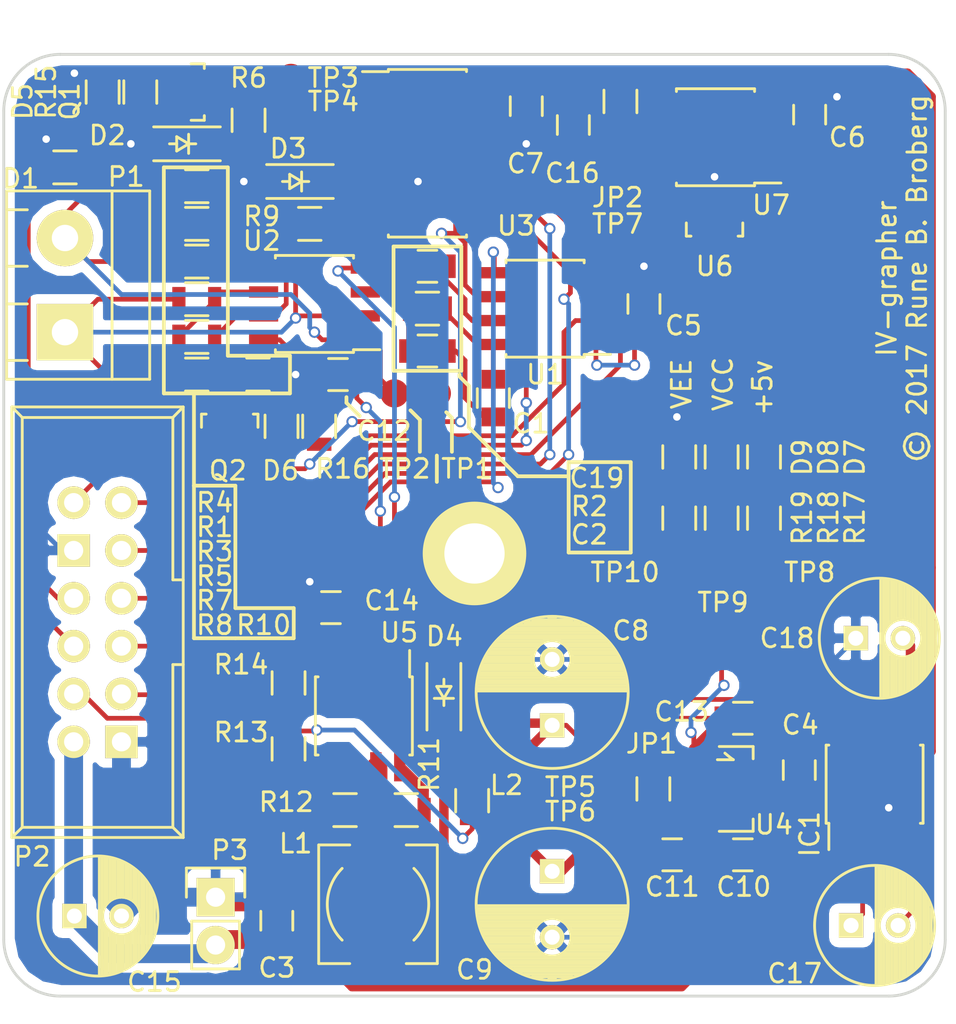
<source format=kicad_pcb>
(kicad_pcb (version 4) (host pcbnew 4.0.5)

  (general
    (links 150)
    (no_connects 0)
    (area 19.72381 17.038094 70.825 71.725)
    (thickness 1.6)
    (drawings 48)
    (tracks 541)
    (zones 0)
    (modules 75)
    (nets 39)
  )

  (page A4)
  (layers
    (0 F.Cu signal)
    (31 B.Cu signal)
    (32 B.Adhes user)
    (33 F.Adhes user)
    (34 B.Paste user)
    (35 F.Paste user)
    (36 B.SilkS user)
    (37 F.SilkS user)
    (38 B.Mask user)
    (39 F.Mask user)
    (40 Dwgs.User user)
    (41 Cmts.User user)
    (42 Eco1.User user)
    (43 Eco2.User user)
    (44 Edge.Cuts user)
    (45 Margin user)
    (46 B.CrtYd user)
    (47 F.CrtYd user)
    (48 B.Fab user)
    (49 F.Fab user)
  )

  (setup
    (last_trace_width 0.25)
    (user_trace_width 0.2)
    (user_trace_width 0.5)
    (user_trace_width 1)
    (trace_clearance 0.2)
    (zone_clearance 0.508)
    (zone_45_only no)
    (trace_min 0.2)
    (segment_width 0.2)
    (edge_width 0.15)
    (via_size 0.6)
    (via_drill 0.4)
    (via_min_size 0.4)
    (via_min_drill 0.3)
    (uvia_size 0.3)
    (uvia_drill 0.1)
    (uvias_allowed no)
    (uvia_min_size 0.2)
    (uvia_min_drill 0.1)
    (pcb_text_width 0.3)
    (pcb_text_size 1.5 1.5)
    (mod_edge_width 0.15)
    (mod_text_size 1 1)
    (mod_text_width 0.15)
    (pad_size 5.5 5.5)
    (pad_drill 3.2)
    (pad_to_mask_clearance 0.2)
    (aux_axis_origin 0 0)
    (visible_elements 7FFFFFFF)
    (pcbplotparams
      (layerselection 0x010f0_80000001)
      (usegerberextensions false)
      (excludeedgelayer false)
      (linewidth 0.100000)
      (plotframeref false)
      (viasonmask false)
      (mode 1)
      (useauxorigin false)
      (hpglpennumber 1)
      (hpglpenspeed 20)
      (hpglpendiameter 15)
      (hpglpenoverlay 2)
      (psnegative false)
      (psa4output false)
      (plotreference true)
      (plotvalue false)
      (plotinvisibletext false)
      (padsonsilk false)
      (subtractmaskfromsilk false)
      (outputformat 1)
      (mirror false)
      (drillshape 0)
      (scaleselection 1)
      (outputdirectory ""))
  )

  (net 0 "")
  (net 1 "Net-(C1-Pad1)")
  (net 2 GND)
  (net 3 "Net-(C2-Pad1)")
  (net 4 +5V)
  (net 5 "Net-(C8-Pad1)")
  (net 6 "Net-(C10-Pad1)")
  (net 7 VCC)
  (net 8 VEE)
  (net 9 "Net-(C14-Pad1)")
  (net 10 VREF)
  (net 11 "Net-(C17-Pad2)")
  (net 12 "Net-(C17-Pad1)")
  (net 13 /DUT+)
  (net 14 "Net-(D2-Pad1)")
  (net 15 "Net-(D3-Pad1)")
  (net 16 "Net-(D4-Pad2)")
  (net 17 "Net-(D5-Pad2)")
  (net 18 "Net-(D6-Pad2)")
  (net 19 "Net-(D7-Pad2)")
  (net 20 "Net-(D8-Pad2)")
  (net 21 "Net-(D9-Pad1)")
  (net 22 "Net-(L1-Pad1)")
  (net 23 /DUT-)
  (net 24 SDI)
  (net 25 LDAC)
  (net 26 SDO)
  (net 27 Voltage_scaling)
  (net 28 SCK)
  (net 29 Current_scaling)
  (net 30 ADC_~CS)
  (net 31 DAC_~CS)
  (net 32 "Net-(Q1-Pad3)")
  (net 33 "Net-(Q2-Pad3)")
  (net 34 "Net-(R1-Pad2)")
  (net 35 "Net-(R5-Pad1)")
  (net 36 "Net-(R11-Pad2)")
  (net 37 "Net-(R13-Pad1)")
  (net 38 "Net-(R4-Pad2)")

  (net_class Default "This is the default net class."
    (clearance 0.2)
    (trace_width 0.25)
    (via_dia 0.6)
    (via_drill 0.4)
    (uvia_dia 0.3)
    (uvia_drill 0.1)
    (add_net +5V)
    (add_net /DUT+)
    (add_net /DUT-)
    (add_net ADC_~CS)
    (add_net Current_scaling)
    (add_net DAC_~CS)
    (add_net GND)
    (add_net LDAC)
    (add_net "Net-(C1-Pad1)")
    (add_net "Net-(C10-Pad1)")
    (add_net "Net-(C14-Pad1)")
    (add_net "Net-(C17-Pad1)")
    (add_net "Net-(C17-Pad2)")
    (add_net "Net-(C2-Pad1)")
    (add_net "Net-(C8-Pad1)")
    (add_net "Net-(D2-Pad1)")
    (add_net "Net-(D3-Pad1)")
    (add_net "Net-(D4-Pad2)")
    (add_net "Net-(D5-Pad2)")
    (add_net "Net-(D6-Pad2)")
    (add_net "Net-(D7-Pad2)")
    (add_net "Net-(D8-Pad2)")
    (add_net "Net-(D9-Pad1)")
    (add_net "Net-(L1-Pad1)")
    (add_net "Net-(Q1-Pad3)")
    (add_net "Net-(Q2-Pad3)")
    (add_net "Net-(R1-Pad2)")
    (add_net "Net-(R11-Pad2)")
    (add_net "Net-(R13-Pad1)")
    (add_net "Net-(R4-Pad2)")
    (add_net "Net-(R5-Pad1)")
    (add_net SCK)
    (add_net SDI)
    (add_net SDO)
    (add_net VCC)
    (add_net VEE)
    (add_net VREF)
    (add_net Voltage_scaling)
  )

  (module Housings_SOIC:SOIC-8_3.9x4.9mm_Pitch1.27mm (layer F.Cu) (tedit 54130A77) (tstamp 58B9DFF8)
    (at 48.75 33.5 180)
    (descr "8-Lead Plastic Small Outline (SN) - Narrow, 3.90 mm Body [SOIC] (see Microchip Packaging Specification 00000049BS.pdf)")
    (tags "SOIC 1.27")
    (path /58B54953)
    (attr smd)
    (fp_text reference U1 (at 0 -3.5 180) (layer F.SilkS)
      (effects (font (size 1 1) (thickness 0.15)))
    )
    (fp_text value MCP4921-E/SN (at 0 3.5 180) (layer F.Fab)
      (effects (font (size 1 1) (thickness 0.15)))
    )
    (fp_line (start -3.75 -2.75) (end -3.75 2.75) (layer F.CrtYd) (width 0.05))
    (fp_line (start 3.75 -2.75) (end 3.75 2.75) (layer F.CrtYd) (width 0.05))
    (fp_line (start -3.75 -2.75) (end 3.75 -2.75) (layer F.CrtYd) (width 0.05))
    (fp_line (start -3.75 2.75) (end 3.75 2.75) (layer F.CrtYd) (width 0.05))
    (fp_line (start -2.075 -2.575) (end -2.075 -2.43) (layer F.SilkS) (width 0.15))
    (fp_line (start 2.075 -2.575) (end 2.075 -2.43) (layer F.SilkS) (width 0.15))
    (fp_line (start 2.075 2.575) (end 2.075 2.43) (layer F.SilkS) (width 0.15))
    (fp_line (start -2.075 2.575) (end -2.075 2.43) (layer F.SilkS) (width 0.15))
    (fp_line (start -2.075 -2.575) (end 2.075 -2.575) (layer F.SilkS) (width 0.15))
    (fp_line (start -2.075 2.575) (end 2.075 2.575) (layer F.SilkS) (width 0.15))
    (fp_line (start -2.075 -2.43) (end -3.475 -2.43) (layer F.SilkS) (width 0.15))
    (pad 1 smd rect (at -2.7 -1.905 180) (size 1.55 0.6) (layers F.Cu F.Paste F.Mask)
      (net 4 +5V))
    (pad 2 smd rect (at -2.7 -0.635 180) (size 1.55 0.6) (layers F.Cu F.Paste F.Mask)
      (net 31 DAC_~CS))
    (pad 3 smd rect (at -2.7 0.635 180) (size 1.55 0.6) (layers F.Cu F.Paste F.Mask)
      (net 28 SCK))
    (pad 4 smd rect (at -2.7 1.905 180) (size 1.55 0.6) (layers F.Cu F.Paste F.Mask)
      (net 24 SDI))
    (pad 5 smd rect (at 2.7 1.905 180) (size 1.55 0.6) (layers F.Cu F.Paste F.Mask)
      (net 25 LDAC))
    (pad 6 smd rect (at 2.7 0.635 180) (size 1.55 0.6) (layers F.Cu F.Paste F.Mask)
      (net 10 VREF))
    (pad 7 smd rect (at 2.7 -0.635 180) (size 1.55 0.6) (layers F.Cu F.Paste F.Mask)
      (net 2 GND))
    (pad 8 smd rect (at 2.7 -1.905 180) (size 1.55 0.6) (layers F.Cu F.Paste F.Mask)
      (net 1 "Net-(C1-Pad1)"))
    (model Housings_SOIC.3dshapes/SOIC-8_3.9x4.9mm_Pitch1.27mm.wrl
      (at (xyz 0 0 0))
      (scale (xyz 1 1 1))
      (rotate (xyz 0 0 0))
    )
  )

  (module Capacitors_SMD:C_0805 (layer F.Cu) (tedit 58BE7FF7) (tstamp 58B9DE64)
    (at 46 38.25 270)
    (descr "Capacitor SMD 0805, reflow soldering, AVX (see smccp.pdf)")
    (tags "capacitor 0805")
    (path /58B734A8)
    (attr smd)
    (fp_text reference C1 (at 1.35 -2 360) (layer F.SilkS)
      (effects (font (size 1 1) (thickness 0.15)))
    )
    (fp_text value 1n (at 0 2.1 270) (layer F.Fab)
      (effects (font (size 1 1) (thickness 0.15)))
    )
    (fp_line (start -1.8 -1) (end 1.8 -1) (layer F.CrtYd) (width 0.05))
    (fp_line (start -1.8 1) (end 1.8 1) (layer F.CrtYd) (width 0.05))
    (fp_line (start -1.8 -1) (end -1.8 1) (layer F.CrtYd) (width 0.05))
    (fp_line (start 1.8 -1) (end 1.8 1) (layer F.CrtYd) (width 0.05))
    (fp_line (start 0.5 -0.85) (end -0.5 -0.85) (layer F.SilkS) (width 0.15))
    (fp_line (start -0.5 0.85) (end 0.5 0.85) (layer F.SilkS) (width 0.15))
    (pad 1 smd rect (at -1 0 270) (size 1 1.25) (layers F.Cu F.Paste F.Mask)
      (net 1 "Net-(C1-Pad1)"))
    (pad 2 smd rect (at 1 0 270) (size 1 1.25) (layers F.Cu F.Paste F.Mask)
      (net 2 GND))
    (model Capacitors_SMD.3dshapes/C_0805.wrl
      (at (xyz 0 0 0))
      (scale (xyz 1 1 1))
      (rotate (xyz 0 0 0))
    )
  )

  (module Capacitors_SMD:C_0805 (layer F.Cu) (tedit 58BE9A60) (tstamp 58B9DE6A)
    (at 42.5 35.75)
    (descr "Capacitor SMD 0805, reflow soldering, AVX (see smccp.pdf)")
    (tags "capacitor 0805")
    (path /58B73702)
    (attr smd)
    (fp_text reference C2 (at 8.6 9.75) (layer F.SilkS)
      (effects (font (size 1 1) (thickness 0.15)))
    )
    (fp_text value 1n (at 0 2.1) (layer F.Fab)
      (effects (font (size 1 1) (thickness 0.15)))
    )
    (fp_line (start -1.8 -1) (end 1.8 -1) (layer F.CrtYd) (width 0.05))
    (fp_line (start -1.8 1) (end 1.8 1) (layer F.CrtYd) (width 0.05))
    (fp_line (start -1.8 -1) (end -1.8 1) (layer F.CrtYd) (width 0.05))
    (fp_line (start 1.8 -1) (end 1.8 1) (layer F.CrtYd) (width 0.05))
    (fp_line (start 0.5 -0.85) (end -0.5 -0.85) (layer F.SilkS) (width 0.15))
    (fp_line (start -0.5 0.85) (end 0.5 0.85) (layer F.SilkS) (width 0.15))
    (pad 1 smd rect (at -1 0) (size 1 1.25) (layers F.Cu F.Paste F.Mask)
      (net 3 "Net-(C2-Pad1)"))
    (pad 2 smd rect (at 1 0) (size 1 1.25) (layers F.Cu F.Paste F.Mask)
      (net 2 GND))
    (model Capacitors_SMD.3dshapes/C_0805.wrl
      (at (xyz 0 0 0))
      (scale (xyz 1 1 1))
      (rotate (xyz 0 0 0))
    )
  )

  (module Capacitors_SMD:C_0805 (layer F.Cu) (tedit 58BB41A8) (tstamp 58B9DE70)
    (at 34.5 66 90)
    (descr "Capacitor SMD 0805, reflow soldering, AVX (see smccp.pdf)")
    (tags "capacitor 0805")
    (path /58BD3CB1)
    (attr smd)
    (fp_text reference C3 (at -2.5 0 180) (layer F.SilkS)
      (effects (font (size 1 1) (thickness 0.15)))
    )
    (fp_text value 100n (at 0 2.1 90) (layer F.Fab)
      (effects (font (size 1 1) (thickness 0.15)))
    )
    (fp_line (start -1.8 -1) (end 1.8 -1) (layer F.CrtYd) (width 0.05))
    (fp_line (start -1.8 1) (end 1.8 1) (layer F.CrtYd) (width 0.05))
    (fp_line (start -1.8 -1) (end -1.8 1) (layer F.CrtYd) (width 0.05))
    (fp_line (start 1.8 -1) (end 1.8 1) (layer F.CrtYd) (width 0.05))
    (fp_line (start 0.5 -0.85) (end -0.5 -0.85) (layer F.SilkS) (width 0.15))
    (fp_line (start -0.5 0.85) (end 0.5 0.85) (layer F.SilkS) (width 0.15))
    (pad 1 smd rect (at -1 0 90) (size 1 1.25) (layers F.Cu F.Paste F.Mask)
      (net 4 +5V))
    (pad 2 smd rect (at 1 0 90) (size 1 1.25) (layers F.Cu F.Paste F.Mask)
      (net 2 GND))
    (model Capacitors_SMD.3dshapes/C_0805.wrl
      (at (xyz 0 0 0))
      (scale (xyz 1 1 1))
      (rotate (xyz 0 0 0))
    )
  )

  (module Capacitors_SMD:C_0805 (layer F.Cu) (tedit 58BE815B) (tstamp 58B9DE76)
    (at 62.25 58 90)
    (descr "Capacitor SMD 0805, reflow soldering, AVX (see smccp.pdf)")
    (tags "capacitor 0805")
    (path /58BD3D8C)
    (attr smd)
    (fp_text reference C4 (at 2.4 0.05 180) (layer F.SilkS)
      (effects (font (size 1 1) (thickness 0.15)))
    )
    (fp_text value 100n (at 0 2.1 90) (layer F.Fab)
      (effects (font (size 1 1) (thickness 0.15)))
    )
    (fp_line (start -1.8 -1) (end 1.8 -1) (layer F.CrtYd) (width 0.05))
    (fp_line (start -1.8 1) (end 1.8 1) (layer F.CrtYd) (width 0.05))
    (fp_line (start -1.8 -1) (end -1.8 1) (layer F.CrtYd) (width 0.05))
    (fp_line (start 1.8 -1) (end 1.8 1) (layer F.CrtYd) (width 0.05))
    (fp_line (start 0.5 -0.85) (end -0.5 -0.85) (layer F.SilkS) (width 0.15))
    (fp_line (start -0.5 0.85) (end 0.5 0.85) (layer F.SilkS) (width 0.15))
    (pad 1 smd rect (at -1 0 90) (size 1 1.25) (layers F.Cu F.Paste F.Mask)
      (net 4 +5V))
    (pad 2 smd rect (at 1 0 90) (size 1 1.25) (layers F.Cu F.Paste F.Mask)
      (net 2 GND))
    (model Capacitors_SMD.3dshapes/C_0805.wrl
      (at (xyz 0 0 0))
      (scale (xyz 1 1 1))
      (rotate (xyz 0 0 0))
    )
  )

  (module Capacitors_SMD:C_0805 (layer F.Cu) (tedit 58BEDFA9) (tstamp 58B9DE7C)
    (at 54 33.25 90)
    (descr "Capacitor SMD 0805, reflow soldering, AVX (see smccp.pdf)")
    (tags "capacitor 0805")
    (path /58BD3E47)
    (attr smd)
    (fp_text reference C5 (at -1.15 2.1 180) (layer F.SilkS)
      (effects (font (size 1 1) (thickness 0.15)))
    )
    (fp_text value 100n (at 0 2.1 90) (layer F.Fab)
      (effects (font (size 1 1) (thickness 0.15)))
    )
    (fp_line (start -1.8 -1) (end 1.8 -1) (layer F.CrtYd) (width 0.05))
    (fp_line (start -1.8 1) (end 1.8 1) (layer F.CrtYd) (width 0.05))
    (fp_line (start -1.8 -1) (end -1.8 1) (layer F.CrtYd) (width 0.05))
    (fp_line (start 1.8 -1) (end 1.8 1) (layer F.CrtYd) (width 0.05))
    (fp_line (start 0.5 -0.85) (end -0.5 -0.85) (layer F.SilkS) (width 0.15))
    (fp_line (start -0.5 0.85) (end 0.5 0.85) (layer F.SilkS) (width 0.15))
    (pad 1 smd rect (at -1 0 90) (size 1 1.25) (layers F.Cu F.Paste F.Mask)
      (net 4 +5V))
    (pad 2 smd rect (at 1 0 90) (size 1 1.25) (layers F.Cu F.Paste F.Mask)
      (net 2 GND))
    (model Capacitors_SMD.3dshapes/C_0805.wrl
      (at (xyz 0 0 0))
      (scale (xyz 1 1 1))
      (rotate (xyz 0 0 0))
    )
  )

  (module Capacitors_SMD:C_0805 (layer F.Cu) (tedit 58BE82B1) (tstamp 58B9DE82)
    (at 62.8 23.2 90)
    (descr "Capacitor SMD 0805, reflow soldering, AVX (see smccp.pdf)")
    (tags "capacitor 0805")
    (path /58BD3FFA)
    (attr smd)
    (fp_text reference C6 (at -1.2 2 180) (layer F.SilkS)
      (effects (font (size 1 1) (thickness 0.15)))
    )
    (fp_text value 100n (at 0 2.1 90) (layer F.Fab)
      (effects (font (size 1 1) (thickness 0.15)))
    )
    (fp_line (start -1.8 -1) (end 1.8 -1) (layer F.CrtYd) (width 0.05))
    (fp_line (start -1.8 1) (end 1.8 1) (layer F.CrtYd) (width 0.05))
    (fp_line (start -1.8 -1) (end -1.8 1) (layer F.CrtYd) (width 0.05))
    (fp_line (start 1.8 -1) (end 1.8 1) (layer F.CrtYd) (width 0.05))
    (fp_line (start 0.5 -0.85) (end -0.5 -0.85) (layer F.SilkS) (width 0.15))
    (fp_line (start -0.5 0.85) (end 0.5 0.85) (layer F.SilkS) (width 0.15))
    (pad 1 smd rect (at -1 0 90) (size 1 1.25) (layers F.Cu F.Paste F.Mask)
      (net 4 +5V))
    (pad 2 smd rect (at 1 0 90) (size 1 1.25) (layers F.Cu F.Paste F.Mask)
      (net 2 GND))
    (model Capacitors_SMD.3dshapes/C_0805.wrl
      (at (xyz 0 0 0))
      (scale (xyz 1 1 1))
      (rotate (xyz 0 0 0))
    )
  )

  (module Capacitors_SMD:C_0805 (layer F.Cu) (tedit 58BE82B9) (tstamp 58B9DE88)
    (at 47.75 22.75 270)
    (descr "Capacitor SMD 0805, reflow soldering, AVX (see smccp.pdf)")
    (tags "capacitor 0805")
    (path /58BD40AB)
    (attr smd)
    (fp_text reference C7 (at 3.05 0.05 360) (layer F.SilkS)
      (effects (font (size 1 1) (thickness 0.15)))
    )
    (fp_text value 100n (at 0 2.1 270) (layer F.Fab)
      (effects (font (size 1 1) (thickness 0.15)))
    )
    (fp_line (start -1.8 -1) (end 1.8 -1) (layer F.CrtYd) (width 0.05))
    (fp_line (start -1.8 1) (end 1.8 1) (layer F.CrtYd) (width 0.05))
    (fp_line (start -1.8 -1) (end -1.8 1) (layer F.CrtYd) (width 0.05))
    (fp_line (start 1.8 -1) (end 1.8 1) (layer F.CrtYd) (width 0.05))
    (fp_line (start 0.5 -0.85) (end -0.5 -0.85) (layer F.SilkS) (width 0.15))
    (fp_line (start -0.5 0.85) (end 0.5 0.85) (layer F.SilkS) (width 0.15))
    (pad 1 smd rect (at -1 0 270) (size 1 1.25) (layers F.Cu F.Paste F.Mask)
      (net 4 +5V))
    (pad 2 smd rect (at 1 0 270) (size 1 1.25) (layers F.Cu F.Paste F.Mask)
      (net 2 GND))
    (model Capacitors_SMD.3dshapes/C_0805.wrl
      (at (xyz 0 0 0))
      (scale (xyz 1 1 1))
      (rotate (xyz 0 0 0))
    )
  )

  (module Capacitors_ThroughHole:C_Radial_D8_L11.5_P3.5 (layer F.Cu) (tedit 58BE8123) (tstamp 58B9DE8E)
    (at 49.125 55.625 90)
    (descr "Radial Electrolytic Capacitor Diameter 8mm x Length 11.5mm, Pitch 3.5mm")
    (tags "Electrolytic Capacitor")
    (path /58BA0C8C)
    (fp_text reference C8 (at 5.025 4.175 180) (layer F.SilkS)
      (effects (font (size 1 1) (thickness 0.15)))
    )
    (fp_text value 220u (at 1.75 5.3 90) (layer F.Fab)
      (effects (font (size 1 1) (thickness 0.15)))
    )
    (fp_line (start 1.825 -3.999) (end 1.825 3.999) (layer F.SilkS) (width 0.15))
    (fp_line (start 1.965 -3.994) (end 1.965 3.994) (layer F.SilkS) (width 0.15))
    (fp_line (start 2.105 -3.984) (end 2.105 3.984) (layer F.SilkS) (width 0.15))
    (fp_line (start 2.245 -3.969) (end 2.245 3.969) (layer F.SilkS) (width 0.15))
    (fp_line (start 2.385 -3.949) (end 2.385 3.949) (layer F.SilkS) (width 0.15))
    (fp_line (start 2.525 -3.924) (end 2.525 -0.222) (layer F.SilkS) (width 0.15))
    (fp_line (start 2.525 0.222) (end 2.525 3.924) (layer F.SilkS) (width 0.15))
    (fp_line (start 2.665 -3.894) (end 2.665 -0.55) (layer F.SilkS) (width 0.15))
    (fp_line (start 2.665 0.55) (end 2.665 3.894) (layer F.SilkS) (width 0.15))
    (fp_line (start 2.805 -3.858) (end 2.805 -0.719) (layer F.SilkS) (width 0.15))
    (fp_line (start 2.805 0.719) (end 2.805 3.858) (layer F.SilkS) (width 0.15))
    (fp_line (start 2.945 -3.817) (end 2.945 -0.832) (layer F.SilkS) (width 0.15))
    (fp_line (start 2.945 0.832) (end 2.945 3.817) (layer F.SilkS) (width 0.15))
    (fp_line (start 3.085 -3.771) (end 3.085 -0.91) (layer F.SilkS) (width 0.15))
    (fp_line (start 3.085 0.91) (end 3.085 3.771) (layer F.SilkS) (width 0.15))
    (fp_line (start 3.225 -3.718) (end 3.225 -0.961) (layer F.SilkS) (width 0.15))
    (fp_line (start 3.225 0.961) (end 3.225 3.718) (layer F.SilkS) (width 0.15))
    (fp_line (start 3.365 -3.659) (end 3.365 -0.991) (layer F.SilkS) (width 0.15))
    (fp_line (start 3.365 0.991) (end 3.365 3.659) (layer F.SilkS) (width 0.15))
    (fp_line (start 3.505 -3.594) (end 3.505 -1) (layer F.SilkS) (width 0.15))
    (fp_line (start 3.505 1) (end 3.505 3.594) (layer F.SilkS) (width 0.15))
    (fp_line (start 3.645 -3.523) (end 3.645 -0.989) (layer F.SilkS) (width 0.15))
    (fp_line (start 3.645 0.989) (end 3.645 3.523) (layer F.SilkS) (width 0.15))
    (fp_line (start 3.785 -3.444) (end 3.785 -0.959) (layer F.SilkS) (width 0.15))
    (fp_line (start 3.785 0.959) (end 3.785 3.444) (layer F.SilkS) (width 0.15))
    (fp_line (start 3.925 -3.357) (end 3.925 -0.905) (layer F.SilkS) (width 0.15))
    (fp_line (start 3.925 0.905) (end 3.925 3.357) (layer F.SilkS) (width 0.15))
    (fp_line (start 4.065 -3.262) (end 4.065 -0.825) (layer F.SilkS) (width 0.15))
    (fp_line (start 4.065 0.825) (end 4.065 3.262) (layer F.SilkS) (width 0.15))
    (fp_line (start 4.205 -3.158) (end 4.205 -0.709) (layer F.SilkS) (width 0.15))
    (fp_line (start 4.205 0.709) (end 4.205 3.158) (layer F.SilkS) (width 0.15))
    (fp_line (start 4.345 -3.044) (end 4.345 -0.535) (layer F.SilkS) (width 0.15))
    (fp_line (start 4.345 0.535) (end 4.345 3.044) (layer F.SilkS) (width 0.15))
    (fp_line (start 4.485 -2.919) (end 4.485 -0.173) (layer F.SilkS) (width 0.15))
    (fp_line (start 4.485 0.173) (end 4.485 2.919) (layer F.SilkS) (width 0.15))
    (fp_line (start 4.625 -2.781) (end 4.625 2.781) (layer F.SilkS) (width 0.15))
    (fp_line (start 4.765 -2.629) (end 4.765 2.629) (layer F.SilkS) (width 0.15))
    (fp_line (start 4.905 -2.459) (end 4.905 2.459) (layer F.SilkS) (width 0.15))
    (fp_line (start 5.045 -2.268) (end 5.045 2.268) (layer F.SilkS) (width 0.15))
    (fp_line (start 5.185 -2.05) (end 5.185 2.05) (layer F.SilkS) (width 0.15))
    (fp_line (start 5.325 -1.794) (end 5.325 1.794) (layer F.SilkS) (width 0.15))
    (fp_line (start 5.465 -1.483) (end 5.465 1.483) (layer F.SilkS) (width 0.15))
    (fp_line (start 5.605 -1.067) (end 5.605 1.067) (layer F.SilkS) (width 0.15))
    (fp_line (start 5.745 -0.2) (end 5.745 0.2) (layer F.SilkS) (width 0.15))
    (fp_circle (center 3.5 0) (end 3.5 -1) (layer F.SilkS) (width 0.15))
    (fp_circle (center 1.75 0) (end 1.75 -4.0375) (layer F.SilkS) (width 0.15))
    (fp_circle (center 1.75 0) (end 1.75 -4.3) (layer F.CrtYd) (width 0.05))
    (pad 2 thru_hole circle (at 3.5 0 90) (size 1.3 1.3) (drill 0.8) (layers *.Cu *.Mask F.SilkS)
      (net 2 GND))
    (pad 1 thru_hole rect (at 0 0 90) (size 1.3 1.3) (drill 0.8) (layers *.Cu *.Mask F.SilkS)
      (net 5 "Net-(C8-Pad1)"))
    (model Capacitors_ThroughHole.3dshapes/C_Radial_D8_L11.5_P3.5.wrl
      (at (xyz 0 0 0))
      (scale (xyz 1 1 1))
      (rotate (xyz 0 0 0))
    )
  )

  (module Capacitors_ThroughHole:C_Radial_D8_L11.5_P3.5 (layer F.Cu) (tedit 58BE811F) (tstamp 58B9DE94)
    (at 49.125 63.375 270)
    (descr "Radial Electrolytic Capacitor Diameter 8mm x Length 11.5mm, Pitch 3.5mm")
    (tags "Electrolytic Capacitor")
    (path /58BA4268)
    (fp_text reference C9 (at 5.225 4.125 360) (layer F.SilkS)
      (effects (font (size 1 1) (thickness 0.15)))
    )
    (fp_text value 220u (at 1.75 5.3 270) (layer F.Fab)
      (effects (font (size 1 1) (thickness 0.15)))
    )
    (fp_line (start 1.825 -3.999) (end 1.825 3.999) (layer F.SilkS) (width 0.15))
    (fp_line (start 1.965 -3.994) (end 1.965 3.994) (layer F.SilkS) (width 0.15))
    (fp_line (start 2.105 -3.984) (end 2.105 3.984) (layer F.SilkS) (width 0.15))
    (fp_line (start 2.245 -3.969) (end 2.245 3.969) (layer F.SilkS) (width 0.15))
    (fp_line (start 2.385 -3.949) (end 2.385 3.949) (layer F.SilkS) (width 0.15))
    (fp_line (start 2.525 -3.924) (end 2.525 -0.222) (layer F.SilkS) (width 0.15))
    (fp_line (start 2.525 0.222) (end 2.525 3.924) (layer F.SilkS) (width 0.15))
    (fp_line (start 2.665 -3.894) (end 2.665 -0.55) (layer F.SilkS) (width 0.15))
    (fp_line (start 2.665 0.55) (end 2.665 3.894) (layer F.SilkS) (width 0.15))
    (fp_line (start 2.805 -3.858) (end 2.805 -0.719) (layer F.SilkS) (width 0.15))
    (fp_line (start 2.805 0.719) (end 2.805 3.858) (layer F.SilkS) (width 0.15))
    (fp_line (start 2.945 -3.817) (end 2.945 -0.832) (layer F.SilkS) (width 0.15))
    (fp_line (start 2.945 0.832) (end 2.945 3.817) (layer F.SilkS) (width 0.15))
    (fp_line (start 3.085 -3.771) (end 3.085 -0.91) (layer F.SilkS) (width 0.15))
    (fp_line (start 3.085 0.91) (end 3.085 3.771) (layer F.SilkS) (width 0.15))
    (fp_line (start 3.225 -3.718) (end 3.225 -0.961) (layer F.SilkS) (width 0.15))
    (fp_line (start 3.225 0.961) (end 3.225 3.718) (layer F.SilkS) (width 0.15))
    (fp_line (start 3.365 -3.659) (end 3.365 -0.991) (layer F.SilkS) (width 0.15))
    (fp_line (start 3.365 0.991) (end 3.365 3.659) (layer F.SilkS) (width 0.15))
    (fp_line (start 3.505 -3.594) (end 3.505 -1) (layer F.SilkS) (width 0.15))
    (fp_line (start 3.505 1) (end 3.505 3.594) (layer F.SilkS) (width 0.15))
    (fp_line (start 3.645 -3.523) (end 3.645 -0.989) (layer F.SilkS) (width 0.15))
    (fp_line (start 3.645 0.989) (end 3.645 3.523) (layer F.SilkS) (width 0.15))
    (fp_line (start 3.785 -3.444) (end 3.785 -0.959) (layer F.SilkS) (width 0.15))
    (fp_line (start 3.785 0.959) (end 3.785 3.444) (layer F.SilkS) (width 0.15))
    (fp_line (start 3.925 -3.357) (end 3.925 -0.905) (layer F.SilkS) (width 0.15))
    (fp_line (start 3.925 0.905) (end 3.925 3.357) (layer F.SilkS) (width 0.15))
    (fp_line (start 4.065 -3.262) (end 4.065 -0.825) (layer F.SilkS) (width 0.15))
    (fp_line (start 4.065 0.825) (end 4.065 3.262) (layer F.SilkS) (width 0.15))
    (fp_line (start 4.205 -3.158) (end 4.205 -0.709) (layer F.SilkS) (width 0.15))
    (fp_line (start 4.205 0.709) (end 4.205 3.158) (layer F.SilkS) (width 0.15))
    (fp_line (start 4.345 -3.044) (end 4.345 -0.535) (layer F.SilkS) (width 0.15))
    (fp_line (start 4.345 0.535) (end 4.345 3.044) (layer F.SilkS) (width 0.15))
    (fp_line (start 4.485 -2.919) (end 4.485 -0.173) (layer F.SilkS) (width 0.15))
    (fp_line (start 4.485 0.173) (end 4.485 2.919) (layer F.SilkS) (width 0.15))
    (fp_line (start 4.625 -2.781) (end 4.625 2.781) (layer F.SilkS) (width 0.15))
    (fp_line (start 4.765 -2.629) (end 4.765 2.629) (layer F.SilkS) (width 0.15))
    (fp_line (start 4.905 -2.459) (end 4.905 2.459) (layer F.SilkS) (width 0.15))
    (fp_line (start 5.045 -2.268) (end 5.045 2.268) (layer F.SilkS) (width 0.15))
    (fp_line (start 5.185 -2.05) (end 5.185 2.05) (layer F.SilkS) (width 0.15))
    (fp_line (start 5.325 -1.794) (end 5.325 1.794) (layer F.SilkS) (width 0.15))
    (fp_line (start 5.465 -1.483) (end 5.465 1.483) (layer F.SilkS) (width 0.15))
    (fp_line (start 5.605 -1.067) (end 5.605 1.067) (layer F.SilkS) (width 0.15))
    (fp_line (start 5.745 -0.2) (end 5.745 0.2) (layer F.SilkS) (width 0.15))
    (fp_circle (center 3.5 0) (end 3.5 -1) (layer F.SilkS) (width 0.15))
    (fp_circle (center 1.75 0) (end 1.75 -4.0375) (layer F.SilkS) (width 0.15))
    (fp_circle (center 1.75 0) (end 1.75 -4.3) (layer F.CrtYd) (width 0.05))
    (pad 2 thru_hole circle (at 3.5 0 270) (size 1.3 1.3) (drill 0.8) (layers *.Cu *.Mask F.SilkS)
      (net 2 GND))
    (pad 1 thru_hole rect (at 0 0 270) (size 1.3 1.3) (drill 0.8) (layers *.Cu *.Mask F.SilkS)
      (net 6 "Net-(C10-Pad1)"))
    (model Capacitors_ThroughHole.3dshapes/C_Radial_D8_L11.5_P3.5.wrl
      (at (xyz 0 0 0))
      (scale (xyz 1 1 1))
      (rotate (xyz 0 0 0))
    )
  )

  (module Capacitors_SMD:C_0805 (layer F.Cu) (tedit 58BE813C) (tstamp 58B9DE9A)
    (at 59.25 62.5)
    (descr "Capacitor SMD 0805, reflow soldering, AVX (see smccp.pdf)")
    (tags "capacitor 0805")
    (path /58BA0D03)
    (attr smd)
    (fp_text reference C10 (at 0.05 1.7) (layer F.SilkS)
      (effects (font (size 1 1) (thickness 0.15)))
    )
    (fp_text value 100n (at 0 2.1) (layer F.Fab)
      (effects (font (size 1 1) (thickness 0.15)))
    )
    (fp_line (start -1.8 -1) (end 1.8 -1) (layer F.CrtYd) (width 0.05))
    (fp_line (start -1.8 1) (end 1.8 1) (layer F.CrtYd) (width 0.05))
    (fp_line (start -1.8 -1) (end -1.8 1) (layer F.CrtYd) (width 0.05))
    (fp_line (start 1.8 -1) (end 1.8 1) (layer F.CrtYd) (width 0.05))
    (fp_line (start 0.5 -0.85) (end -0.5 -0.85) (layer F.SilkS) (width 0.15))
    (fp_line (start -0.5 0.85) (end 0.5 0.85) (layer F.SilkS) (width 0.15))
    (pad 1 smd rect (at -1 0) (size 1 1.25) (layers F.Cu F.Paste F.Mask)
      (net 6 "Net-(C10-Pad1)"))
    (pad 2 smd rect (at 1 0) (size 1 1.25) (layers F.Cu F.Paste F.Mask)
      (net 2 GND))
    (model Capacitors_SMD.3dshapes/C_0805.wrl
      (at (xyz 0 0 0))
      (scale (xyz 1 1 1))
      (rotate (xyz 0 0 0))
    )
  )

  (module Capacitors_SMD:C_0805 (layer F.Cu) (tedit 58BE8137) (tstamp 58B9DEA0)
    (at 55.5 62.5 180)
    (descr "Capacitor SMD 0805, reflow soldering, AVX (see smccp.pdf)")
    (tags "capacitor 0805")
    (path /58BA0D62)
    (attr smd)
    (fp_text reference C11 (at 0 -1.7 180) (layer F.SilkS)
      (effects (font (size 1 1) (thickness 0.15)))
    )
    (fp_text value 100p (at 0 2.1 180) (layer F.Fab)
      (effects (font (size 1 1) (thickness 0.15)))
    )
    (fp_line (start -1.8 -1) (end 1.8 -1) (layer F.CrtYd) (width 0.05))
    (fp_line (start -1.8 1) (end 1.8 1) (layer F.CrtYd) (width 0.05))
    (fp_line (start -1.8 -1) (end -1.8 1) (layer F.CrtYd) (width 0.05))
    (fp_line (start 1.8 -1) (end 1.8 1) (layer F.CrtYd) (width 0.05))
    (fp_line (start 0.5 -0.85) (end -0.5 -0.85) (layer F.SilkS) (width 0.15))
    (fp_line (start -0.5 0.85) (end 0.5 0.85) (layer F.SilkS) (width 0.15))
    (pad 1 smd rect (at -1 0 180) (size 1 1.25) (layers F.Cu F.Paste F.Mask)
      (net 6 "Net-(C10-Pad1)"))
    (pad 2 smd rect (at 1 0 180) (size 1 1.25) (layers F.Cu F.Paste F.Mask)
      (net 2 GND))
    (model Capacitors_SMD.3dshapes/C_0805.wrl
      (at (xyz 0 0 0))
      (scale (xyz 1 1 1))
      (rotate (xyz 0 0 0))
    )
  )

  (module Capacitors_SMD:C_0805 (layer F.Cu) (tedit 58BE7F22) (tstamp 58B9DEA6)
    (at 37.75 37 180)
    (descr "Capacitor SMD 0805, reflow soldering, AVX (see smccp.pdf)")
    (tags "capacitor 0805")
    (path /58BA8EF3)
    (attr smd)
    (fp_text reference C12 (at -2.45 -3 180) (layer F.SilkS)
      (effects (font (size 1 1) (thickness 0.15)))
    )
    (fp_text value 100n (at 0 2.1 180) (layer F.Fab)
      (effects (font (size 1 1) (thickness 0.15)))
    )
    (fp_line (start -1.8 -1) (end 1.8 -1) (layer F.CrtYd) (width 0.05))
    (fp_line (start -1.8 1) (end 1.8 1) (layer F.CrtYd) (width 0.05))
    (fp_line (start -1.8 -1) (end -1.8 1) (layer F.CrtYd) (width 0.05))
    (fp_line (start 1.8 -1) (end 1.8 1) (layer F.CrtYd) (width 0.05))
    (fp_line (start 0.5 -0.85) (end -0.5 -0.85) (layer F.SilkS) (width 0.15))
    (fp_line (start -0.5 0.85) (end 0.5 0.85) (layer F.SilkS) (width 0.15))
    (pad 1 smd rect (at -1 0 180) (size 1 1.25) (layers F.Cu F.Paste F.Mask)
      (net 7 VCC))
    (pad 2 smd rect (at 1 0 180) (size 1 1.25) (layers F.Cu F.Paste F.Mask)
      (net 2 GND))
    (model Capacitors_SMD.3dshapes/C_0805.wrl
      (at (xyz 0 0 0))
      (scale (xyz 1 1 1))
      (rotate (xyz 0 0 0))
    )
  )

  (module Capacitors_SMD:C_0805 (layer F.Cu) (tedit 58BE8227) (tstamp 58B9DEAC)
    (at 59.25 55.25)
    (descr "Capacitor SMD 0805, reflow soldering, AVX (see smccp.pdf)")
    (tags "capacitor 0805")
    (path /58BD2CA6)
    (attr smd)
    (fp_text reference C13 (at -3.25 -0.35) (layer F.SilkS)
      (effects (font (size 1 1) (thickness 0.15)))
    )
    (fp_text value 100n (at 0 2.1) (layer F.Fab)
      (effects (font (size 1 1) (thickness 0.15)))
    )
    (fp_line (start -1.8 -1) (end 1.8 -1) (layer F.CrtYd) (width 0.05))
    (fp_line (start -1.8 1) (end 1.8 1) (layer F.CrtYd) (width 0.05))
    (fp_line (start -1.8 -1) (end -1.8 1) (layer F.CrtYd) (width 0.05))
    (fp_line (start 1.8 -1) (end 1.8 1) (layer F.CrtYd) (width 0.05))
    (fp_line (start 0.5 -0.85) (end -0.5 -0.85) (layer F.SilkS) (width 0.15))
    (fp_line (start -0.5 0.85) (end 0.5 0.85) (layer F.SilkS) (width 0.15))
    (pad 1 smd rect (at -1 0) (size 1 1.25) (layers F.Cu F.Paste F.Mask)
      (net 7 VCC))
    (pad 2 smd rect (at 1 0) (size 1 1.25) (layers F.Cu F.Paste F.Mask)
      (net 8 VEE))
    (model Capacitors_SMD.3dshapes/C_0805.wrl
      (at (xyz 0 0 0))
      (scale (xyz 1 1 1))
      (rotate (xyz 0 0 0))
    )
  )

  (module Capacitors_SMD:C_0805 (layer F.Cu) (tedit 58BE80C8) (tstamp 58B9DEB2)
    (at 37.375 49.375 180)
    (descr "Capacitor SMD 0805, reflow soldering, AVX (see smccp.pdf)")
    (tags "capacitor 0805")
    (path /58BA1AC4)
    (attr smd)
    (fp_text reference C14 (at -3.225 0.375 180) (layer F.SilkS)
      (effects (font (size 1 1) (thickness 0.15)))
    )
    (fp_text value 390p (at 0 2.1 180) (layer F.Fab)
      (effects (font (size 1 1) (thickness 0.15)))
    )
    (fp_line (start -1.8 -1) (end 1.8 -1) (layer F.CrtYd) (width 0.05))
    (fp_line (start -1.8 1) (end 1.8 1) (layer F.CrtYd) (width 0.05))
    (fp_line (start -1.8 -1) (end -1.8 1) (layer F.CrtYd) (width 0.05))
    (fp_line (start 1.8 -1) (end 1.8 1) (layer F.CrtYd) (width 0.05))
    (fp_line (start 0.5 -0.85) (end -0.5 -0.85) (layer F.SilkS) (width 0.15))
    (fp_line (start -0.5 0.85) (end 0.5 0.85) (layer F.SilkS) (width 0.15))
    (pad 1 smd rect (at -1 0 180) (size 1 1.25) (layers F.Cu F.Paste F.Mask)
      (net 9 "Net-(C14-Pad1)"))
    (pad 2 smd rect (at 1 0 180) (size 1 1.25) (layers F.Cu F.Paste F.Mask)
      (net 2 GND))
    (model Capacitors_SMD.3dshapes/C_0805.wrl
      (at (xyz 0 0 0))
      (scale (xyz 1 1 1))
      (rotate (xyz 0 0 0))
    )
  )

  (module Capacitors_SMD:C_0805 (layer F.Cu) (tedit 58BE82BD) (tstamp 58B9DEBE)
    (at 50.25 23.75 270)
    (descr "Capacitor SMD 0805, reflow soldering, AVX (see smccp.pdf)")
    (tags "capacitor 0805")
    (path /58BCBA78)
    (attr smd)
    (fp_text reference C16 (at 2.55 0.05 360) (layer F.SilkS)
      (effects (font (size 1 1) (thickness 0.15)))
    )
    (fp_text value 1u (at 0 2.1 270) (layer F.Fab)
      (effects (font (size 1 1) (thickness 0.15)))
    )
    (fp_line (start -1.8 -1) (end 1.8 -1) (layer F.CrtYd) (width 0.05))
    (fp_line (start -1.8 1) (end 1.8 1) (layer F.CrtYd) (width 0.05))
    (fp_line (start -1.8 -1) (end -1.8 1) (layer F.CrtYd) (width 0.05))
    (fp_line (start 1.8 -1) (end 1.8 1) (layer F.CrtYd) (width 0.05))
    (fp_line (start 0.5 -0.85) (end -0.5 -0.85) (layer F.SilkS) (width 0.15))
    (fp_line (start -0.5 0.85) (end 0.5 0.85) (layer F.SilkS) (width 0.15))
    (pad 1 smd rect (at -1 0 270) (size 1 1.25) (layers F.Cu F.Paste F.Mask)
      (net 10 VREF))
    (pad 2 smd rect (at 1 0 270) (size 1 1.25) (layers F.Cu F.Paste F.Mask)
      (net 2 GND))
    (model Capacitors_SMD.3dshapes/C_0805.wrl
      (at (xyz 0 0 0))
      (scale (xyz 1 1 1))
      (rotate (xyz 0 0 0))
    )
  )

  (module Capacitors_SMD:C_0805 (layer F.Cu) (tedit 58BE99A6) (tstamp 58B9DED0)
    (at 42.5 31.25)
    (descr "Capacitor SMD 0805, reflow soldering, AVX (see smccp.pdf)")
    (tags "capacitor 0805")
    (path /58B86936)
    (attr smd)
    (fp_text reference C19 (at 9 11.25) (layer F.SilkS)
      (effects (font (size 1 1) (thickness 0.15)))
    )
    (fp_text value 100n (at 0 2.1) (layer F.Fab)
      (effects (font (size 1 1) (thickness 0.15)))
    )
    (fp_line (start -1.8 -1) (end 1.8 -1) (layer F.CrtYd) (width 0.05))
    (fp_line (start -1.8 1) (end 1.8 1) (layer F.CrtYd) (width 0.05))
    (fp_line (start -1.8 -1) (end -1.8 1) (layer F.CrtYd) (width 0.05))
    (fp_line (start 1.8 -1) (end 1.8 1) (layer F.CrtYd) (width 0.05))
    (fp_line (start 0.5 -0.85) (end -0.5 -0.85) (layer F.SilkS) (width 0.15))
    (fp_line (start -0.5 0.85) (end 0.5 0.85) (layer F.SilkS) (width 0.15))
    (pad 1 smd rect (at -1 0) (size 1 1.25) (layers F.Cu F.Paste F.Mask)
      (net 8 VEE))
    (pad 2 smd rect (at 1 0) (size 1 1.25) (layers F.Cu F.Paste F.Mask)
      (net 2 GND))
    (model Capacitors_SMD.3dshapes/C_0805.wrl
      (at (xyz 0 0 0))
      (scale (xyz 1 1 1))
      (rotate (xyz 0 0 0))
    )
  )

  (module Resistors_SMD:R_0805 (layer F.Cu) (tedit 58BE7E76) (tstamp 58B9DED6)
    (at 23.25 26 180)
    (descr "Resistor SMD 0805, reflow soldering, Vishay (see dcrcw.pdf)")
    (tags "resistor 0805")
    (path /58B9D2AA)
    (attr smd)
    (fp_text reference D1 (at 2.35 -0.6 180) (layer F.SilkS)
      (effects (font (size 1 1) (thickness 0.15)))
    )
    (fp_text value 1n4148 (at 0 2.1 180) (layer F.Fab)
      (effects (font (size 1 1) (thickness 0.15)))
    )
    (fp_line (start -1.6 -1) (end 1.6 -1) (layer F.CrtYd) (width 0.05))
    (fp_line (start -1.6 1) (end 1.6 1) (layer F.CrtYd) (width 0.05))
    (fp_line (start -1.6 -1) (end -1.6 1) (layer F.CrtYd) (width 0.05))
    (fp_line (start 1.6 -1) (end 1.6 1) (layer F.CrtYd) (width 0.05))
    (fp_line (start 0.6 0.875) (end -0.6 0.875) (layer F.SilkS) (width 0.15))
    (fp_line (start -0.6 -0.875) (end 0.6 -0.875) (layer F.SilkS) (width 0.15))
    (pad 1 smd rect (at -0.95 0 180) (size 0.7 1.3) (layers F.Cu F.Paste F.Mask)
      (net 13 /DUT+))
    (pad 2 smd rect (at 0.95 0 180) (size 0.7 1.3) (layers F.Cu F.Paste F.Mask)
      (net 2 GND))
    (model Resistors_SMD.3dshapes/R_0805.wrl
      (at (xyz 0 0 0))
      (scale (xyz 1 1 1))
      (rotate (xyz 0 0 0))
    )
  )

  (module Diodes_SMD:SOD-123 (layer F.Cu) (tedit 58BE8352) (tstamp 58B9DEDC)
    (at 29.5 24.75 180)
    (descr SOD-123)
    (tags SOD-123)
    (path /58B7552C)
    (attr smd)
    (fp_text reference D2 (at 4 0.45 180) (layer F.SilkS)
      (effects (font (size 1 1) (thickness 0.15)))
    )
    (fp_text value 5V1 (at 0 2.1 180) (layer F.Fab)
      (effects (font (size 1 1) (thickness 0.15)))
    )
    (fp_line (start 0.3175 0) (end 0.6985 0) (layer F.SilkS) (width 0.15))
    (fp_line (start -0.6985 0) (end -0.3175 0) (layer F.SilkS) (width 0.15))
    (fp_line (start -0.3175 0) (end 0.3175 -0.381) (layer F.SilkS) (width 0.15))
    (fp_line (start 0.3175 -0.381) (end 0.3175 0.381) (layer F.SilkS) (width 0.15))
    (fp_line (start 0.3175 0.381) (end -0.3175 0) (layer F.SilkS) (width 0.15))
    (fp_line (start -0.3175 -0.508) (end -0.3175 0.508) (layer F.SilkS) (width 0.15))
    (fp_line (start -2.25 -1.05) (end 2.25 -1.05) (layer F.CrtYd) (width 0.05))
    (fp_line (start 2.25 -1.05) (end 2.25 1.05) (layer F.CrtYd) (width 0.05))
    (fp_line (start 2.25 1.05) (end -2.25 1.05) (layer F.CrtYd) (width 0.05))
    (fp_line (start -2.25 -1.05) (end -2.25 1.05) (layer F.CrtYd) (width 0.05))
    (fp_line (start -2 0.9) (end 1.54 0.9) (layer F.SilkS) (width 0.15))
    (fp_line (start -2 -0.9) (end 1.54 -0.9) (layer F.SilkS) (width 0.15))
    (pad 1 smd rect (at -1.635 0 180) (size 0.91 1.22) (layers F.Cu F.Paste F.Mask)
      (net 14 "Net-(D2-Pad1)"))
    (pad 2 smd rect (at 1.635 0 180) (size 0.91 1.22) (layers F.Cu F.Paste F.Mask)
      (net 2 GND))
  )

  (module Diodes_SMD:SOD-123 (layer F.Cu) (tedit 58BE7EBC) (tstamp 58B9DEE2)
    (at 35.5 26.75 180)
    (descr SOD-123)
    (tags SOD-123)
    (path /58BE317B)
    (attr smd)
    (fp_text reference D3 (at 0.4 1.75 180) (layer F.SilkS)
      (effects (font (size 1 1) (thickness 0.15)))
    )
    (fp_text value 5V1 (at 0 2.1 180) (layer F.Fab)
      (effects (font (size 1 1) (thickness 0.15)))
    )
    (fp_line (start 0.3175 0) (end 0.6985 0) (layer F.SilkS) (width 0.15))
    (fp_line (start -0.6985 0) (end -0.3175 0) (layer F.SilkS) (width 0.15))
    (fp_line (start -0.3175 0) (end 0.3175 -0.381) (layer F.SilkS) (width 0.15))
    (fp_line (start 0.3175 -0.381) (end 0.3175 0.381) (layer F.SilkS) (width 0.15))
    (fp_line (start 0.3175 0.381) (end -0.3175 0) (layer F.SilkS) (width 0.15))
    (fp_line (start -0.3175 -0.508) (end -0.3175 0.508) (layer F.SilkS) (width 0.15))
    (fp_line (start -2.25 -1.05) (end 2.25 -1.05) (layer F.CrtYd) (width 0.05))
    (fp_line (start 2.25 -1.05) (end 2.25 1.05) (layer F.CrtYd) (width 0.05))
    (fp_line (start 2.25 1.05) (end -2.25 1.05) (layer F.CrtYd) (width 0.05))
    (fp_line (start -2.25 -1.05) (end -2.25 1.05) (layer F.CrtYd) (width 0.05))
    (fp_line (start -2 0.9) (end 1.54 0.9) (layer F.SilkS) (width 0.15))
    (fp_line (start -2 -0.9) (end 1.54 -0.9) (layer F.SilkS) (width 0.15))
    (pad 1 smd rect (at -1.635 0 180) (size 0.91 1.22) (layers F.Cu F.Paste F.Mask)
      (net 15 "Net-(D3-Pad1)"))
    (pad 2 smd rect (at 1.635 0 180) (size 0.91 1.22) (layers F.Cu F.Paste F.Mask)
      (net 2 GND))
  )

  (module Diodes_SMD:SOD-123 (layer F.Cu) (tedit 58BE80F3) (tstamp 58B9DEE8)
    (at 43.375 53.875 90)
    (descr SOD-123)
    (tags SOD-123)
    (path /58BA0B5D)
    (attr smd)
    (fp_text reference D4 (at 2.975 0.025 180) (layer F.SilkS)
      (effects (font (size 1 1) (thickness 0.15)))
    )
    (fp_text value 1n5819 (at 0 2.1 90) (layer F.Fab)
      (effects (font (size 1 1) (thickness 0.15)))
    )
    (fp_line (start 0.3175 0) (end 0.6985 0) (layer F.SilkS) (width 0.15))
    (fp_line (start -0.6985 0) (end -0.3175 0) (layer F.SilkS) (width 0.15))
    (fp_line (start -0.3175 0) (end 0.3175 -0.381) (layer F.SilkS) (width 0.15))
    (fp_line (start 0.3175 -0.381) (end 0.3175 0.381) (layer F.SilkS) (width 0.15))
    (fp_line (start 0.3175 0.381) (end -0.3175 0) (layer F.SilkS) (width 0.15))
    (fp_line (start -0.3175 -0.508) (end -0.3175 0.508) (layer F.SilkS) (width 0.15))
    (fp_line (start -2.25 -1.05) (end 2.25 -1.05) (layer F.CrtYd) (width 0.05))
    (fp_line (start 2.25 -1.05) (end 2.25 1.05) (layer F.CrtYd) (width 0.05))
    (fp_line (start 2.25 1.05) (end -2.25 1.05) (layer F.CrtYd) (width 0.05))
    (fp_line (start -2.25 -1.05) (end -2.25 1.05) (layer F.CrtYd) (width 0.05))
    (fp_line (start -2 0.9) (end 1.54 0.9) (layer F.SilkS) (width 0.15))
    (fp_line (start -2 -0.9) (end 1.54 -0.9) (layer F.SilkS) (width 0.15))
    (pad 1 smd rect (at -1.635 0 90) (size 0.91 1.22) (layers F.Cu F.Paste F.Mask)
      (net 5 "Net-(C8-Pad1)"))
    (pad 2 smd rect (at 1.635 0 90) (size 0.91 1.22) (layers F.Cu F.Paste F.Mask)
      (net 16 "Net-(D4-Pad2)"))
  )

  (module Resistors_SMD:R_0805 (layer F.Cu) (tedit 58BB4036) (tstamp 58B9DEEE)
    (at 25.25 22 270)
    (descr "Resistor SMD 0805, reflow soldering, Vishay (see dcrcw.pdf)")
    (tags "resistor 0805")
    (path /58BBEEAE)
    (attr smd)
    (fp_text reference D5 (at 0.5 4.25 270) (layer F.SilkS)
      (effects (font (size 1 1) (thickness 0.15)))
    )
    (fp_text value "High voltage" (at 0 2.1 270) (layer F.Fab)
      (effects (font (size 1 1) (thickness 0.15)))
    )
    (fp_line (start -1.6 -1) (end 1.6 -1) (layer F.CrtYd) (width 0.05))
    (fp_line (start -1.6 1) (end 1.6 1) (layer F.CrtYd) (width 0.05))
    (fp_line (start -1.6 -1) (end -1.6 1) (layer F.CrtYd) (width 0.05))
    (fp_line (start 1.6 -1) (end 1.6 1) (layer F.CrtYd) (width 0.05))
    (fp_line (start 0.6 0.875) (end -0.6 0.875) (layer F.SilkS) (width 0.15))
    (fp_line (start -0.6 -0.875) (end 0.6 -0.875) (layer F.SilkS) (width 0.15))
    (pad 1 smd rect (at -0.95 0 270) (size 0.7 1.3) (layers F.Cu F.Paste F.Mask)
      (net 2 GND))
    (pad 2 smd rect (at 0.95 0 270) (size 0.7 1.3) (layers F.Cu F.Paste F.Mask)
      (net 17 "Net-(D5-Pad2)"))
    (model Resistors_SMD.3dshapes/R_0805.wrl
      (at (xyz 0 0 0))
      (scale (xyz 1 1 1))
      (rotate (xyz 0 0 0))
    )
  )

  (module Resistors_SMD:R_0805 (layer F.Cu) (tedit 58BE7F13) (tstamp 58B9DEF4)
    (at 36.75 39.75 90)
    (descr "Resistor SMD 0805, reflow soldering, Vishay (see dcrcw.pdf)")
    (tags "resistor 0805")
    (path /58BBE748)
    (attr smd)
    (fp_text reference D6 (at -2.35 -2.05 180) (layer F.SilkS)
      (effects (font (size 1 1) (thickness 0.15)))
    )
    (fp_text value "High current" (at 0 2.1 90) (layer F.Fab)
      (effects (font (size 1 1) (thickness 0.15)))
    )
    (fp_line (start -1.6 -1) (end 1.6 -1) (layer F.CrtYd) (width 0.05))
    (fp_line (start -1.6 1) (end 1.6 1) (layer F.CrtYd) (width 0.05))
    (fp_line (start -1.6 -1) (end -1.6 1) (layer F.CrtYd) (width 0.05))
    (fp_line (start 1.6 -1) (end 1.6 1) (layer F.CrtYd) (width 0.05))
    (fp_line (start 0.6 0.875) (end -0.6 0.875) (layer F.SilkS) (width 0.15))
    (fp_line (start -0.6 -0.875) (end 0.6 -0.875) (layer F.SilkS) (width 0.15))
    (pad 1 smd rect (at -0.95 0 90) (size 0.7 1.3) (layers F.Cu F.Paste F.Mask)
      (net 2 GND))
    (pad 2 smd rect (at 0.95 0 90) (size 0.7 1.3) (layers F.Cu F.Paste F.Mask)
      (net 18 "Net-(D6-Pad2)"))
    (model Resistors_SMD.3dshapes/R_0805.wrl
      (at (xyz 0 0 0))
      (scale (xyz 1 1 1))
      (rotate (xyz 0 0 0))
    )
  )

  (module Resistors_SMD:R_0805 (layer F.Cu) (tedit 58BE8208) (tstamp 58B9DEFA)
    (at 60.375 41.375 270)
    (descr "Resistor SMD 0805, reflow soldering, Vishay (see dcrcw.pdf)")
    (tags "resistor 0805")
    (path /58BB5286)
    (attr smd)
    (fp_text reference D7 (at 0.025 -4.825 270) (layer F.SilkS)
      (effects (font (size 1 1) (thickness 0.15)))
    )
    (fp_text value +5v (at 0 2.1 270) (layer F.Fab)
      (effects (font (size 1 1) (thickness 0.15)))
    )
    (fp_line (start -1.6 -1) (end 1.6 -1) (layer F.CrtYd) (width 0.05))
    (fp_line (start -1.6 1) (end 1.6 1) (layer F.CrtYd) (width 0.05))
    (fp_line (start -1.6 -1) (end -1.6 1) (layer F.CrtYd) (width 0.05))
    (fp_line (start 1.6 -1) (end 1.6 1) (layer F.CrtYd) (width 0.05))
    (fp_line (start 0.6 0.875) (end -0.6 0.875) (layer F.SilkS) (width 0.15))
    (fp_line (start -0.6 -0.875) (end 0.6 -0.875) (layer F.SilkS) (width 0.15))
    (pad 1 smd rect (at -0.95 0 270) (size 0.7 1.3) (layers F.Cu F.Paste F.Mask)
      (net 2 GND))
    (pad 2 smd rect (at 0.95 0 270) (size 0.7 1.3) (layers F.Cu F.Paste F.Mask)
      (net 19 "Net-(D7-Pad2)"))
    (model Resistors_SMD.3dshapes/R_0805.wrl
      (at (xyz 0 0 0))
      (scale (xyz 1 1 1))
      (rotate (xyz 0 0 0))
    )
  )

  (module Resistors_SMD:R_0805 (layer F.Cu) (tedit 58BE820B) (tstamp 58B9DF00)
    (at 58.125 41.375 270)
    (descr "Resistor SMD 0805, reflow soldering, Vishay (see dcrcw.pdf)")
    (tags "resistor 0805")
    (path /58BB530B)
    (attr smd)
    (fp_text reference D8 (at 0.025 -5.675 270) (layer F.SilkS)
      (effects (font (size 1 1) (thickness 0.15)))
    )
    (fp_text value VCC (at 0 2.1 270) (layer F.Fab)
      (effects (font (size 1 1) (thickness 0.15)))
    )
    (fp_line (start -1.6 -1) (end 1.6 -1) (layer F.CrtYd) (width 0.05))
    (fp_line (start -1.6 1) (end 1.6 1) (layer F.CrtYd) (width 0.05))
    (fp_line (start -1.6 -1) (end -1.6 1) (layer F.CrtYd) (width 0.05))
    (fp_line (start 1.6 -1) (end 1.6 1) (layer F.CrtYd) (width 0.05))
    (fp_line (start 0.6 0.875) (end -0.6 0.875) (layer F.SilkS) (width 0.15))
    (fp_line (start -0.6 -0.875) (end 0.6 -0.875) (layer F.SilkS) (width 0.15))
    (pad 1 smd rect (at -0.95 0 270) (size 0.7 1.3) (layers F.Cu F.Paste F.Mask)
      (net 2 GND))
    (pad 2 smd rect (at 0.95 0 270) (size 0.7 1.3) (layers F.Cu F.Paste F.Mask)
      (net 20 "Net-(D8-Pad2)"))
    (model Resistors_SMD.3dshapes/R_0805.wrl
      (at (xyz 0 0 0))
      (scale (xyz 1 1 1))
      (rotate (xyz 0 0 0))
    )
  )

  (module Resistors_SMD:R_0805 (layer F.Cu) (tedit 58BE8210) (tstamp 58B9DF06)
    (at 55.875 41.375 90)
    (descr "Resistor SMD 0805, reflow soldering, Vishay (see dcrcw.pdf)")
    (tags "resistor 0805")
    (path /58BB5384)
    (attr smd)
    (fp_text reference D9 (at -0.025 6.525 90) (layer F.SilkS)
      (effects (font (size 1 1) (thickness 0.15)))
    )
    (fp_text value VEE (at 0 2.1 90) (layer F.Fab)
      (effects (font (size 1 1) (thickness 0.15)))
    )
    (fp_line (start -1.6 -1) (end 1.6 -1) (layer F.CrtYd) (width 0.05))
    (fp_line (start -1.6 1) (end 1.6 1) (layer F.CrtYd) (width 0.05))
    (fp_line (start -1.6 -1) (end -1.6 1) (layer F.CrtYd) (width 0.05))
    (fp_line (start 1.6 -1) (end 1.6 1) (layer F.CrtYd) (width 0.05))
    (fp_line (start 0.6 0.875) (end -0.6 0.875) (layer F.SilkS) (width 0.15))
    (fp_line (start -0.6 -0.875) (end 0.6 -0.875) (layer F.SilkS) (width 0.15))
    (pad 1 smd rect (at -0.95 0 90) (size 0.7 1.3) (layers F.Cu F.Paste F.Mask)
      (net 21 "Net-(D9-Pad1)"))
    (pad 2 smd rect (at 0.95 0 90) (size 0.7 1.3) (layers F.Cu F.Paste F.Mask)
      (net 2 GND))
    (model Resistors_SMD.3dshapes/R_0805.wrl
      (at (xyz 0 0 0))
      (scale (xyz 1 1 1))
      (rotate (xyz 0 0 0))
    )
  )

  (module Resistors_SMD:R_0805 (layer F.Cu) (tedit 58BE8130) (tstamp 58B9DF0C)
    (at 54.5 59 90)
    (descr "Resistor SMD 0805, reflow soldering, Vishay (see dcrcw.pdf)")
    (tags "resistor 0805")
    (path /58BA98A2)
    (attr smd)
    (fp_text reference JP1 (at 2.4 -0.1 180) (layer F.SilkS)
      (effects (font (size 1 1) (thickness 0.15)))
    )
    (fp_text value Bypass (at 0 2.1 90) (layer F.Fab)
      (effects (font (size 1 1) (thickness 0.15)))
    )
    (fp_line (start -1.6 -1) (end 1.6 -1) (layer F.CrtYd) (width 0.05))
    (fp_line (start -1.6 1) (end 1.6 1) (layer F.CrtYd) (width 0.05))
    (fp_line (start -1.6 -1) (end -1.6 1) (layer F.CrtYd) (width 0.05))
    (fp_line (start 1.6 -1) (end 1.6 1) (layer F.CrtYd) (width 0.05))
    (fp_line (start 0.6 0.875) (end -0.6 0.875) (layer F.SilkS) (width 0.15))
    (fp_line (start -0.6 -0.875) (end 0.6 -0.875) (layer F.SilkS) (width 0.15))
    (pad 1 smd rect (at -0.95 0 90) (size 0.7 1.3) (layers F.Cu F.Paste F.Mask)
      (net 6 "Net-(C10-Pad1)"))
    (pad 2 smd rect (at 0.95 0 90) (size 0.7 1.3) (layers F.Cu F.Paste F.Mask)
      (net 7 VCC))
    (model Resistors_SMD.3dshapes/R_0805.wrl
      (at (xyz 0 0 0))
      (scale (xyz 1 1 1))
      (rotate (xyz 0 0 0))
    )
  )

  (module Resistors_SMD:R_0805 (layer F.Cu) (tedit 58BE82C6) (tstamp 58B9DF12)
    (at 52.75 22.5 270)
    (descr "Resistor SMD 0805, reflow soldering, Vishay (see dcrcw.pdf)")
    (tags "resistor 0805")
    (path /58BCB5C5)
    (attr smd)
    (fp_text reference JP2 (at 5.1 0.15 360) (layer F.SilkS)
      (effects (font (size 1 1) (thickness 0.15)))
    )
    (fp_text value "No reference" (at 0 2.1 270) (layer F.Fab)
      (effects (font (size 1 1) (thickness 0.15)))
    )
    (fp_line (start -1.6 -1) (end 1.6 -1) (layer F.CrtYd) (width 0.05))
    (fp_line (start -1.6 1) (end 1.6 1) (layer F.CrtYd) (width 0.05))
    (fp_line (start -1.6 -1) (end -1.6 1) (layer F.CrtYd) (width 0.05))
    (fp_line (start 1.6 -1) (end 1.6 1) (layer F.CrtYd) (width 0.05))
    (fp_line (start 0.6 0.875) (end -0.6 0.875) (layer F.SilkS) (width 0.15))
    (fp_line (start -0.6 -0.875) (end 0.6 -0.875) (layer F.SilkS) (width 0.15))
    (pad 1 smd rect (at -0.95 0 270) (size 0.7 1.3) (layers F.Cu F.Paste F.Mask)
      (net 4 +5V))
    (pad 2 smd rect (at 0.95 0 270) (size 0.7 1.3) (layers F.Cu F.Paste F.Mask)
      (net 10 VREF))
    (model Resistors_SMD.3dshapes/R_0805.wrl
      (at (xyz 0 0 0))
      (scale (xyz 1 1 1))
      (rotate (xyz 0 0 0))
    )
  )

  (module Choke_SMD:Choke_SMD_6.3x6.3_H3 (layer F.Cu) (tedit 58BE80E0) (tstamp 58B9DF18)
    (at 39.875 65.125 270)
    (descr "Choke, SMD, 6.3x6.3mm 3mm height")
    (tags "Choke, SMD")
    (path /58BA09B7)
    (attr smd)
    (fp_text reference L1 (at -3.225 4.375 360) (layer F.SilkS)
      (effects (font (size 1 1) (thickness 0.15)))
    )
    (fp_text value 100u (at 0 4.445 270) (layer F.Fab)
      (effects (font (size 1 1) (thickness 0.15)))
    )
    (fp_line (start -3.75 -3.4) (end -3.75 3.4) (layer F.CrtYd) (width 0.05))
    (fp_line (start -3.75 3.4) (end 3.75 3.4) (layer F.CrtYd) (width 0.05))
    (fp_line (start 3.75 3.4) (end 3.75 -3.4) (layer F.CrtYd) (width 0.05))
    (fp_line (start 3.75 -3.4) (end -3.75 -3.4) (layer F.CrtYd) (width 0.05))
    (fp_arc (start 0 0) (end -1.905 -1.905) (angle 90) (layer F.SilkS) (width 0.15))
    (fp_arc (start 0 0) (end 1.905 1.905) (angle 90) (layer F.SilkS) (width 0.15))
    (fp_line (start 3.15 3.15) (end 3.15 1.5) (layer F.SilkS) (width 0.15))
    (fp_line (start 3.15 -3.15) (end 3.15 -1.5) (layer F.SilkS) (width 0.15))
    (fp_line (start -3.15 3.15) (end -3.15 1.5) (layer F.SilkS) (width 0.15))
    (fp_line (start -3.15 -3.15) (end -3.15 -1.5) (layer F.SilkS) (width 0.15))
    (fp_line (start -3.15 -3.15) (end 3.15 -3.15) (layer F.SilkS) (width 0.15))
    (fp_line (start -3.15 3.15) (end 3.15 3.15) (layer F.SilkS) (width 0.15))
    (pad 1 smd rect (at -2.75 0 270) (size 1.5 2.4) (layers F.Cu F.Paste F.Mask)
      (net 22 "Net-(L1-Pad1)"))
    (pad 2 smd rect (at 2.75 0 270) (size 1.5 2.4) (layers F.Cu F.Paste F.Mask)
      (net 16 "Net-(D4-Pad2)"))
  )

  (module Resistors_SMD:R_0805 (layer F.Cu) (tedit 58BE80E3) (tstamp 58B9DF1E)
    (at 44.875 59.625 270)
    (descr "Resistor SMD 0805, reflow soldering, Vishay (see dcrcw.pdf)")
    (tags "resistor 0805")
    (path /58BA4507)
    (attr smd)
    (fp_text reference L2 (at -0.825 -1.825 360) (layer F.SilkS)
      (effects (font (size 1 1) (thickness 0.15)))
    )
    (fp_text value 1u (at 0 2.1 270) (layer F.Fab)
      (effects (font (size 1 1) (thickness 0.15)))
    )
    (fp_line (start -1.6 -1) (end 1.6 -1) (layer F.CrtYd) (width 0.05))
    (fp_line (start -1.6 1) (end 1.6 1) (layer F.CrtYd) (width 0.05))
    (fp_line (start -1.6 -1) (end -1.6 1) (layer F.CrtYd) (width 0.05))
    (fp_line (start 1.6 -1) (end 1.6 1) (layer F.CrtYd) (width 0.05))
    (fp_line (start 0.6 0.875) (end -0.6 0.875) (layer F.SilkS) (width 0.15))
    (fp_line (start -0.6 -0.875) (end 0.6 -0.875) (layer F.SilkS) (width 0.15))
    (pad 1 smd rect (at -0.95 0 270) (size 0.7 1.3) (layers F.Cu F.Paste F.Mask)
      (net 5 "Net-(C8-Pad1)"))
    (pad 2 smd rect (at 0.95 0 270) (size 0.7 1.3) (layers F.Cu F.Paste F.Mask)
      (net 6 "Net-(C10-Pad1)"))
    (model Resistors_SMD.3dshapes/R_0805.wrl
      (at (xyz 0 0 0))
      (scale (xyz 1 1 1))
      (rotate (xyz 0 0 0))
    )
  )

  (module DG306:DG306-5.0_2-pin locked (layer F.Cu) (tedit 58BE8341) (tstamp 58B9DF24)
    (at 23.25 32.25 270)
    (path /58B58796)
    (fp_text reference P1 (at -5.75 -3.25 540) (layer F.SilkS)
      (effects (font (size 1 1) (thickness 0.15)))
    )
    (fp_text value DUT (at 2.9 -3.4 270) (layer F.Fab)
      (effects (font (size 1 1) (thickness 0.15)))
    )
    (fp_line (start -5 -2.5) (end 5 -2.5) (layer F.SilkS) (width 0.15))
    (fp_line (start 4 3.1) (end 4 2) (layer F.SilkS) (width 0.15))
    (fp_line (start 1 3.1) (end 1 2) (layer F.SilkS) (width 0.15))
    (fp_line (start -4 3.1) (end -4 2) (layer F.SilkS) (width 0.15))
    (fp_line (start -1 3.1) (end -1 2) (layer F.SilkS) (width 0.15))
    (fp_line (start 5 -4.5) (end -5 -4.5) (layer F.SilkS) (width 0.15))
    (fp_line (start 5 3.1) (end 5 -4.5) (layer F.SilkS) (width 0.15))
    (fp_line (start -5 -4.5) (end -5 3.1) (layer F.SilkS) (width 0.15))
    (fp_line (start 5 3.1) (end -5 3.1) (layer F.SilkS) (width 0.15))
    (pad 2 thru_hole circle (at -2.5 0 270) (size 3 3) (drill 1.4) (layers *.Cu *.Mask F.SilkS)
      (net 13 /DUT+))
    (pad 1 thru_hole rect (at 2.5 0 270) (size 3 3) (drill 1.4) (layers *.Cu *.Mask F.SilkS)
      (net 23 /DUT-))
    (model C:/Users/mihtjel/Documents/CurrentLoad/DG306.model/dg306-2.wrl
      (at (xyz -0.19685 0 0))
      (scale (xyz 0.3937 0.3937 0.3937))
      (rotate (xyz 0 0 0))
    )
  )

  (module Connect:IDC_Header_Straight_12pins locked (layer F.Cu) (tedit 58BE8331) (tstamp 58B9DF34)
    (at 26.25 56.5 90)
    (descr "12 pins through hole IDC header")
    (tags "IDC header socket VASCH")
    (path /58BABB8C)
    (fp_text reference P2 (at -6.1 -4.75 180) (layer F.SilkS)
      (effects (font (size 1 1) (thickness 0.15)))
    )
    (fp_text value CONN_02X06 (at 6.35 5.223 90) (layer F.Fab)
      (effects (font (size 1 1) (thickness 0.15)))
    )
    (fp_line (start -5.08 -5.82) (end 17.78 -5.82) (layer F.SilkS) (width 0.15))
    (fp_line (start -4.54 -5.27) (end 17.22 -5.27) (layer F.SilkS) (width 0.15))
    (fp_line (start -5.08 3.28) (end 17.78 3.28) (layer F.SilkS) (width 0.15))
    (fp_line (start -4.54 2.73) (end 4.1 2.73) (layer F.SilkS) (width 0.15))
    (fp_line (start 8.6 2.73) (end 17.22 2.73) (layer F.SilkS) (width 0.15))
    (fp_line (start 4.1 2.73) (end 4.1 3.28) (layer F.SilkS) (width 0.15))
    (fp_line (start 8.6 2.73) (end 8.6 3.28) (layer F.SilkS) (width 0.15))
    (fp_line (start -5.08 -5.82) (end -5.08 3.28) (layer F.SilkS) (width 0.15))
    (fp_line (start -4.54 -5.27) (end -4.54 2.73) (layer F.SilkS) (width 0.15))
    (fp_line (start 17.78 -5.82) (end 17.78 3.28) (layer F.SilkS) (width 0.15))
    (fp_line (start 17.22 -5.27) (end 17.22 2.73) (layer F.SilkS) (width 0.15))
    (fp_line (start -5.08 -5.82) (end -4.54 -5.27) (layer F.SilkS) (width 0.15))
    (fp_line (start 17.78 -5.82) (end 17.22 -5.27) (layer F.SilkS) (width 0.15))
    (fp_line (start -5.08 3.28) (end -4.54 2.73) (layer F.SilkS) (width 0.15))
    (fp_line (start 17.78 3.28) (end 17.22 2.73) (layer F.SilkS) (width 0.15))
    (fp_line (start -5.35 -6.05) (end 18.05 -6.05) (layer F.CrtYd) (width 0.05))
    (fp_line (start 18.05 -6.05) (end 18.05 3.55) (layer F.CrtYd) (width 0.05))
    (fp_line (start 18.05 3.55) (end -5.35 3.55) (layer F.CrtYd) (width 0.05))
    (fp_line (start -5.35 3.55) (end -5.35 -6.05) (layer F.CrtYd) (width 0.05))
    (pad 1 thru_hole rect (at 0 0 90) (size 1.7272 1.7272) (drill 1.016) (layers *.Cu *.Mask F.SilkS)
      (net 2 GND))
    (pad 2 thru_hole oval (at 0 -2.54 90) (size 1.7272 1.7272) (drill 1.016) (layers *.Cu *.Mask F.SilkS)
      (net 4 +5V))
    (pad 3 thru_hole oval (at 2.54 0 90) (size 1.7272 1.7272) (drill 1.016) (layers *.Cu *.Mask F.SilkS)
      (net 24 SDI))
    (pad 4 thru_hole oval (at 2.54 -2.54 90) (size 1.7272 1.7272) (drill 1.016) (layers *.Cu *.Mask F.SilkS)
      (net 25 LDAC))
    (pad 5 thru_hole oval (at 5.08 0 90) (size 1.7272 1.7272) (drill 1.016) (layers *.Cu *.Mask F.SilkS)
      (net 26 SDO))
    (pad 6 thru_hole oval (at 5.08 -2.54 90) (size 1.7272 1.7272) (drill 1.016) (layers *.Cu *.Mask F.SilkS)
      (net 27 Voltage_scaling))
    (pad 7 thru_hole oval (at 7.62 0 90) (size 1.7272 1.7272) (drill 1.016) (layers *.Cu *.Mask F.SilkS)
      (net 28 SCK))
    (pad 8 thru_hole oval (at 7.62 -2.54 90) (size 1.7272 1.7272) (drill 1.016) (layers *.Cu *.Mask F.SilkS)
      (net 29 Current_scaling))
    (pad 9 thru_hole oval (at 10.16 0 90) (size 1.7272 1.7272) (drill 1.016) (layers *.Cu *.Mask F.SilkS)
      (net 30 ADC_~CS))
    (pad 10 thru_hole rect (at 10.16 -2.54 90) (size 1.7272 1.7272) (drill 1.016) (layers *.Cu *.Mask F.SilkS)
      (net 2 GND))
    (pad 11 thru_hole oval (at 12.7 0 90) (size 1.7272 1.7272) (drill 1.016) (layers *.Cu *.Mask F.SilkS)
      (net 31 DAC_~CS))
    (pad 12 thru_hole oval (at 12.7 -2.54 90) (size 1.7272 1.7272) (drill 1.016) (layers *.Cu *.Mask F.SilkS)
      (net 10 VREF))
  )

  (module Pin_Headers:Pin_Header_Straight_1x02 (layer F.Cu) (tedit 58BB41A2) (tstamp 58B9DF3A)
    (at 31.25 64.75)
    (descr "Through hole pin header")
    (tags "pin header")
    (path /58B702B6)
    (fp_text reference P3 (at 0.75 -2.5) (layer F.SilkS)
      (effects (font (size 1 1) (thickness 0.15)))
    )
    (fp_text value POWER (at 0 -3.1) (layer F.Fab)
      (effects (font (size 1 1) (thickness 0.15)))
    )
    (fp_line (start 1.27 1.27) (end 1.27 3.81) (layer F.SilkS) (width 0.15))
    (fp_line (start 1.55 -1.55) (end 1.55 0) (layer F.SilkS) (width 0.15))
    (fp_line (start -1.75 -1.75) (end -1.75 4.3) (layer F.CrtYd) (width 0.05))
    (fp_line (start 1.75 -1.75) (end 1.75 4.3) (layer F.CrtYd) (width 0.05))
    (fp_line (start -1.75 -1.75) (end 1.75 -1.75) (layer F.CrtYd) (width 0.05))
    (fp_line (start -1.75 4.3) (end 1.75 4.3) (layer F.CrtYd) (width 0.05))
    (fp_line (start 1.27 1.27) (end -1.27 1.27) (layer F.SilkS) (width 0.15))
    (fp_line (start -1.55 0) (end -1.55 -1.55) (layer F.SilkS) (width 0.15))
    (fp_line (start -1.55 -1.55) (end 1.55 -1.55) (layer F.SilkS) (width 0.15))
    (fp_line (start -1.27 1.27) (end -1.27 3.81) (layer F.SilkS) (width 0.15))
    (fp_line (start -1.27 3.81) (end 1.27 3.81) (layer F.SilkS) (width 0.15))
    (pad 1 thru_hole rect (at 0 0) (size 2.032 2.032) (drill 1.016) (layers *.Cu *.Mask F.SilkS)
      (net 2 GND))
    (pad 2 thru_hole oval (at 0 2.54) (size 2.032 2.032) (drill 1.016) (layers *.Cu *.Mask F.SilkS)
      (net 4 +5V))
    (model Pin_Headers.3dshapes/Pin_Header_Straight_1x02.wrl
      (at (xyz 0 -0.05 0))
      (scale (xyz 1 1 1))
      (rotate (xyz 0 0 90))
    )
  )

  (module TO_SOT_Packages_SMD:SOT-23 (layer F.Cu) (tedit 58BB403C) (tstamp 58B9DF41)
    (at 30 22 270)
    (descr "SOT-23, Standard")
    (tags SOT-23)
    (path /58B6C7D9)
    (attr smd)
    (fp_text reference Q1 (at 0.5 6.5 270) (layer F.SilkS)
      (effects (font (size 1 1) (thickness 0.15)))
    )
    (fp_text value IRLML6244 (at 0 2.3 270) (layer F.Fab)
      (effects (font (size 1 1) (thickness 0.15)))
    )
    (fp_line (start -1.65 -1.6) (end 1.65 -1.6) (layer F.CrtYd) (width 0.05))
    (fp_line (start 1.65 -1.6) (end 1.65 1.6) (layer F.CrtYd) (width 0.05))
    (fp_line (start 1.65 1.6) (end -1.65 1.6) (layer F.CrtYd) (width 0.05))
    (fp_line (start -1.65 1.6) (end -1.65 -1.6) (layer F.CrtYd) (width 0.05))
    (fp_line (start 1.29916 -0.65024) (end 1.2509 -0.65024) (layer F.SilkS) (width 0.15))
    (fp_line (start -1.49982 0.0508) (end -1.49982 -0.65024) (layer F.SilkS) (width 0.15))
    (fp_line (start -1.49982 -0.65024) (end -1.2509 -0.65024) (layer F.SilkS) (width 0.15))
    (fp_line (start 1.29916 -0.65024) (end 1.49982 -0.65024) (layer F.SilkS) (width 0.15))
    (fp_line (start 1.49982 -0.65024) (end 1.49982 0.0508) (layer F.SilkS) (width 0.15))
    (pad 1 smd rect (at -0.95 1.00076 270) (size 0.8001 0.8001) (layers F.Cu F.Paste F.Mask)
      (net 27 Voltage_scaling))
    (pad 2 smd rect (at 0.95 1.00076 270) (size 0.8001 0.8001) (layers F.Cu F.Paste F.Mask)
      (net 2 GND))
    (pad 3 smd rect (at 0 -0.99822 270) (size 0.8001 0.8001) (layers F.Cu F.Paste F.Mask)
      (net 32 "Net-(Q1-Pad3)"))
    (model TO_SOT_Packages_SMD.3dshapes/SOT-23.wrl
      (at (xyz 0 0 0))
      (scale (xyz 1 1 1))
      (rotate (xyz 0 0 0))
    )
  )

  (module TO_SOT_Packages_SMD:SOT-23 (layer F.Cu) (tedit 58BE7F31) (tstamp 58B9DF48)
    (at 32 39.75)
    (descr "SOT-23, Standard")
    (tags SOT-23)
    (path /58B6AD2D)
    (attr smd)
    (fp_text reference Q2 (at -0.1 2.35) (layer F.SilkS)
      (effects (font (size 1 1) (thickness 0.15)))
    )
    (fp_text value IRLML6244 (at 0 2.3) (layer F.Fab)
      (effects (font (size 1 1) (thickness 0.15)))
    )
    (fp_line (start -1.65 -1.6) (end 1.65 -1.6) (layer F.CrtYd) (width 0.05))
    (fp_line (start 1.65 -1.6) (end 1.65 1.6) (layer F.CrtYd) (width 0.05))
    (fp_line (start 1.65 1.6) (end -1.65 1.6) (layer F.CrtYd) (width 0.05))
    (fp_line (start -1.65 1.6) (end -1.65 -1.6) (layer F.CrtYd) (width 0.05))
    (fp_line (start 1.29916 -0.65024) (end 1.2509 -0.65024) (layer F.SilkS) (width 0.15))
    (fp_line (start -1.49982 0.0508) (end -1.49982 -0.65024) (layer F.SilkS) (width 0.15))
    (fp_line (start -1.49982 -0.65024) (end -1.2509 -0.65024) (layer F.SilkS) (width 0.15))
    (fp_line (start 1.29916 -0.65024) (end 1.49982 -0.65024) (layer F.SilkS) (width 0.15))
    (fp_line (start 1.49982 -0.65024) (end 1.49982 0.0508) (layer F.SilkS) (width 0.15))
    (pad 1 smd rect (at -0.95 1.00076) (size 0.8001 0.8001) (layers F.Cu F.Paste F.Mask)
      (net 29 Current_scaling))
    (pad 2 smd rect (at 0.95 1.00076) (size 0.8001 0.8001) (layers F.Cu F.Paste F.Mask)
      (net 2 GND))
    (pad 3 smd rect (at 0 -0.99822) (size 0.8001 0.8001) (layers F.Cu F.Paste F.Mask)
      (net 33 "Net-(Q2-Pad3)"))
    (model TO_SOT_Packages_SMD.3dshapes/SOT-23.wrl
      (at (xyz 0 0 0))
      (scale (xyz 1 1 1))
      (rotate (xyz 0 0 0))
    )
  )

  (module Resistors_SMD:R_0805 (layer F.Cu) (tedit 58BEF8B8) (tstamp 58B9DF4E)
    (at 30.25 29)
    (descr "Resistor SMD 0805, reflow soldering, Vishay (see dcrcw.pdf)")
    (tags "resistor 0805")
    (path /58B6BC05)
    (attr smd)
    (fp_text reference R1 (at 0.95 16.1) (layer F.SilkS)
      (effects (font (size 1 1) (thickness 0.15)))
    )
    (fp_text value 100k (at 0.15 0) (layer F.Fab)
      (effects (font (size 1 1) (thickness 0.15)))
    )
    (fp_line (start -1.6 -1) (end 1.6 -1) (layer F.CrtYd) (width 0.05))
    (fp_line (start -1.6 1) (end 1.6 1) (layer F.CrtYd) (width 0.05))
    (fp_line (start -1.6 -1) (end -1.6 1) (layer F.CrtYd) (width 0.05))
    (fp_line (start 1.6 -1) (end 1.6 1) (layer F.CrtYd) (width 0.05))
    (fp_line (start 0.6 0.875) (end -0.6 0.875) (layer F.SilkS) (width 0.15))
    (fp_line (start -0.6 -0.875) (end 0.6 -0.875) (layer F.SilkS) (width 0.15))
    (pad 1 smd rect (at -0.95 0) (size 0.7 1.3) (layers F.Cu F.Paste F.Mask)
      (net 2 GND))
    (pad 2 smd rect (at 0.95 0) (size 0.7 1.3) (layers F.Cu F.Paste F.Mask)
      (net 34 "Net-(R1-Pad2)"))
    (model Resistors_SMD.3dshapes/R_0805.wrl
      (at (xyz 0 0 0))
      (scale (xyz 1 1 1))
      (rotate (xyz 0 0 0))
    )
  )

  (module Resistors_SMD:R_0805 (layer F.Cu) (tedit 58BE9A63) (tstamp 58B9DF54)
    (at 42.5 33.5)
    (descr "Resistor SMD 0805, reflow soldering, Vishay (see dcrcw.pdf)")
    (tags "resistor 0805")
    (path /58B7354D)
    (attr smd)
    (fp_text reference R2 (at 8.6 10.5) (layer F.SilkS)
      (effects (font (size 1 1) (thickness 0.15)))
    )
    (fp_text value 1k (at 0 2.1) (layer F.Fab)
      (effects (font (size 1 1) (thickness 0.15)))
    )
    (fp_line (start -1.6 -1) (end 1.6 -1) (layer F.CrtYd) (width 0.05))
    (fp_line (start -1.6 1) (end 1.6 1) (layer F.CrtYd) (width 0.05))
    (fp_line (start -1.6 -1) (end -1.6 1) (layer F.CrtYd) (width 0.05))
    (fp_line (start 1.6 -1) (end 1.6 1) (layer F.CrtYd) (width 0.05))
    (fp_line (start 0.6 0.875) (end -0.6 0.875) (layer F.SilkS) (width 0.15))
    (fp_line (start -0.6 -0.875) (end 0.6 -0.875) (layer F.SilkS) (width 0.15))
    (pad 1 smd rect (at -0.95 0) (size 0.7 1.3) (layers F.Cu F.Paste F.Mask)
      (net 3 "Net-(C2-Pad1)"))
    (pad 2 smd rect (at 0.95 0) (size 0.7 1.3) (layers F.Cu F.Paste F.Mask)
      (net 1 "Net-(C1-Pad1)"))
    (model Resistors_SMD.3dshapes/R_0805.wrl
      (at (xyz 0 0 0))
      (scale (xyz 1 1 1))
      (rotate (xyz 0 0 0))
    )
  )

  (module Resistors_SMD:R_0805 (layer F.Cu) (tedit 58BEF8BD) (tstamp 58B9DF5A)
    (at 30.25 31 180)
    (descr "Resistor SMD 0805, reflow soldering, Vishay (see dcrcw.pdf)")
    (tags "resistor 0805")
    (path /58B6B732)
    (attr smd)
    (fp_text reference R3 (at -0.95 -15.4 180) (layer F.SilkS)
      (effects (font (size 1 1) (thickness 0.15)))
    )
    (fp_text value 100k (at -0.15 0 180) (layer F.Fab)
      (effects (font (size 1 1) (thickness 0.15)))
    )
    (fp_line (start -1.6 -1) (end 1.6 -1) (layer F.CrtYd) (width 0.05))
    (fp_line (start -1.6 1) (end 1.6 1) (layer F.CrtYd) (width 0.05))
    (fp_line (start -1.6 -1) (end -1.6 1) (layer F.CrtYd) (width 0.05))
    (fp_line (start 1.6 -1) (end 1.6 1) (layer F.CrtYd) (width 0.05))
    (fp_line (start 0.6 0.875) (end -0.6 0.875) (layer F.SilkS) (width 0.15))
    (fp_line (start -0.6 -0.875) (end 0.6 -0.875) (layer F.SilkS) (width 0.15))
    (pad 1 smd rect (at -0.95 0 180) (size 0.7 1.3) (layers F.Cu F.Paste F.Mask)
      (net 34 "Net-(R1-Pad2)"))
    (pad 2 smd rect (at 0.95 0 180) (size 0.7 1.3) (layers F.Cu F.Paste F.Mask)
      (net 13 /DUT+))
    (model Resistors_SMD.3dshapes/R_0805.wrl
      (at (xyz 0 0 0))
      (scale (xyz 1 1 1))
      (rotate (xyz 0 0 0))
    )
  )

  (module Resistors_SMD:R_0805 (layer F.Cu) (tedit 58BE7F42) (tstamp 58B9DF60)
    (at 30.25 27 180)
    (descr "Resistor SMD 0805, reflow soldering, Vishay (see dcrcw.pdf)")
    (tags "resistor 0805")
    (path /58B6C5A5)
    (attr smd)
    (fp_text reference R4 (at -0.95 -16.8 180) (layer F.SilkS)
      (effects (font (size 1 1) (thickness 0.15)))
    )
    (fp_text value 2k7 (at 0 2.1 180) (layer F.Fab)
      (effects (font (size 1 1) (thickness 0.15)))
    )
    (fp_line (start -1.6 -1) (end 1.6 -1) (layer F.CrtYd) (width 0.05))
    (fp_line (start -1.6 1) (end 1.6 1) (layer F.CrtYd) (width 0.05))
    (fp_line (start -1.6 -1) (end -1.6 1) (layer F.CrtYd) (width 0.05))
    (fp_line (start 1.6 -1) (end 1.6 1) (layer F.CrtYd) (width 0.05))
    (fp_line (start 0.6 0.875) (end -0.6 0.875) (layer F.SilkS) (width 0.15))
    (fp_line (start -0.6 -0.875) (end 0.6 -0.875) (layer F.SilkS) (width 0.15))
    (pad 1 smd rect (at -0.95 0 180) (size 0.7 1.3) (layers F.Cu F.Paste F.Mask)
      (net 14 "Net-(D2-Pad1)"))
    (pad 2 smd rect (at 0.95 0 180) (size 0.7 1.3) (layers F.Cu F.Paste F.Mask)
      (net 38 "Net-(R4-Pad2)"))
    (model Resistors_SMD.3dshapes/R_0805.wrl
      (at (xyz 0 0 0))
      (scale (xyz 1 1 1))
      (rotate (xyz 0 0 0))
    )
  )

  (module Resistors_SMD:R_0805 (layer F.Cu) (tedit 58BEF8C2) (tstamp 58B9DF66)
    (at 30.25 33 180)
    (descr "Resistor SMD 0805, reflow soldering, Vishay (see dcrcw.pdf)")
    (tags "resistor 0805")
    (path /58B6B7AB)
    (attr smd)
    (fp_text reference R5 (at -0.95 -14.7 180) (layer F.SilkS)
      (effects (font (size 1 1) (thickness 0.15)))
    )
    (fp_text value 100k (at -0.05 0 180) (layer F.Fab)
      (effects (font (size 1 1) (thickness 0.15)))
    )
    (fp_line (start -1.6 -1) (end 1.6 -1) (layer F.CrtYd) (width 0.05))
    (fp_line (start -1.6 1) (end 1.6 1) (layer F.CrtYd) (width 0.05))
    (fp_line (start -1.6 -1) (end -1.6 1) (layer F.CrtYd) (width 0.05))
    (fp_line (start 1.6 -1) (end 1.6 1) (layer F.CrtYd) (width 0.05))
    (fp_line (start 0.6 0.875) (end -0.6 0.875) (layer F.SilkS) (width 0.15))
    (fp_line (start -0.6 -0.875) (end 0.6 -0.875) (layer F.SilkS) (width 0.15))
    (pad 1 smd rect (at -0.95 0 180) (size 0.7 1.3) (layers F.Cu F.Paste F.Mask)
      (net 35 "Net-(R5-Pad1)"))
    (pad 2 smd rect (at 0.95 0 180) (size 0.7 1.3) (layers F.Cu F.Paste F.Mask)
      (net 23 /DUT-))
    (model Resistors_SMD.3dshapes/R_0805.wrl
      (at (xyz 0 0 0))
      (scale (xyz 1 1 1))
      (rotate (xyz 0 0 0))
    )
  )

  (module Resistors_SMD:R_0805 (layer F.Cu) (tedit 58BB4055) (tstamp 58B9DF6C)
    (at 33 23.5 90)
    (descr "Resistor SMD 0805, reflow soldering, Vishay (see dcrcw.pdf)")
    (tags "resistor 0805")
    (path /58B74A02)
    (attr smd)
    (fp_text reference R6 (at 2.25 0 180) (layer F.SilkS)
      (effects (font (size 1 1) (thickness 0.15)))
    )
    (fp_text value 300 (at 0 2.1 90) (layer F.Fab)
      (effects (font (size 1 1) (thickness 0.15)))
    )
    (fp_line (start -1.6 -1) (end 1.6 -1) (layer F.CrtYd) (width 0.05))
    (fp_line (start -1.6 1) (end 1.6 1) (layer F.CrtYd) (width 0.05))
    (fp_line (start -1.6 -1) (end -1.6 1) (layer F.CrtYd) (width 0.05))
    (fp_line (start 1.6 -1) (end 1.6 1) (layer F.CrtYd) (width 0.05))
    (fp_line (start 0.6 0.875) (end -0.6 0.875) (layer F.SilkS) (width 0.15))
    (fp_line (start -0.6 -0.875) (end 0.6 -0.875) (layer F.SilkS) (width 0.15))
    (pad 1 smd rect (at -0.95 0 90) (size 0.7 1.3) (layers F.Cu F.Paste F.Mask)
      (net 14 "Net-(D2-Pad1)"))
    (pad 2 smd rect (at 0.95 0 90) (size 0.7 1.3) (layers F.Cu F.Paste F.Mask)
      (net 32 "Net-(Q1-Pad3)"))
    (model Resistors_SMD.3dshapes/R_0805.wrl
      (at (xyz 0 0 0))
      (scale (xyz 1 1 1))
      (rotate (xyz 0 0 0))
    )
  )

  (module Resistors_SMD:R_0805 (layer F.Cu) (tedit 58BEF8B2) (tstamp 58B9DF72)
    (at 30.25 35)
    (descr "Resistor SMD 0805, reflow soldering, Vishay (see dcrcw.pdf)")
    (tags "resistor 0805")
    (path /58B6BBB0)
    (attr smd)
    (fp_text reference R7 (at 0.95 14) (layer F.SilkS)
      (effects (font (size 1 1) (thickness 0.15)))
    )
    (fp_text value 100k (at 0.05 0) (layer F.Fab)
      (effects (font (size 1 1) (thickness 0.15)))
    )
    (fp_line (start -1.6 -1) (end 1.6 -1) (layer F.CrtYd) (width 0.05))
    (fp_line (start -1.6 1) (end 1.6 1) (layer F.CrtYd) (width 0.05))
    (fp_line (start -1.6 -1) (end -1.6 1) (layer F.CrtYd) (width 0.05))
    (fp_line (start 1.6 -1) (end 1.6 1) (layer F.CrtYd) (width 0.05))
    (fp_line (start 0.6 0.875) (end -0.6 0.875) (layer F.SilkS) (width 0.15))
    (fp_line (start -0.6 -0.875) (end 0.6 -0.875) (layer F.SilkS) (width 0.15))
    (pad 1 smd rect (at -0.95 0) (size 0.7 1.3) (layers F.Cu F.Paste F.Mask)
      (net 35 "Net-(R5-Pad1)"))
    (pad 2 smd rect (at 0.95 0) (size 0.7 1.3) (layers F.Cu F.Paste F.Mask)
      (net 38 "Net-(R4-Pad2)"))
    (model Resistors_SMD.3dshapes/R_0805.wrl
      (at (xyz 0 0 0))
      (scale (xyz 1 1 1))
      (rotate (xyz 0 0 0))
    )
  )

  (module Resistors_SMD:R_0805 (layer F.Cu) (tedit 58BE7F6A) (tstamp 58B9DF78)
    (at 30.25 37)
    (descr "Resistor SMD 0805, reflow soldering, Vishay (see dcrcw.pdf)")
    (tags "resistor 0805")
    (path /58B6AA02)
    (attr smd)
    (fp_text reference R8 (at 0.95 13.3) (layer F.SilkS)
      (effects (font (size 1 1) (thickness 0.15)))
    )
    (fp_text value 100 (at 0 2.1) (layer F.Fab)
      (effects (font (size 1 1) (thickness 0.15)))
    )
    (fp_line (start -1.6 -1) (end 1.6 -1) (layer F.CrtYd) (width 0.05))
    (fp_line (start -1.6 1) (end 1.6 1) (layer F.CrtYd) (width 0.05))
    (fp_line (start -1.6 -1) (end -1.6 1) (layer F.CrtYd) (width 0.05))
    (fp_line (start 1.6 -1) (end 1.6 1) (layer F.CrtYd) (width 0.05))
    (fp_line (start 0.6 0.875) (end -0.6 0.875) (layer F.SilkS) (width 0.15))
    (fp_line (start -0.6 -0.875) (end 0.6 -0.875) (layer F.SilkS) (width 0.15))
    (pad 1 smd rect (at -0.95 0) (size 0.7 1.3) (layers F.Cu F.Paste F.Mask)
      (net 23 /DUT-))
    (pad 2 smd rect (at 0.95 0) (size 0.7 1.3) (layers F.Cu F.Paste F.Mask)
      (net 33 "Net-(Q2-Pad3)"))
    (model Resistors_SMD.3dshapes/R_0805.wrl
      (at (xyz 0 0 0))
      (scale (xyz 1 1 1))
      (rotate (xyz 0 0 0))
    )
  )

  (module Resistors_SMD:R_0805 (layer F.Cu) (tedit 58BE7ECD) (tstamp 58B9DF7E)
    (at 36.25 29 180)
    (descr "Resistor SMD 0805, reflow soldering, Vishay (see dcrcw.pdf)")
    (tags "resistor 0805")
    (path /58BE3238)
    (attr smd)
    (fp_text reference R9 (at 2.55 0.4 180) (layer F.SilkS)
      (effects (font (size 1 1) (thickness 0.15)))
    )
    (fp_text value 2k7 (at 0 2.1 180) (layer F.Fab)
      (effects (font (size 1 1) (thickness 0.15)))
    )
    (fp_line (start -1.6 -1) (end 1.6 -1) (layer F.CrtYd) (width 0.05))
    (fp_line (start -1.6 1) (end 1.6 1) (layer F.CrtYd) (width 0.05))
    (fp_line (start -1.6 -1) (end -1.6 1) (layer F.CrtYd) (width 0.05))
    (fp_line (start 1.6 -1) (end 1.6 1) (layer F.CrtYd) (width 0.05))
    (fp_line (start 0.6 0.875) (end -0.6 0.875) (layer F.SilkS) (width 0.15))
    (fp_line (start -0.6 -0.875) (end 0.6 -0.875) (layer F.SilkS) (width 0.15))
    (pad 1 smd rect (at -0.95 0 180) (size 0.7 1.3) (layers F.Cu F.Paste F.Mask)
      (net 15 "Net-(D3-Pad1)"))
    (pad 2 smd rect (at 0.95 0 180) (size 0.7 1.3) (layers F.Cu F.Paste F.Mask)
      (net 23 /DUT-))
    (model Resistors_SMD.3dshapes/R_0805.wrl
      (at (xyz 0 0 0))
      (scale (xyz 1 1 1))
      (rotate (xyz 0 0 0))
    )
  )

  (module Resistors_SMD:R_0805 (layer F.Cu) (tedit 58BE7FD0) (tstamp 58B9DF84)
    (at 33.5 37)
    (descr "Resistor SMD 0805, reflow soldering, Vishay (see dcrcw.pdf)")
    (tags "resistor 0805")
    (path /58B6AD04)
    (attr smd)
    (fp_text reference R10 (at 0.3 13.3) (layer F.SilkS)
      (effects (font (size 1 1) (thickness 0.15)))
    )
    (fp_text value 9k9 (at 0 2.1) (layer F.Fab)
      (effects (font (size 1 1) (thickness 0.15)))
    )
    (fp_line (start -1.6 -1) (end 1.6 -1) (layer F.CrtYd) (width 0.05))
    (fp_line (start -1.6 1) (end 1.6 1) (layer F.CrtYd) (width 0.05))
    (fp_line (start -1.6 -1) (end -1.6 1) (layer F.CrtYd) (width 0.05))
    (fp_line (start 1.6 -1) (end 1.6 1) (layer F.CrtYd) (width 0.05))
    (fp_line (start 0.6 0.875) (end -0.6 0.875) (layer F.SilkS) (width 0.15))
    (fp_line (start -0.6 -0.875) (end 0.6 -0.875) (layer F.SilkS) (width 0.15))
    (pad 1 smd rect (at -0.95 0) (size 0.7 1.3) (layers F.Cu F.Paste F.Mask)
      (net 33 "Net-(Q2-Pad3)"))
    (pad 2 smd rect (at 0.95 0) (size 0.7 1.3) (layers F.Cu F.Paste F.Mask)
      (net 2 GND))
    (model Resistors_SMD.3dshapes/R_0805.wrl
      (at (xyz 0 0 0))
      (scale (xyz 1 1 1))
      (rotate (xyz 0 0 0))
    )
  )

  (module Resistors_SMD:R_0805 (layer F.Cu) (tedit 58BE80EC) (tstamp 58B9DF8A)
    (at 41.375 60.125)
    (descr "Resistor SMD 0805, reflow soldering, Vishay (see dcrcw.pdf)")
    (tags "resistor 0805")
    (path /58BA082D)
    (attr smd)
    (fp_text reference R11 (at 1.225 -2.425 90) (layer F.SilkS)
      (effects (font (size 1 1) (thickness 0.15)))
    )
    (fp_text value 180 (at 0 2.1) (layer F.Fab)
      (effects (font (size 1 1) (thickness 0.15)))
    )
    (fp_line (start -1.6 -1) (end 1.6 -1) (layer F.CrtYd) (width 0.05))
    (fp_line (start -1.6 1) (end 1.6 1) (layer F.CrtYd) (width 0.05))
    (fp_line (start -1.6 -1) (end -1.6 1) (layer F.CrtYd) (width 0.05))
    (fp_line (start 1.6 -1) (end 1.6 1) (layer F.CrtYd) (width 0.05))
    (fp_line (start 0.6 0.875) (end -0.6 0.875) (layer F.SilkS) (width 0.15))
    (fp_line (start -0.6 -0.875) (end 0.6 -0.875) (layer F.SilkS) (width 0.15))
    (pad 1 smd rect (at -0.95 0) (size 0.7 1.3) (layers F.Cu F.Paste F.Mask)
      (net 22 "Net-(L1-Pad1)"))
    (pad 2 smd rect (at 0.95 0) (size 0.7 1.3) (layers F.Cu F.Paste F.Mask)
      (net 36 "Net-(R11-Pad2)"))
    (model Resistors_SMD.3dshapes/R_0805.wrl
      (at (xyz 0 0 0))
      (scale (xyz 1 1 1))
      (rotate (xyz 0 0 0))
    )
  )

  (module Resistors_SMD:R_0805 (layer F.Cu) (tedit 58BE80D8) (tstamp 58B9DF90)
    (at 38.125 60.125 180)
    (descr "Resistor SMD 0805, reflow soldering, Vishay (see dcrcw.pdf)")
    (tags "resistor 0805")
    (path /58BA05BB)
    (attr smd)
    (fp_text reference R12 (at 3.125 0.425 180) (layer F.SilkS)
      (effects (font (size 1 1) (thickness 0.15)))
    )
    (fp_text value 500m (at 0 2.1 180) (layer F.Fab)
      (effects (font (size 1 1) (thickness 0.15)))
    )
    (fp_line (start -1.6 -1) (end 1.6 -1) (layer F.CrtYd) (width 0.05))
    (fp_line (start -1.6 1) (end 1.6 1) (layer F.CrtYd) (width 0.05))
    (fp_line (start -1.6 -1) (end -1.6 1) (layer F.CrtYd) (width 0.05))
    (fp_line (start 1.6 -1) (end 1.6 1) (layer F.CrtYd) (width 0.05))
    (fp_line (start 0.6 0.875) (end -0.6 0.875) (layer F.SilkS) (width 0.15))
    (fp_line (start -0.6 -0.875) (end 0.6 -0.875) (layer F.SilkS) (width 0.15))
    (pad 1 smd rect (at -0.95 0 180) (size 0.7 1.3) (layers F.Cu F.Paste F.Mask)
      (net 22 "Net-(L1-Pad1)"))
    (pad 2 smd rect (at 0.95 0 180) (size 0.7 1.3) (layers F.Cu F.Paste F.Mask)
      (net 4 +5V))
    (model Resistors_SMD.3dshapes/R_0805.wrl
      (at (xyz 0 0 0))
      (scale (xyz 1 1 1))
      (rotate (xyz 0 0 0))
    )
  )

  (module Resistors_SMD:R_0805 (layer F.Cu) (tedit 58BE80C1) (tstamp 58B9DF96)
    (at 35.125 56.875 90)
    (descr "Resistor SMD 0805, reflow soldering, Vishay (see dcrcw.pdf)")
    (tags "resistor 0805")
    (path /58BA2250)
    (attr smd)
    (fp_text reference R13 (at 0.875 -2.525 180) (layer F.SilkS)
      (effects (font (size 1 1) (thickness 0.15)))
    )
    (fp_text value 18k (at 0 2.1 90) (layer F.Fab)
      (effects (font (size 1 1) (thickness 0.15)))
    )
    (fp_line (start -1.6 -1) (end 1.6 -1) (layer F.CrtYd) (width 0.05))
    (fp_line (start -1.6 1) (end 1.6 1) (layer F.CrtYd) (width 0.05))
    (fp_line (start -1.6 -1) (end -1.6 1) (layer F.CrtYd) (width 0.05))
    (fp_line (start 1.6 -1) (end 1.6 1) (layer F.CrtYd) (width 0.05))
    (fp_line (start 0.6 0.875) (end -0.6 0.875) (layer F.SilkS) (width 0.15))
    (fp_line (start -0.6 -0.875) (end 0.6 -0.875) (layer F.SilkS) (width 0.15))
    (pad 1 smd rect (at -0.95 0 90) (size 0.7 1.3) (layers F.Cu F.Paste F.Mask)
      (net 37 "Net-(R13-Pad1)"))
    (pad 2 smd rect (at 0.95 0 90) (size 0.7 1.3) (layers F.Cu F.Paste F.Mask)
      (net 6 "Net-(C10-Pad1)"))
    (model Resistors_SMD.3dshapes/R_0805.wrl
      (at (xyz 0 0 0))
      (scale (xyz 1 1 1))
      (rotate (xyz 0 0 0))
    )
  )

  (module Resistors_SMD:R_0805 (layer F.Cu) (tedit 58BE80B2) (tstamp 58B9DF9C)
    (at 35.125 53.375 90)
    (descr "Resistor SMD 0805, reflow soldering, Vishay (see dcrcw.pdf)")
    (tags "resistor 0805")
    (path /58BA22B5)
    (attr smd)
    (fp_text reference R14 (at 0.975 -2.525 180) (layer F.SilkS)
      (effects (font (size 1 1) (thickness 0.15)))
    )
    (fp_text value 1k (at 0 2.1 90) (layer F.Fab)
      (effects (font (size 1 1) (thickness 0.15)))
    )
    (fp_line (start -1.6 -1) (end 1.6 -1) (layer F.CrtYd) (width 0.05))
    (fp_line (start -1.6 1) (end 1.6 1) (layer F.CrtYd) (width 0.05))
    (fp_line (start -1.6 -1) (end -1.6 1) (layer F.CrtYd) (width 0.05))
    (fp_line (start 1.6 -1) (end 1.6 1) (layer F.CrtYd) (width 0.05))
    (fp_line (start 0.6 0.875) (end -0.6 0.875) (layer F.SilkS) (width 0.15))
    (fp_line (start -0.6 -0.875) (end 0.6 -0.875) (layer F.SilkS) (width 0.15))
    (pad 1 smd rect (at -0.95 0 90) (size 0.7 1.3) (layers F.Cu F.Paste F.Mask)
      (net 6 "Net-(C10-Pad1)"))
    (pad 2 smd rect (at 0.95 0 90) (size 0.7 1.3) (layers F.Cu F.Paste F.Mask)
      (net 2 GND))
    (model Resistors_SMD.3dshapes/R_0805.wrl
      (at (xyz 0 0 0))
      (scale (xyz 1 1 1))
      (rotate (xyz 0 0 0))
    )
  )

  (module Resistors_SMD:R_0805 (layer F.Cu) (tedit 58BB4039) (tstamp 58B9DFA2)
    (at 27.25 22 90)
    (descr "Resistor SMD 0805, reflow soldering, Vishay (see dcrcw.pdf)")
    (tags "resistor 0805")
    (path /58BBEFF2)
    (attr smd)
    (fp_text reference R15 (at 0 -5 90) (layer F.SilkS)
      (effects (font (size 1 1) (thickness 0.15)))
    )
    (fp_text value 2k7 (at 0 2.1 90) (layer F.Fab)
      (effects (font (size 1 1) (thickness 0.15)))
    )
    (fp_line (start -1.6 -1) (end 1.6 -1) (layer F.CrtYd) (width 0.05))
    (fp_line (start -1.6 1) (end 1.6 1) (layer F.CrtYd) (width 0.05))
    (fp_line (start -1.6 -1) (end -1.6 1) (layer F.CrtYd) (width 0.05))
    (fp_line (start 1.6 -1) (end 1.6 1) (layer F.CrtYd) (width 0.05))
    (fp_line (start 0.6 0.875) (end -0.6 0.875) (layer F.SilkS) (width 0.15))
    (fp_line (start -0.6 -0.875) (end 0.6 -0.875) (layer F.SilkS) (width 0.15))
    (pad 1 smd rect (at -0.95 0 90) (size 0.7 1.3) (layers F.Cu F.Paste F.Mask)
      (net 17 "Net-(D5-Pad2)"))
    (pad 2 smd rect (at 0.95 0 90) (size 0.7 1.3) (layers F.Cu F.Paste F.Mask)
      (net 27 Voltage_scaling))
    (model Resistors_SMD.3dshapes/R_0805.wrl
      (at (xyz 0 0 0))
      (scale (xyz 1 1 1))
      (rotate (xyz 0 0 0))
    )
  )

  (module Resistors_SMD:R_0805 (layer F.Cu) (tedit 58BE7F1D) (tstamp 58B9DFA8)
    (at 34.75 39.75 270)
    (descr "Resistor SMD 0805, reflow soldering, Vishay (see dcrcw.pdf)")
    (tags "resistor 0805")
    (path /58BBEF3F)
    (attr smd)
    (fp_text reference R16 (at 2.25 -3.25 360) (layer F.SilkS)
      (effects (font (size 1 1) (thickness 0.15)))
    )
    (fp_text value 2k7 (at 0 2.1 270) (layer F.Fab)
      (effects (font (size 1 1) (thickness 0.15)))
    )
    (fp_line (start -1.6 -1) (end 1.6 -1) (layer F.CrtYd) (width 0.05))
    (fp_line (start -1.6 1) (end 1.6 1) (layer F.CrtYd) (width 0.05))
    (fp_line (start -1.6 -1) (end -1.6 1) (layer F.CrtYd) (width 0.05))
    (fp_line (start 1.6 -1) (end 1.6 1) (layer F.CrtYd) (width 0.05))
    (fp_line (start 0.6 0.875) (end -0.6 0.875) (layer F.SilkS) (width 0.15))
    (fp_line (start -0.6 -0.875) (end 0.6 -0.875) (layer F.SilkS) (width 0.15))
    (pad 1 smd rect (at -0.95 0 270) (size 0.7 1.3) (layers F.Cu F.Paste F.Mask)
      (net 18 "Net-(D6-Pad2)"))
    (pad 2 smd rect (at 0.95 0 270) (size 0.7 1.3) (layers F.Cu F.Paste F.Mask)
      (net 29 Current_scaling))
    (model Resistors_SMD.3dshapes/R_0805.wrl
      (at (xyz 0 0 0))
      (scale (xyz 1 1 1))
      (rotate (xyz 0 0 0))
    )
  )

  (module Resistors_SMD:R_0805 (layer F.Cu) (tedit 58BE81FD) (tstamp 58B9DFAE)
    (at 60.375 44.625 270)
    (descr "Resistor SMD 0805, reflow soldering, Vishay (see dcrcw.pdf)")
    (tags "resistor 0805")
    (path /58BB58D9)
    (attr smd)
    (fp_text reference R17 (at -0.025 -4.825 270) (layer F.SilkS)
      (effects (font (size 1 1) (thickness 0.15)))
    )
    (fp_text value 2k7 (at 0 2.1 270) (layer F.Fab)
      (effects (font (size 1 1) (thickness 0.15)))
    )
    (fp_line (start -1.6 -1) (end 1.6 -1) (layer F.CrtYd) (width 0.05))
    (fp_line (start -1.6 1) (end 1.6 1) (layer F.CrtYd) (width 0.05))
    (fp_line (start -1.6 -1) (end -1.6 1) (layer F.CrtYd) (width 0.05))
    (fp_line (start 1.6 -1) (end 1.6 1) (layer F.CrtYd) (width 0.05))
    (fp_line (start 0.6 0.875) (end -0.6 0.875) (layer F.SilkS) (width 0.15))
    (fp_line (start -0.6 -0.875) (end 0.6 -0.875) (layer F.SilkS) (width 0.15))
    (pad 1 smd rect (at -0.95 0 270) (size 0.7 1.3) (layers F.Cu F.Paste F.Mask)
      (net 19 "Net-(D7-Pad2)"))
    (pad 2 smd rect (at 0.95 0 270) (size 0.7 1.3) (layers F.Cu F.Paste F.Mask)
      (net 4 +5V))
    (model Resistors_SMD.3dshapes/R_0805.wrl
      (at (xyz 0 0 0))
      (scale (xyz 1 1 1))
      (rotate (xyz 0 0 0))
    )
  )

  (module Resistors_SMD:R_0805 (layer F.Cu) (tedit 58BE81FB) (tstamp 58B9DFB4)
    (at 58.125 44.625 270)
    (descr "Resistor SMD 0805, reflow soldering, Vishay (see dcrcw.pdf)")
    (tags "resistor 0805")
    (path /58BB595A)
    (attr smd)
    (fp_text reference R18 (at -0.025 -5.675 270) (layer F.SilkS)
      (effects (font (size 1 1) (thickness 0.15)))
    )
    (fp_text value 10k (at 0 2.1 270) (layer F.Fab)
      (effects (font (size 1 1) (thickness 0.15)))
    )
    (fp_line (start -1.6 -1) (end 1.6 -1) (layer F.CrtYd) (width 0.05))
    (fp_line (start -1.6 1) (end 1.6 1) (layer F.CrtYd) (width 0.05))
    (fp_line (start -1.6 -1) (end -1.6 1) (layer F.CrtYd) (width 0.05))
    (fp_line (start 1.6 -1) (end 1.6 1) (layer F.CrtYd) (width 0.05))
    (fp_line (start 0.6 0.875) (end -0.6 0.875) (layer F.SilkS) (width 0.15))
    (fp_line (start -0.6 -0.875) (end 0.6 -0.875) (layer F.SilkS) (width 0.15))
    (pad 1 smd rect (at -0.95 0 270) (size 0.7 1.3) (layers F.Cu F.Paste F.Mask)
      (net 20 "Net-(D8-Pad2)"))
    (pad 2 smd rect (at 0.95 0 270) (size 0.7 1.3) (layers F.Cu F.Paste F.Mask)
      (net 7 VCC))
    (model Resistors_SMD.3dshapes/R_0805.wrl
      (at (xyz 0 0 0))
      (scale (xyz 1 1 1))
      (rotate (xyz 0 0 0))
    )
  )

  (module Resistors_SMD:R_0805 (layer F.Cu) (tedit 58BE8204) (tstamp 58B9DFBA)
    (at 55.875 44.625 270)
    (descr "Resistor SMD 0805, reflow soldering, Vishay (see dcrcw.pdf)")
    (tags "resistor 0805")
    (path /58BB59D3)
    (attr smd)
    (fp_text reference R19 (at -0.025 -6.525 270) (layer F.SilkS)
      (effects (font (size 1 1) (thickness 0.15)))
    )
    (fp_text value 2k7 (at 0 2.1 270) (layer F.Fab)
      (effects (font (size 1 1) (thickness 0.15)))
    )
    (fp_line (start -1.6 -1) (end 1.6 -1) (layer F.CrtYd) (width 0.05))
    (fp_line (start -1.6 1) (end 1.6 1) (layer F.CrtYd) (width 0.05))
    (fp_line (start -1.6 -1) (end -1.6 1) (layer F.CrtYd) (width 0.05))
    (fp_line (start 1.6 -1) (end 1.6 1) (layer F.CrtYd) (width 0.05))
    (fp_line (start 0.6 0.875) (end -0.6 0.875) (layer F.SilkS) (width 0.15))
    (fp_line (start -0.6 -0.875) (end 0.6 -0.875) (layer F.SilkS) (width 0.15))
    (pad 1 smd rect (at -0.95 0 270) (size 0.7 1.3) (layers F.Cu F.Paste F.Mask)
      (net 21 "Net-(D9-Pad1)"))
    (pad 2 smd rect (at 0.95 0 270) (size 0.7 1.3) (layers F.Cu F.Paste F.Mask)
      (net 8 VEE))
    (model Resistors_SMD.3dshapes/R_0805.wrl
      (at (xyz 0 0 0))
      (scale (xyz 1 1 1))
      (rotate (xyz 0 0 0))
    )
  )

  (module Measurement_Points:Measurement_Point_Round-SMD-Pad_Small (layer F.Cu) (tedit 58BE8021) (tstamp 58B9DFBF)
    (at 43 38)
    (descr "Mesurement Point, Round, SMD Pad, DM 1.5mm,")
    (tags "Mesurement Point Round SMD Pad 1.5mm")
    (path /58BBC230)
    (attr virtual)
    (fp_text reference TP1 (at 1.6 4) (layer F.SilkS)
      (effects (font (size 1 1) (thickness 0.15)))
    )
    (fp_text value Control (at 0 2) (layer F.Fab)
      (effects (font (size 1 1) (thickness 0.15)))
    )
    (fp_circle (center 0 0) (end 1 0) (layer F.CrtYd) (width 0.05))
    (pad 1 smd circle (at 0 0) (size 1.5 1.5) (layers F.Cu F.Mask)
      (net 3 "Net-(C2-Pad1)"))
  )

  (module Measurement_Points:Measurement_Point_Round-SMD-Pad_Small (layer F.Cu) (tedit 58BE800F) (tstamp 58B9DFC4)
    (at 40.75 38)
    (descr "Mesurement Point, Round, SMD Pad, DM 1.5mm,")
    (tags "Mesurement Point Round SMD Pad 1.5mm")
    (path /58BB84B1)
    (attr virtual)
    (fp_text reference TP2 (at 0.55 4) (layer F.SilkS)
      (effects (font (size 1 1) (thickness 0.15)))
    )
    (fp_text value DUT+ (at 0 2) (layer F.Fab)
      (effects (font (size 1 1) (thickness 0.15)))
    )
    (fp_circle (center 0 0) (end 1 0) (layer F.CrtYd) (width 0.05))
    (pad 1 smd circle (at 0 0) (size 1.5 1.5) (layers F.Cu F.Mask)
      (net 13 /DUT+))
  )

  (module Measurement_Points:Measurement_Point_Round-SMD-Pad_Small (layer F.Cu) (tedit 58BB404F) (tstamp 58B9DFC9)
    (at 35.25 21.25)
    (descr "Mesurement Point, Round, SMD Pad, DM 1.5mm,")
    (tags "Mesurement Point Round SMD Pad 1.5mm")
    (path /58BB8C72)
    (attr virtual)
    (fp_text reference TP3 (at 2.25 0) (layer F.SilkS)
      (effects (font (size 1 1) (thickness 0.15)))
    )
    (fp_text value Diff (at 0 2) (layer F.Fab)
      (effects (font (size 1 1) (thickness 0.15)))
    )
    (fp_circle (center 0 0) (end 1 0) (layer F.CrtYd) (width 0.05))
    (pad 1 smd circle (at 0 0) (size 1.5 1.5) (layers F.Cu F.Mask)
      (net 14 "Net-(D2-Pad1)"))
  )

  (module Measurement_Points:Measurement_Point_Round-SMD-Pad_Small (layer F.Cu) (tedit 58BE7EB8) (tstamp 58B9DFCE)
    (at 37 24)
    (descr "Mesurement Point, Round, SMD Pad, DM 1.5mm,")
    (tags "Mesurement Point Round SMD Pad 1.5mm")
    (path /58BB855C)
    (attr virtual)
    (fp_text reference TP4 (at 0.5 -1.5) (layer F.SilkS)
      (effects (font (size 1 1) (thickness 0.15)))
    )
    (fp_text value DUT- (at 0 2) (layer F.Fab)
      (effects (font (size 1 1) (thickness 0.15)))
    )
    (fp_circle (center 0 0) (end 1 0) (layer F.CrtYd) (width 0.05))
    (pad 1 smd circle (at 0 0) (size 1.5 1.5) (layers F.Cu F.Mask)
      (net 15 "Net-(D3-Pad1)"))
  )

  (module Measurement_Points:Measurement_Point_Round-SMD-Pad_Small (layer F.Cu) (tedit 58BE812D) (tstamp 58B9DFD3)
    (at 52.375 58.125)
    (descr "Mesurement Point, Round, SMD Pad, DM 1.5mm,")
    (tags "Mesurement Point Round SMD Pad 1.5mm")
    (path /58BB7B8C)
    (attr virtual)
    (fp_text reference TP5 (at -2.275 0.775) (layer F.SilkS)
      (effects (font (size 1 1) (thickness 0.15)))
    )
    (fp_text value "VCC pre filter" (at 0 2) (layer F.Fab)
      (effects (font (size 1 1) (thickness 0.15)))
    )
    (fp_circle (center 0 0) (end 1 0) (layer F.CrtYd) (width 0.05))
    (pad 1 smd circle (at 0 0) (size 1.5 1.5) (layers F.Cu F.Mask)
      (net 5 "Net-(C8-Pad1)"))
  )

  (module Measurement_Points:Measurement_Point_Round-SMD-Pad_Small (layer F.Cu) (tedit 58BE8128) (tstamp 58B9DFD8)
    (at 52.375 60.625)
    (descr "Mesurement Point, Round, SMD Pad, DM 1.5mm,")
    (tags "Mesurement Point Round SMD Pad 1.5mm")
    (path /58BB7C1F)
    (attr virtual)
    (fp_text reference TP6 (at -2.275 -0.425) (layer F.SilkS)
      (effects (font (size 1 1) (thickness 0.15)))
    )
    (fp_text value "VCC post filter" (at 0 2) (layer F.Fab)
      (effects (font (size 1 1) (thickness 0.15)))
    )
    (fp_circle (center 0 0) (end 1 0) (layer F.CrtYd) (width 0.05))
    (pad 1 smd circle (at 0 0) (size 1.5 1.5) (layers F.Cu F.Mask)
      (net 6 "Net-(C10-Pad1)"))
  )

  (module Measurement_Points:Measurement_Point_Round-SMD-Pad_Small (layer F.Cu) (tedit 58BE82C7) (tstamp 58B9DFDD)
    (at 52.75 25.75 180)
    (descr "Mesurement Point, Round, SMD Pad, DM 1.5mm,")
    (tags "Mesurement Point Round SMD Pad 1.5mm")
    (path /58BD0FF2)
    (attr virtual)
    (fp_text reference TP7 (at 0.15 -3.25 180) (layer F.SilkS)
      (effects (font (size 1 1) (thickness 0.15)))
    )
    (fp_text value VREF (at 0 2 180) (layer F.Fab)
      (effects (font (size 1 1) (thickness 0.15)))
    )
    (fp_circle (center 0 0) (end 1 0) (layer F.CrtYd) (width 0.05))
    (pad 1 smd circle (at 0 0 180) (size 1.5 1.5) (layers F.Cu F.Mask)
      (net 10 VREF))
  )

  (module Measurement_Points:Measurement_Point_Round-SMD-Pad_Small (layer F.Cu) (tedit 58BE81E2) (tstamp 58B9DFE2)
    (at 60.375 47.375 270)
    (descr "Mesurement Point, Round, SMD Pad, DM 1.5mm,")
    (tags "Mesurement Point Round SMD Pad 1.5mm")
    (path /58BB6706)
    (attr virtual)
    (fp_text reference TP8 (at 0.125 -2.425 360) (layer F.SilkS)
      (effects (font (size 1 1) (thickness 0.15)))
    )
    (fp_text value +5v (at 0 2 270) (layer F.Fab)
      (effects (font (size 1 1) (thickness 0.15)))
    )
    (fp_circle (center 0 0) (end 1 0) (layer F.CrtYd) (width 0.05))
    (pad 1 smd circle (at 0 0 270) (size 1.5 1.5) (layers F.Cu F.Mask)
      (net 4 +5V))
  )

  (module Measurement_Points:Measurement_Point_Round-SMD-Pad_Small (layer F.Cu) (tedit 58BE81E9) (tstamp 58B9DFE7)
    (at 58.125 47.375)
    (descr "Mesurement Point, Round, SMD Pad, DM 1.5mm,")
    (tags "Mesurement Point Round SMD Pad 1.5mm")
    (path /58BB6AEE)
    (attr virtual)
    (fp_text reference TP9 (at 0.075 1.725) (layer F.SilkS)
      (effects (font (size 1 1) (thickness 0.15)))
    )
    (fp_text value VCC (at 0 2) (layer F.Fab)
      (effects (font (size 1 1) (thickness 0.15)))
    )
    (fp_circle (center 0 0) (end 1 0) (layer F.CrtYd) (width 0.05))
    (pad 1 smd circle (at 0 0) (size 1.5 1.5) (layers F.Cu F.Mask)
      (net 7 VCC))
  )

  (module Measurement_Points:Measurement_Point_Round-SMD-Pad_Small (layer F.Cu) (tedit 58BE81DD) (tstamp 58B9DFEC)
    (at 55.875 47.375 270)
    (descr "Mesurement Point, Round, SMD Pad, DM 1.5mm,")
    (tags "Mesurement Point Round SMD Pad 1.5mm")
    (path /58BB6974)
    (attr virtual)
    (fp_text reference TP10 (at 0.125 2.875 360) (layer F.SilkS)
      (effects (font (size 1 1) (thickness 0.15)))
    )
    (fp_text value VEE (at 0 2 270) (layer F.Fab)
      (effects (font (size 1 1) (thickness 0.15)))
    )
    (fp_circle (center 0 0) (end 1 0) (layer F.CrtYd) (width 0.05))
    (pad 1 smd circle (at 0 0 270) (size 1.5 1.5) (layers F.Cu F.Mask)
      (net 8 VEE))
  )

  (module Housings_SOIC:SOIC-8_3.9x4.9mm_Pitch1.27mm (layer F.Cu) (tedit 58BE7ECF) (tstamp 58B9E004)
    (at 36.5 33.25 180)
    (descr "8-Lead Plastic Small Outline (SN) - Narrow, 3.90 mm Body [SOIC] (see Microchip Packaging Specification 00000049BS.pdf)")
    (tags "SOIC 1.27")
    (path /58B5865D)
    (attr smd)
    (fp_text reference U2 (at 2.8 3.35 180) (layer F.SilkS)
      (effects (font (size 1 1) (thickness 0.15)))
    )
    (fp_text value LM358 (at 0 3.5 180) (layer F.Fab)
      (effects (font (size 1 1) (thickness 0.15)))
    )
    (fp_line (start -3.75 -2.75) (end -3.75 2.75) (layer F.CrtYd) (width 0.05))
    (fp_line (start 3.75 -2.75) (end 3.75 2.75) (layer F.CrtYd) (width 0.05))
    (fp_line (start -3.75 -2.75) (end 3.75 -2.75) (layer F.CrtYd) (width 0.05))
    (fp_line (start -3.75 2.75) (end 3.75 2.75) (layer F.CrtYd) (width 0.05))
    (fp_line (start -2.075 -2.575) (end -2.075 -2.43) (layer F.SilkS) (width 0.15))
    (fp_line (start 2.075 -2.575) (end 2.075 -2.43) (layer F.SilkS) (width 0.15))
    (fp_line (start 2.075 2.575) (end 2.075 2.43) (layer F.SilkS) (width 0.15))
    (fp_line (start -2.075 2.575) (end -2.075 2.43) (layer F.SilkS) (width 0.15))
    (fp_line (start -2.075 -2.575) (end 2.075 -2.575) (layer F.SilkS) (width 0.15))
    (fp_line (start -2.075 2.575) (end 2.075 2.575) (layer F.SilkS) (width 0.15))
    (fp_line (start -2.075 -2.43) (end -3.475 -2.43) (layer F.SilkS) (width 0.15))
    (pad 1 smd rect (at -2.7 -1.905 180) (size 1.55 0.6) (layers F.Cu F.Paste F.Mask)
      (net 13 /DUT+))
    (pad 2 smd rect (at -2.7 -0.635 180) (size 1.55 0.6) (layers F.Cu F.Paste F.Mask)
      (net 23 /DUT-))
    (pad 3 smd rect (at -2.7 0.635 180) (size 1.55 0.6) (layers F.Cu F.Paste F.Mask)
      (net 3 "Net-(C2-Pad1)"))
    (pad 4 smd rect (at -2.7 1.905 180) (size 1.55 0.6) (layers F.Cu F.Paste F.Mask)
      (net 8 VEE))
    (pad 5 smd rect (at 2.7 1.905 180) (size 1.55 0.6) (layers F.Cu F.Paste F.Mask)
      (net 34 "Net-(R1-Pad2)"))
    (pad 6 smd rect (at 2.7 0.635 180) (size 1.55 0.6) (layers F.Cu F.Paste F.Mask)
      (net 35 "Net-(R5-Pad1)"))
    (pad 7 smd rect (at 2.7 -0.635 180) (size 1.55 0.6) (layers F.Cu F.Paste F.Mask)
      (net 38 "Net-(R4-Pad2)"))
    (pad 8 smd rect (at 2.7 -1.905 180) (size 1.55 0.6) (layers F.Cu F.Paste F.Mask)
      (net 7 VCC))
    (model Housings_SOIC.3dshapes/SOIC-8_3.9x4.9mm_Pitch1.27mm.wrl
      (at (xyz 0 0 0))
      (scale (xyz 1 1 1))
      (rotate (xyz 0 0 0))
    )
  )

  (module Housings_SOIC:SOIC-14_3.9x8.7mm_Pitch1.27mm (layer F.Cu) (tedit 58BE8002) (tstamp 58B9E016)
    (at 42.5 25.25)
    (descr "14-Lead Plastic Small Outline (SL) - Narrow, 3.90 mm Body [SOIC] (see Microchip Packaging Specification 00000049BS.pdf)")
    (tags "SOIC 1.27")
    (path /58B9768C)
    (attr smd)
    (fp_text reference U3 (at 4.7 3.85) (layer F.SilkS)
      (effects (font (size 1 1) (thickness 0.15)))
    )
    (fp_text value MCP3302 (at 0 5.375) (layer F.Fab)
      (effects (font (size 1 1) (thickness 0.15)))
    )
    (fp_line (start -3.7 -4.65) (end -3.7 4.65) (layer F.CrtYd) (width 0.05))
    (fp_line (start 3.7 -4.65) (end 3.7 4.65) (layer F.CrtYd) (width 0.05))
    (fp_line (start -3.7 -4.65) (end 3.7 -4.65) (layer F.CrtYd) (width 0.05))
    (fp_line (start -3.7 4.65) (end 3.7 4.65) (layer F.CrtYd) (width 0.05))
    (fp_line (start -2.075 -4.45) (end -2.075 -4.335) (layer F.SilkS) (width 0.15))
    (fp_line (start 2.075 -4.45) (end 2.075 -4.335) (layer F.SilkS) (width 0.15))
    (fp_line (start 2.075 4.45) (end 2.075 4.335) (layer F.SilkS) (width 0.15))
    (fp_line (start -2.075 4.45) (end -2.075 4.335) (layer F.SilkS) (width 0.15))
    (fp_line (start -2.075 -4.45) (end 2.075 -4.45) (layer F.SilkS) (width 0.15))
    (fp_line (start -2.075 4.45) (end 2.075 4.45) (layer F.SilkS) (width 0.15))
    (fp_line (start -2.075 -4.335) (end -3.45 -4.335) (layer F.SilkS) (width 0.15))
    (pad 1 smd rect (at -2.7 -3.81) (size 1.5 0.6) (layers F.Cu F.Paste F.Mask)
      (net 14 "Net-(D2-Pad1)"))
    (pad 2 smd rect (at -2.7 -2.54) (size 1.5 0.6) (layers F.Cu F.Paste F.Mask)
      (net 2 GND))
    (pad 3 smd rect (at -2.7 -1.27) (size 1.5 0.6) (layers F.Cu F.Paste F.Mask)
      (net 15 "Net-(D3-Pad1)"))
    (pad 4 smd rect (at -2.7 0) (size 1.5 0.6) (layers F.Cu F.Paste F.Mask)
      (net 2 GND))
    (pad 5 smd rect (at -2.7 1.27) (size 1.5 0.6) (layers F.Cu F.Paste F.Mask))
    (pad 6 smd rect (at -2.7 2.54) (size 1.5 0.6) (layers F.Cu F.Paste F.Mask))
    (pad 7 smd rect (at -2.7 3.81) (size 1.5 0.6) (layers F.Cu F.Paste F.Mask)
      (net 2 GND))
    (pad 8 smd rect (at 2.7 3.81) (size 1.5 0.6) (layers F.Cu F.Paste F.Mask)
      (net 30 ADC_~CS))
    (pad 9 smd rect (at 2.7 2.54) (size 1.5 0.6) (layers F.Cu F.Paste F.Mask)
      (net 24 SDI))
    (pad 10 smd rect (at 2.7 1.27) (size 1.5 0.6) (layers F.Cu F.Paste F.Mask)
      (net 26 SDO))
    (pad 11 smd rect (at 2.7 0) (size 1.5 0.6) (layers F.Cu F.Paste F.Mask)
      (net 28 SCK))
    (pad 12 smd rect (at 2.7 -1.27) (size 1.5 0.6) (layers F.Cu F.Paste F.Mask)
      (net 2 GND))
    (pad 13 smd rect (at 2.7 -2.54) (size 1.5 0.6) (layers F.Cu F.Paste F.Mask)
      (net 10 VREF))
    (pad 14 smd rect (at 2.7 -3.81) (size 1.5 0.6) (layers F.Cu F.Paste F.Mask)
      (net 4 +5V))
    (model Housings_SOIC.3dshapes/SOIC-14_3.9x8.7mm_Pitch1.27mm.wrl
      (at (xyz 0 0 0))
      (scale (xyz 1 1 1))
      (rotate (xyz 0 0 0))
    )
  )

  (module TO_SOT_Packages_SMD:SOT89-3_Housing (layer F.Cu) (tedit 58BE8150) (tstamp 58B9E01F)
    (at 58.5 59 270)
    (descr "SOT89-3, Housing,")
    (tags "SOT89-3, Housing,")
    (path /58BA7BEA)
    (attr smd)
    (fp_text reference U4 (at 1.9 -2.4 360) (layer F.SilkS)
      (effects (font (size 1 1) (thickness 0.15)))
    )
    (fp_text value MC78L18ACP (at -0.20066 4.59994 270) (layer F.Fab)
      (effects (font (size 1 1) (thickness 0.15)))
    )
    (fp_line (start -1.89992 0.20066) (end -1.651 -0.09906) (layer F.SilkS) (width 0.15))
    (fp_line (start -1.651 -0.09906) (end -1.5494 -0.24892) (layer F.SilkS) (width 0.15))
    (fp_line (start -1.5494 -0.24892) (end -1.5494 0.59944) (layer F.SilkS) (width 0.15))
    (fp_line (start -2.25044 -1.30048) (end -2.25044 0.50038) (layer F.SilkS) (width 0.15))
    (fp_line (start -2.25044 -1.30048) (end -1.6002 -1.30048) (layer F.SilkS) (width 0.15))
    (fp_line (start 2.25044 -1.30048) (end 2.25044 0.50038) (layer F.SilkS) (width 0.15))
    (fp_line (start 2.25044 -1.30048) (end 1.6002 -1.30048) (layer F.SilkS) (width 0.15))
    (pad 1 smd rect (at -1.50114 1.85166 270) (size 1.00076 1.50114) (layers F.Cu F.Paste F.Mask)
      (net 7 VCC))
    (pad 2 smd rect (at 0 1.85166 270) (size 1.00076 1.50114) (layers F.Cu F.Paste F.Mask)
      (net 2 GND))
    (pad 3 smd rect (at 1.50114 1.85166 270) (size 1.00076 1.50114) (layers F.Cu F.Paste F.Mask)
      (net 6 "Net-(C10-Pad1)"))
    (pad 2 smd rect (at 0 -1.09982 270) (size 1.99898 2.99974) (layers F.Cu F.Paste F.Mask)
      (net 2 GND))
    (pad 2 smd trapezoid (at 0 0.7493 90) (size 1.50114 0.7493) (rect_delta 0 0.50038 ) (layers F.Cu F.Paste F.Mask)
      (net 2 GND))
    (model TO_SOT_Packages_SMD.3dshapes/SOT89-3_Housing.wrl
      (at (xyz 0 0 0))
      (scale (xyz 0.3937 0.3937 0.3937))
      (rotate (xyz 0 0 0))
    )
  )

  (module Housings_SOIC:SOIC-8_3.9x4.9mm_Pitch1.27mm (layer F.Cu) (tedit 58BE80F8) (tstamp 58B9E02B)
    (at 39.125 55.125 270)
    (descr "8-Lead Plastic Small Outline (SN) - Narrow, 3.90 mm Body [SOIC] (see Microchip Packaging Specification 00000049BS.pdf)")
    (tags "SOIC 1.27")
    (path /58B6FF9C)
    (attr smd)
    (fp_text reference U5 (at -4.425 -1.875 360) (layer F.SilkS)
      (effects (font (size 1 1) (thickness 0.15)))
    )
    (fp_text value MC34063 (at 0 3.5 270) (layer F.Fab)
      (effects (font (size 1 1) (thickness 0.15)))
    )
    (fp_line (start -3.75 -2.75) (end -3.75 2.75) (layer F.CrtYd) (width 0.05))
    (fp_line (start 3.75 -2.75) (end 3.75 2.75) (layer F.CrtYd) (width 0.05))
    (fp_line (start -3.75 -2.75) (end 3.75 -2.75) (layer F.CrtYd) (width 0.05))
    (fp_line (start -3.75 2.75) (end 3.75 2.75) (layer F.CrtYd) (width 0.05))
    (fp_line (start -2.075 -2.575) (end -2.075 -2.43) (layer F.SilkS) (width 0.15))
    (fp_line (start 2.075 -2.575) (end 2.075 -2.43) (layer F.SilkS) (width 0.15))
    (fp_line (start 2.075 2.575) (end 2.075 2.43) (layer F.SilkS) (width 0.15))
    (fp_line (start -2.075 2.575) (end -2.075 2.43) (layer F.SilkS) (width 0.15))
    (fp_line (start -2.075 -2.575) (end 2.075 -2.575) (layer F.SilkS) (width 0.15))
    (fp_line (start -2.075 2.575) (end 2.075 2.575) (layer F.SilkS) (width 0.15))
    (fp_line (start -2.075 -2.43) (end -3.475 -2.43) (layer F.SilkS) (width 0.15))
    (pad 1 smd rect (at -2.7 -1.905 270) (size 1.55 0.6) (layers F.Cu F.Paste F.Mask)
      (net 16 "Net-(D4-Pad2)"))
    (pad 2 smd rect (at -2.7 -0.635 270) (size 1.55 0.6) (layers F.Cu F.Paste F.Mask)
      (net 2 GND))
    (pad 3 smd rect (at -2.7 0.635 270) (size 1.55 0.6) (layers F.Cu F.Paste F.Mask)
      (net 9 "Net-(C14-Pad1)"))
    (pad 4 smd rect (at -2.7 1.905 270) (size 1.55 0.6) (layers F.Cu F.Paste F.Mask)
      (net 2 GND))
    (pad 5 smd rect (at 2.7 1.905 270) (size 1.55 0.6) (layers F.Cu F.Paste F.Mask)
      (net 37 "Net-(R13-Pad1)"))
    (pad 6 smd rect (at 2.7 0.635 270) (size 1.55 0.6) (layers F.Cu F.Paste F.Mask)
      (net 4 +5V))
    (pad 7 smd rect (at 2.7 -0.635 270) (size 1.55 0.6) (layers F.Cu F.Paste F.Mask)
      (net 22 "Net-(L1-Pad1)"))
    (pad 8 smd rect (at 2.7 -1.905 270) (size 1.55 0.6) (layers F.Cu F.Paste F.Mask)
      (net 36 "Net-(R11-Pad2)"))
    (model Housings_SOIC.3dshapes/SOIC-8_3.9x4.9mm_Pitch1.27mm.wrl
      (at (xyz 0 0 0))
      (scale (xyz 1 1 1))
      (rotate (xyz 0 0 0))
    )
  )

  (module TO_SOT_Packages_SMD:SOT-23 (layer F.Cu) (tedit 553634F8) (tstamp 58B9E032)
    (at 57.75 29 180)
    (descr "SOT-23, Standard")
    (tags SOT-23)
    (path /58BC9691)
    (attr smd)
    (fp_text reference U6 (at 0 -2.25 180) (layer F.SilkS)
      (effects (font (size 1 1) (thickness 0.15)))
    )
    (fp_text value MCP1541 (at 0 2.3 180) (layer F.Fab)
      (effects (font (size 1 1) (thickness 0.15)))
    )
    (fp_line (start -1.65 -1.6) (end 1.65 -1.6) (layer F.CrtYd) (width 0.05))
    (fp_line (start 1.65 -1.6) (end 1.65 1.6) (layer F.CrtYd) (width 0.05))
    (fp_line (start 1.65 1.6) (end -1.65 1.6) (layer F.CrtYd) (width 0.05))
    (fp_line (start -1.65 1.6) (end -1.65 -1.6) (layer F.CrtYd) (width 0.05))
    (fp_line (start 1.29916 -0.65024) (end 1.2509 -0.65024) (layer F.SilkS) (width 0.15))
    (fp_line (start -1.49982 0.0508) (end -1.49982 -0.65024) (layer F.SilkS) (width 0.15))
    (fp_line (start -1.49982 -0.65024) (end -1.2509 -0.65024) (layer F.SilkS) (width 0.15))
    (fp_line (start 1.29916 -0.65024) (end 1.49982 -0.65024) (layer F.SilkS) (width 0.15))
    (fp_line (start 1.49982 -0.65024) (end 1.49982 0.0508) (layer F.SilkS) (width 0.15))
    (pad 1 smd rect (at -0.95 1.00076 180) (size 0.8001 0.8001) (layers F.Cu F.Paste F.Mask)
      (net 4 +5V))
    (pad 2 smd rect (at 0.95 1.00076 180) (size 0.8001 0.8001) (layers F.Cu F.Paste F.Mask)
      (net 10 VREF))
    (pad 3 smd rect (at 0 -0.99822 180) (size 0.8001 0.8001) (layers F.Cu F.Paste F.Mask)
      (net 2 GND))
    (model TO_SOT_Packages_SMD.3dshapes/SOT-23.wrl
      (at (xyz 0 0 0))
      (scale (xyz 1 1 1))
      (rotate (xyz 0 0 0))
    )
  )

  (module Housings_SOIC:SOIC-8_3.9x4.9mm_Pitch1.27mm (layer F.Cu) (tedit 58BD6E87) (tstamp 58B9E03E)
    (at 57.8 24.4 180)
    (descr "8-Lead Plastic Small Outline (SN) - Narrow, 3.90 mm Body [SOIC] (see Microchip Packaging Specification 00000049BS.pdf)")
    (tags "SOIC 1.27")
    (path /58BC95A0)
    (attr smd)
    (fp_text reference U7 (at -2.95 -3.6 180) (layer F.SilkS)
      (effects (font (size 1 1) (thickness 0.15)))
    )
    (fp_text value REF191 (at 0 3.5 180) (layer F.Fab)
      (effects (font (size 1 1) (thickness 0.15)))
    )
    (fp_line (start -3.75 -2.75) (end -3.75 2.75) (layer F.CrtYd) (width 0.05))
    (fp_line (start 3.75 -2.75) (end 3.75 2.75) (layer F.CrtYd) (width 0.05))
    (fp_line (start -3.75 -2.75) (end 3.75 -2.75) (layer F.CrtYd) (width 0.05))
    (fp_line (start -3.75 2.75) (end 3.75 2.75) (layer F.CrtYd) (width 0.05))
    (fp_line (start -2.075 -2.575) (end -2.075 -2.43) (layer F.SilkS) (width 0.15))
    (fp_line (start 2.075 -2.575) (end 2.075 -2.43) (layer F.SilkS) (width 0.15))
    (fp_line (start 2.075 2.575) (end 2.075 2.43) (layer F.SilkS) (width 0.15))
    (fp_line (start -2.075 2.575) (end -2.075 2.43) (layer F.SilkS) (width 0.15))
    (fp_line (start -2.075 -2.575) (end 2.075 -2.575) (layer F.SilkS) (width 0.15))
    (fp_line (start -2.075 2.575) (end 2.075 2.575) (layer F.SilkS) (width 0.15))
    (fp_line (start -2.075 -2.43) (end -3.475 -2.43) (layer F.SilkS) (width 0.15))
    (pad 1 smd rect (at -2.7 -1.905 180) (size 1.55 0.6) (layers F.Cu F.Paste F.Mask))
    (pad 2 smd rect (at -2.7 -0.635 180) (size 1.55 0.6) (layers F.Cu F.Paste F.Mask)
      (net 4 +5V))
    (pad 3 smd rect (at -2.7 0.635 180) (size 1.55 0.6) (layers F.Cu F.Paste F.Mask)
      (net 4 +5V))
    (pad 4 smd rect (at -2.7 1.905 180) (size 1.55 0.6) (layers F.Cu F.Paste F.Mask)
      (net 2 GND))
    (pad 5 smd rect (at 2.7 1.905 180) (size 1.55 0.6) (layers F.Cu F.Paste F.Mask))
    (pad 6 smd rect (at 2.7 0.635 180) (size 1.55 0.6) (layers F.Cu F.Paste F.Mask))
    (pad 7 smd rect (at 2.7 -0.635 180) (size 1.55 0.6) (layers F.Cu F.Paste F.Mask)
      (net 10 VREF))
    (pad 8 smd rect (at 2.7 -1.905 180) (size 1.55 0.6) (layers F.Cu F.Paste F.Mask))
    (model Housings_SOIC.3dshapes/SOIC-8_3.9x4.9mm_Pitch1.27mm.wrl
      (at (xyz 0 0 0))
      (scale (xyz 1 1 1))
      (rotate (xyz 0 0 0))
    )
  )

  (module Housings_SOIC:SOIC-8_3.9x4.9mm_Pitch1.27mm (layer F.Cu) (tedit 58BE814A) (tstamp 58BAFD72)
    (at 66.25 58.75 90)
    (descr "8-Lead Plastic Small Outline (SN) - Narrow, 3.90 mm Body [SOIC] (see Microchip Packaging Specification 00000049BS.pdf)")
    (tags "SOIC 1.27")
    (path /58B6F7C2)
    (attr smd)
    (fp_text reference IC1 (at -2.65 -3.45 90) (layer F.SilkS)
      (effects (font (size 1 1) (thickness 0.15)))
    )
    (fp_text value TC7660SO-08 (at 0 3.5 90) (layer F.Fab)
      (effects (font (size 1 1) (thickness 0.15)))
    )
    (fp_line (start -3.75 -2.75) (end -3.75 2.75) (layer F.CrtYd) (width 0.05))
    (fp_line (start 3.75 -2.75) (end 3.75 2.75) (layer F.CrtYd) (width 0.05))
    (fp_line (start -3.75 -2.75) (end 3.75 -2.75) (layer F.CrtYd) (width 0.05))
    (fp_line (start -3.75 2.75) (end 3.75 2.75) (layer F.CrtYd) (width 0.05))
    (fp_line (start -2.075 -2.575) (end -2.075 -2.43) (layer F.SilkS) (width 0.15))
    (fp_line (start 2.075 -2.575) (end 2.075 -2.43) (layer F.SilkS) (width 0.15))
    (fp_line (start 2.075 2.575) (end 2.075 2.43) (layer F.SilkS) (width 0.15))
    (fp_line (start -2.075 2.575) (end -2.075 2.43) (layer F.SilkS) (width 0.15))
    (fp_line (start -2.075 -2.575) (end 2.075 -2.575) (layer F.SilkS) (width 0.15))
    (fp_line (start -2.075 2.575) (end 2.075 2.575) (layer F.SilkS) (width 0.15))
    (fp_line (start -2.075 -2.43) (end -3.475 -2.43) (layer F.SilkS) (width 0.15))
    (pad 1 smd rect (at -2.7 -1.905 90) (size 1.55 0.6) (layers F.Cu F.Paste F.Mask))
    (pad 2 smd rect (at -2.7 -0.635 90) (size 1.55 0.6) (layers F.Cu F.Paste F.Mask)
      (net 12 "Net-(C17-Pad1)"))
    (pad 3 smd rect (at -2.7 0.635 90) (size 1.55 0.6) (layers F.Cu F.Paste F.Mask)
      (net 2 GND))
    (pad 4 smd rect (at -2.7 1.905 90) (size 1.55 0.6) (layers F.Cu F.Paste F.Mask)
      (net 11 "Net-(C17-Pad2)"))
    (pad 5 smd rect (at 2.7 1.905 90) (size 1.55 0.6) (layers F.Cu F.Paste F.Mask)
      (net 8 VEE))
    (pad 6 smd rect (at 2.7 0.635 90) (size 1.55 0.6) (layers F.Cu F.Paste F.Mask))
    (pad 7 smd rect (at 2.7 -0.635 90) (size 1.55 0.6) (layers F.Cu F.Paste F.Mask))
    (pad 8 smd rect (at 2.7 -1.905 90) (size 1.55 0.6) (layers F.Cu F.Paste F.Mask)
      (net 4 +5V))
    (model Housings_SOIC.3dshapes/SOIC-8_3.9x4.9mm_Pitch1.27mm.wrl
      (at (xyz 0 0 0))
      (scale (xyz 1 1 1))
      (rotate (xyz 0 0 0))
    )
  )

  (module Capacitors_ThroughHole:C_Radial_D6.3_L11.2_P2.5 (layer F.Cu) (tedit 58BB3FF5) (tstamp 58BB32AB)
    (at 23.75 65.75)
    (descr "Radial Electrolytic Capacitor, Diameter 6.3mm x Length 11.2mm, Pitch 2.5mm")
    (tags "Electrolytic Capacitor")
    (path /58BA056C)
    (fp_text reference C15 (at 4.25 3.5) (layer F.SilkS)
      (effects (font (size 1 1) (thickness 0.15)))
    )
    (fp_text value 100u (at 1.25 4.4) (layer F.Fab)
      (effects (font (size 1 1) (thickness 0.15)))
    )
    (fp_line (start 1.325 -3.149) (end 1.325 3.149) (layer F.SilkS) (width 0.15))
    (fp_line (start 1.465 -3.143) (end 1.465 3.143) (layer F.SilkS) (width 0.15))
    (fp_line (start 1.605 -3.13) (end 1.605 -0.446) (layer F.SilkS) (width 0.15))
    (fp_line (start 1.605 0.446) (end 1.605 3.13) (layer F.SilkS) (width 0.15))
    (fp_line (start 1.745 -3.111) (end 1.745 -0.656) (layer F.SilkS) (width 0.15))
    (fp_line (start 1.745 0.656) (end 1.745 3.111) (layer F.SilkS) (width 0.15))
    (fp_line (start 1.885 -3.085) (end 1.885 -0.789) (layer F.SilkS) (width 0.15))
    (fp_line (start 1.885 0.789) (end 1.885 3.085) (layer F.SilkS) (width 0.15))
    (fp_line (start 2.025 -3.053) (end 2.025 -0.88) (layer F.SilkS) (width 0.15))
    (fp_line (start 2.025 0.88) (end 2.025 3.053) (layer F.SilkS) (width 0.15))
    (fp_line (start 2.165 -3.014) (end 2.165 -0.942) (layer F.SilkS) (width 0.15))
    (fp_line (start 2.165 0.942) (end 2.165 3.014) (layer F.SilkS) (width 0.15))
    (fp_line (start 2.305 -2.968) (end 2.305 -0.981) (layer F.SilkS) (width 0.15))
    (fp_line (start 2.305 0.981) (end 2.305 2.968) (layer F.SilkS) (width 0.15))
    (fp_line (start 2.445 -2.915) (end 2.445 -0.998) (layer F.SilkS) (width 0.15))
    (fp_line (start 2.445 0.998) (end 2.445 2.915) (layer F.SilkS) (width 0.15))
    (fp_line (start 2.585 -2.853) (end 2.585 -0.996) (layer F.SilkS) (width 0.15))
    (fp_line (start 2.585 0.996) (end 2.585 2.853) (layer F.SilkS) (width 0.15))
    (fp_line (start 2.725 -2.783) (end 2.725 -0.974) (layer F.SilkS) (width 0.15))
    (fp_line (start 2.725 0.974) (end 2.725 2.783) (layer F.SilkS) (width 0.15))
    (fp_line (start 2.865 -2.704) (end 2.865 -0.931) (layer F.SilkS) (width 0.15))
    (fp_line (start 2.865 0.931) (end 2.865 2.704) (layer F.SilkS) (width 0.15))
    (fp_line (start 3.005 -2.616) (end 3.005 -0.863) (layer F.SilkS) (width 0.15))
    (fp_line (start 3.005 0.863) (end 3.005 2.616) (layer F.SilkS) (width 0.15))
    (fp_line (start 3.145 -2.516) (end 3.145 -0.764) (layer F.SilkS) (width 0.15))
    (fp_line (start 3.145 0.764) (end 3.145 2.516) (layer F.SilkS) (width 0.15))
    (fp_line (start 3.285 -2.404) (end 3.285 -0.619) (layer F.SilkS) (width 0.15))
    (fp_line (start 3.285 0.619) (end 3.285 2.404) (layer F.SilkS) (width 0.15))
    (fp_line (start 3.425 -2.279) (end 3.425 -0.38) (layer F.SilkS) (width 0.15))
    (fp_line (start 3.425 0.38) (end 3.425 2.279) (layer F.SilkS) (width 0.15))
    (fp_line (start 3.565 -2.136) (end 3.565 2.136) (layer F.SilkS) (width 0.15))
    (fp_line (start 3.705 -1.974) (end 3.705 1.974) (layer F.SilkS) (width 0.15))
    (fp_line (start 3.845 -1.786) (end 3.845 1.786) (layer F.SilkS) (width 0.15))
    (fp_line (start 3.985 -1.563) (end 3.985 1.563) (layer F.SilkS) (width 0.15))
    (fp_line (start 4.125 -1.287) (end 4.125 1.287) (layer F.SilkS) (width 0.15))
    (fp_line (start 4.265 -0.912) (end 4.265 0.912) (layer F.SilkS) (width 0.15))
    (fp_circle (center 2.5 0) (end 2.5 -1) (layer F.SilkS) (width 0.15))
    (fp_circle (center 1.25 0) (end 1.25 -3.1875) (layer F.SilkS) (width 0.15))
    (fp_circle (center 1.25 0) (end 1.25 -3.4) (layer F.CrtYd) (width 0.05))
    (pad 2 thru_hole circle (at 2.5 0) (size 1.3 1.3) (drill 0.8) (layers *.Cu *.Mask F.SilkS)
      (net 2 GND))
    (pad 1 thru_hole rect (at 0 0) (size 1.3 1.3) (drill 0.8) (layers *.Cu *.Mask F.SilkS)
      (net 4 +5V))
    (model Capacitors_ThroughHole.3dshapes/C_Radial_D6.3_L11.2_P2.5.wrl
      (at (xyz 0 0 0))
      (scale (xyz 1 1 1))
      (rotate (xyz 0 0 0))
    )
  )

  (module Capacitors_ThroughHole:C_Radial_D6.3_L11.2_P2.5 (layer F.Cu) (tedit 58BE8145) (tstamp 58BB32B0)
    (at 65 66.25)
    (descr "Radial Electrolytic Capacitor, Diameter 6.3mm x Length 11.2mm, Pitch 2.5mm")
    (tags "Electrolytic Capacitor")
    (path /58B86731)
    (fp_text reference C17 (at -3 2.55) (layer F.SilkS)
      (effects (font (size 1 1) (thickness 0.15)))
    )
    (fp_text value 100u (at 1.25 4.4) (layer F.Fab)
      (effects (font (size 1 1) (thickness 0.15)))
    )
    (fp_line (start 1.325 -3.149) (end 1.325 3.149) (layer F.SilkS) (width 0.15))
    (fp_line (start 1.465 -3.143) (end 1.465 3.143) (layer F.SilkS) (width 0.15))
    (fp_line (start 1.605 -3.13) (end 1.605 -0.446) (layer F.SilkS) (width 0.15))
    (fp_line (start 1.605 0.446) (end 1.605 3.13) (layer F.SilkS) (width 0.15))
    (fp_line (start 1.745 -3.111) (end 1.745 -0.656) (layer F.SilkS) (width 0.15))
    (fp_line (start 1.745 0.656) (end 1.745 3.111) (layer F.SilkS) (width 0.15))
    (fp_line (start 1.885 -3.085) (end 1.885 -0.789) (layer F.SilkS) (width 0.15))
    (fp_line (start 1.885 0.789) (end 1.885 3.085) (layer F.SilkS) (width 0.15))
    (fp_line (start 2.025 -3.053) (end 2.025 -0.88) (layer F.SilkS) (width 0.15))
    (fp_line (start 2.025 0.88) (end 2.025 3.053) (layer F.SilkS) (width 0.15))
    (fp_line (start 2.165 -3.014) (end 2.165 -0.942) (layer F.SilkS) (width 0.15))
    (fp_line (start 2.165 0.942) (end 2.165 3.014) (layer F.SilkS) (width 0.15))
    (fp_line (start 2.305 -2.968) (end 2.305 -0.981) (layer F.SilkS) (width 0.15))
    (fp_line (start 2.305 0.981) (end 2.305 2.968) (layer F.SilkS) (width 0.15))
    (fp_line (start 2.445 -2.915) (end 2.445 -0.998) (layer F.SilkS) (width 0.15))
    (fp_line (start 2.445 0.998) (end 2.445 2.915) (layer F.SilkS) (width 0.15))
    (fp_line (start 2.585 -2.853) (end 2.585 -0.996) (layer F.SilkS) (width 0.15))
    (fp_line (start 2.585 0.996) (end 2.585 2.853) (layer F.SilkS) (width 0.15))
    (fp_line (start 2.725 -2.783) (end 2.725 -0.974) (layer F.SilkS) (width 0.15))
    (fp_line (start 2.725 0.974) (end 2.725 2.783) (layer F.SilkS) (width 0.15))
    (fp_line (start 2.865 -2.704) (end 2.865 -0.931) (layer F.SilkS) (width 0.15))
    (fp_line (start 2.865 0.931) (end 2.865 2.704) (layer F.SilkS) (width 0.15))
    (fp_line (start 3.005 -2.616) (end 3.005 -0.863) (layer F.SilkS) (width 0.15))
    (fp_line (start 3.005 0.863) (end 3.005 2.616) (layer F.SilkS) (width 0.15))
    (fp_line (start 3.145 -2.516) (end 3.145 -0.764) (layer F.SilkS) (width 0.15))
    (fp_line (start 3.145 0.764) (end 3.145 2.516) (layer F.SilkS) (width 0.15))
    (fp_line (start 3.285 -2.404) (end 3.285 -0.619) (layer F.SilkS) (width 0.15))
    (fp_line (start 3.285 0.619) (end 3.285 2.404) (layer F.SilkS) (width 0.15))
    (fp_line (start 3.425 -2.279) (end 3.425 -0.38) (layer F.SilkS) (width 0.15))
    (fp_line (start 3.425 0.38) (end 3.425 2.279) (layer F.SilkS) (width 0.15))
    (fp_line (start 3.565 -2.136) (end 3.565 2.136) (layer F.SilkS) (width 0.15))
    (fp_line (start 3.705 -1.974) (end 3.705 1.974) (layer F.SilkS) (width 0.15))
    (fp_line (start 3.845 -1.786) (end 3.845 1.786) (layer F.SilkS) (width 0.15))
    (fp_line (start 3.985 -1.563) (end 3.985 1.563) (layer F.SilkS) (width 0.15))
    (fp_line (start 4.125 -1.287) (end 4.125 1.287) (layer F.SilkS) (width 0.15))
    (fp_line (start 4.265 -0.912) (end 4.265 0.912) (layer F.SilkS) (width 0.15))
    (fp_circle (center 2.5 0) (end 2.5 -1) (layer F.SilkS) (width 0.15))
    (fp_circle (center 1.25 0) (end 1.25 -3.1875) (layer F.SilkS) (width 0.15))
    (fp_circle (center 1.25 0) (end 1.25 -3.4) (layer F.CrtYd) (width 0.05))
    (pad 2 thru_hole circle (at 2.5 0) (size 1.3 1.3) (drill 0.8) (layers *.Cu *.Mask F.SilkS)
      (net 11 "Net-(C17-Pad2)"))
    (pad 1 thru_hole rect (at 0 0) (size 1.3 1.3) (drill 0.8) (layers *.Cu *.Mask F.SilkS)
      (net 12 "Net-(C17-Pad1)"))
    (model Capacitors_ThroughHole.3dshapes/C_Radial_D6.3_L11.2_P2.5.wrl
      (at (xyz 0 0 0))
      (scale (xyz 1 1 1))
      (rotate (xyz 0 0 0))
    )
  )

  (module Capacitors_ThroughHole:C_Radial_D6.3_L11.2_P2.5 (layer F.Cu) (tedit 58BE8217) (tstamp 58BB32B5)
    (at 65.25 51)
    (descr "Radial Electrolytic Capacitor, Diameter 6.3mm x Length 11.2mm, Pitch 2.5mm")
    (tags "Electrolytic Capacitor")
    (path /58B8689D)
    (fp_text reference C18 (at -3.65 0) (layer F.SilkS)
      (effects (font (size 1 1) (thickness 0.15)))
    )
    (fp_text value 100u (at 1.25 4.4) (layer F.Fab)
      (effects (font (size 1 1) (thickness 0.15)))
    )
    (fp_line (start 1.325 -3.149) (end 1.325 3.149) (layer F.SilkS) (width 0.15))
    (fp_line (start 1.465 -3.143) (end 1.465 3.143) (layer F.SilkS) (width 0.15))
    (fp_line (start 1.605 -3.13) (end 1.605 -0.446) (layer F.SilkS) (width 0.15))
    (fp_line (start 1.605 0.446) (end 1.605 3.13) (layer F.SilkS) (width 0.15))
    (fp_line (start 1.745 -3.111) (end 1.745 -0.656) (layer F.SilkS) (width 0.15))
    (fp_line (start 1.745 0.656) (end 1.745 3.111) (layer F.SilkS) (width 0.15))
    (fp_line (start 1.885 -3.085) (end 1.885 -0.789) (layer F.SilkS) (width 0.15))
    (fp_line (start 1.885 0.789) (end 1.885 3.085) (layer F.SilkS) (width 0.15))
    (fp_line (start 2.025 -3.053) (end 2.025 -0.88) (layer F.SilkS) (width 0.15))
    (fp_line (start 2.025 0.88) (end 2.025 3.053) (layer F.SilkS) (width 0.15))
    (fp_line (start 2.165 -3.014) (end 2.165 -0.942) (layer F.SilkS) (width 0.15))
    (fp_line (start 2.165 0.942) (end 2.165 3.014) (layer F.SilkS) (width 0.15))
    (fp_line (start 2.305 -2.968) (end 2.305 -0.981) (layer F.SilkS) (width 0.15))
    (fp_line (start 2.305 0.981) (end 2.305 2.968) (layer F.SilkS) (width 0.15))
    (fp_line (start 2.445 -2.915) (end 2.445 -0.998) (layer F.SilkS) (width 0.15))
    (fp_line (start 2.445 0.998) (end 2.445 2.915) (layer F.SilkS) (width 0.15))
    (fp_line (start 2.585 -2.853) (end 2.585 -0.996) (layer F.SilkS) (width 0.15))
    (fp_line (start 2.585 0.996) (end 2.585 2.853) (layer F.SilkS) (width 0.15))
    (fp_line (start 2.725 -2.783) (end 2.725 -0.974) (layer F.SilkS) (width 0.15))
    (fp_line (start 2.725 0.974) (end 2.725 2.783) (layer F.SilkS) (width 0.15))
    (fp_line (start 2.865 -2.704) (end 2.865 -0.931) (layer F.SilkS) (width 0.15))
    (fp_line (start 2.865 0.931) (end 2.865 2.704) (layer F.SilkS) (width 0.15))
    (fp_line (start 3.005 -2.616) (end 3.005 -0.863) (layer F.SilkS) (width 0.15))
    (fp_line (start 3.005 0.863) (end 3.005 2.616) (layer F.SilkS) (width 0.15))
    (fp_line (start 3.145 -2.516) (end 3.145 -0.764) (layer F.SilkS) (width 0.15))
    (fp_line (start 3.145 0.764) (end 3.145 2.516) (layer F.SilkS) (width 0.15))
    (fp_line (start 3.285 -2.404) (end 3.285 -0.619) (layer F.SilkS) (width 0.15))
    (fp_line (start 3.285 0.619) (end 3.285 2.404) (layer F.SilkS) (width 0.15))
    (fp_line (start 3.425 -2.279) (end 3.425 -0.38) (layer F.SilkS) (width 0.15))
    (fp_line (start 3.425 0.38) (end 3.425 2.279) (layer F.SilkS) (width 0.15))
    (fp_line (start 3.565 -2.136) (end 3.565 2.136) (layer F.SilkS) (width 0.15))
    (fp_line (start 3.705 -1.974) (end 3.705 1.974) (layer F.SilkS) (width 0.15))
    (fp_line (start 3.845 -1.786) (end 3.845 1.786) (layer F.SilkS) (width 0.15))
    (fp_line (start 3.985 -1.563) (end 3.985 1.563) (layer F.SilkS) (width 0.15))
    (fp_line (start 4.125 -1.287) (end 4.125 1.287) (layer F.SilkS) (width 0.15))
    (fp_line (start 4.265 -0.912) (end 4.265 0.912) (layer F.SilkS) (width 0.15))
    (fp_circle (center 2.5 0) (end 2.5 -1) (layer F.SilkS) (width 0.15))
    (fp_circle (center 1.25 0) (end 1.25 -3.1875) (layer F.SilkS) (width 0.15))
    (fp_circle (center 1.25 0) (end 1.25 -3.4) (layer F.CrtYd) (width 0.05))
    (pad 2 thru_hole circle (at 2.5 0) (size 1.3 1.3) (drill 0.8) (layers *.Cu *.Mask F.SilkS)
      (net 8 VEE))
    (pad 1 thru_hole rect (at 0 0) (size 1.3 1.3) (drill 0.8) (layers *.Cu *.Mask F.SilkS)
      (net 2 GND))
    (model Capacitors_ThroughHole.3dshapes/C_Radial_D6.3_L11.2_P2.5.wrl
      (at (xyz 0 0 0))
      (scale (xyz 1 1 1))
      (rotate (xyz 0 0 0))
    )
  )

  (module Mounting_Holes:MountingHole_3.2mm_M3_ISO14580_Pad (layer F.Cu) (tedit 58BE9C5A) (tstamp 58BE98DD)
    (at 45 46.5)
    (descr "Mounting Hole 3.2mm, M3, ISO14580")
    (tags "mounting hole 3.2mm m3 iso14580")
    (fp_text reference REF** (at 0 -3.75) (layer F.SilkS) hide
      (effects (font (size 1 1) (thickness 0.15)))
    )
    (fp_text value MountingHole_3.2mm_M3_ISO14580_Pad (at 0 3.75) (layer F.Fab)
      (effects (font (size 1 1) (thickness 0.15)))
    )
    (fp_circle (center 0 0) (end 2.75 0) (layer Cmts.User) (width 0.15))
    (fp_circle (center 0 0) (end 3 0) (layer F.CrtYd) (width 0.05))
    (pad 1 thru_hole circle (at 0 0) (size 5.5 5.5) (drill 3.2) (layers *.Cu *.Mask F.SilkS)
      (net 2 GND) (thermal_width -1) (thermal_gap -1))
  )

  (gr_line (start 40.7 36.8) (end 44.3 36.8) (angle 90) (layer F.SilkS) (width 0.2))
  (gr_line (start 40.7 30.2) (end 40.7 36.8) (angle 90) (layer F.SilkS) (width 0.2))
  (gr_line (start 44.3 30.2) (end 40.7 30.2) (angle 90) (layer F.SilkS) (width 0.2))
  (gr_line (start 44.3 36.8) (end 44.3 30.2) (angle 90) (layer F.SilkS) (width 0.2))
  (gr_line (start 31.9 36) (end 31.9 35.8) (angle 90) (layer F.SilkS) (width 0.2))
  (gr_line (start 35.2 36) (end 31.9 36) (angle 90) (layer F.SilkS) (width 0.2))
  (gr_line (start 35.2 36.1) (end 35.2 36) (angle 90) (layer F.SilkS) (width 0.2))
  (gr_line (start 31.9 26) (end 28.5 26) (angle 90) (layer F.SilkS) (width 0.2))
  (gr_line (start 28.5 38) (end 35.2 38) (angle 90) (layer F.SilkS) (width 0.2))
  (gr_line (start 35.2 38) (end 35.2 36.1) (angle 90) (layer F.SilkS) (width 0.2))
  (gr_line (start 31.9 26) (end 31.9 35.9) (angle 90) (layer F.SilkS) (width 0.2))
  (gr_line (start 28.5 26) (end 28.5 38) (angle 90) (layer F.SilkS) (width 0.2))
  (gr_line (start 47.3 42.4) (end 50 42.4) (angle 90) (layer F.SilkS) (width 0.2))
  (gr_text "IV-grapher\n© 2017 Rune B. Broberg" (at 67.7 31.9 90) (layer F.SilkS)
    (effects (font (size 1 1) (thickness 0.15)))
  )
  (gr_text VEE (at 56 37.5 90) (layer F.SilkS)
    (effects (font (size 1 1) (thickness 0.15)))
  )
  (gr_text VCC (at 58.2 37.5 90) (layer F.SilkS)
    (effects (font (size 1 1) (thickness 0.15)))
  )
  (gr_text +5v (at 60.3 37.7 90) (layer F.SilkS)
    (effects (font (size 1 1) (thickness 0.15)))
  )
  (gr_line (start 44.2 37.1) (end 44.2 37) (angle 90) (layer F.SilkS) (width 0.2))
  (gr_line (start 44.7 37.6) (end 44.2 37.1) (angle 90) (layer F.SilkS) (width 0.2))
  (gr_line (start 44.7 39.8) (end 44.7 37.6) (angle 90) (layer F.SilkS) (width 0.2))
  (gr_line (start 47.3 42.4) (end 44.7 39.8) (angle 90) (layer F.SilkS) (width 0.2))
  (gr_line (start 50 41.65) (end 50 46.45) (angle 90) (layer F.SilkS) (width 0.2))
  (gr_line (start 53.3 41.65) (end 50 41.65) (angle 90) (layer F.SilkS) (width 0.2))
  (gr_line (start 53.3 46.45) (end 53.3 41.65) (angle 90) (layer F.SilkS) (width 0.2))
  (gr_line (start 50 46.45) (end 53.3 46.45) (angle 90) (layer F.SilkS) (width 0.2))
  (gr_line (start 42.1 39.4) (end 42.1 41.1) (angle 90) (layer F.SilkS) (width 0.2))
  (gr_line (start 43.8 39.3) (end 43.8 41.1) (angle 90) (layer F.SilkS) (width 0.2))
  (gr_line (start 42.1 39.4) (end 41.6 38.9) (angle 90) (layer F.SilkS) (width 0.2))
  (gr_line (start 43.8 39.3) (end 43.5 39) (angle 90) (layer F.SilkS) (width 0.2))
  (gr_line (start 43 42.7) (end 43 41.3) (angle 90) (layer F.SilkS) (width 0.2))
  (gr_line (start 32.3 49.4) (end 32.3 42.9) (angle 90) (layer F.SilkS) (width 0.2))
  (gr_line (start 35.4 49.4) (end 32.3 49.4) (angle 90) (layer F.SilkS) (width 0.2))
  (gr_line (start 35.4 51) (end 35.4 49.4) (angle 90) (layer F.SilkS) (width 0.2))
  (gr_line (start 32.3 51) (end 35.4 51) (angle 90) (layer F.SilkS) (width 0.2))
  (gr_line (start 30.1 42.9) (end 30.1 38.1) (angle 90) (layer F.SilkS) (width 0.2))
  (gr_line (start 32.3 42.9) (end 30.1 42.9) (angle 90) (layer F.SilkS) (width 0.2))
  (gr_line (start 30.1 51) (end 32.3 51) (angle 90) (layer F.SilkS) (width 0.2))
  (gr_line (start 30.1 42.9) (end 30.1 51) (angle 90) (layer F.SilkS) (width 0.2))
  (gr_line (start 38.2 38.5) (end 38.2 38.2) (angle 90) (layer F.SilkS) (width 0.2))
  (gr_line (start 38.9 39.2) (end 38.2 38.5) (angle 90) (layer F.SilkS) (width 0.2))
  (gr_line (start 70 67) (end 70 23) (angle 90) (layer Edge.Cuts) (width 0.15))
  (gr_line (start 23 70) (end 67 70) (angle 90) (layer Edge.Cuts) (width 0.15))
  (gr_line (start 20 23) (end 20 67) (angle 90) (layer Edge.Cuts) (width 0.15))
  (gr_line (start 23 20) (end 67 20) (angle 90) (layer Edge.Cuts) (width 0.15))
  (gr_arc (start 67 67) (end 70 67) (angle 90) (layer Edge.Cuts) (width 0.15))
  (gr_arc (start 23 67) (end 23 70) (angle 90) (layer Edge.Cuts) (width 0.15))
  (gr_arc (start 67 23) (end 67 20) (angle 90) (layer Edge.Cuts) (width 0.15))
  (gr_arc (start 23 23) (end 20 23) (angle 90) (layer Edge.Cuts) (width 0.15))

  (segment (start 46 37.25) (end 46 35.455) (width 0.25) (layer F.Cu) (net 1))
  (segment (start 46 35.455) (end 46.05 35.405) (width 0.25) (layer F.Cu) (net 1) (tstamp 58BD5B60))
  (segment (start 43.45 33.5) (end 43.45 33.7) (width 0.25) (layer F.Cu) (net 1))
  (segment (start 43.45 33.7) (end 45.155 35.405) (width 0.25) (layer F.Cu) (net 1) (tstamp 58BD5AEE))
  (segment (start 45.155 35.405) (end 46.05 35.405) (width 0.25) (layer F.Cu) (net 1) (tstamp 58BD5AEF))
  (segment (start 45 46.5) (end 42 43.5) (width 0.25) (layer B.Cu) (net 2))
  (segment (start 42.1 43.6) (end 42 43.6) (width 0.25) (layer B.Cu) (net 2) (tstamp 58BE9A27))
  (segment (start 42 43.5) (end 42.1 43.6) (width 0.25) (layer B.Cu) (net 2) (tstamp 58BE9A25))
  (segment (start 45 46.5) (end 45.1 46.5) (width 0.25) (layer B.Cu) (net 2))
  (segment (start 45.1 46.5) (end 48.3 49.7) (width 0.25) (layer B.Cu) (net 2) (tstamp 58BE9A1A))
  (segment (start 48.3 49.7) (end 48.3 51.3) (width 0.25) (layer B.Cu) (net 2) (tstamp 58BE9A1D))
  (segment (start 43.5 45) (end 45 46.5) (width 0.25) (layer B.Cu) (net 2) (tstamp 58BE99FA))
  (segment (start 46.45 47.95) (end 45 46.5) (width 0.25) (layer B.Cu) (net 2) (tstamp 58BE99F6))
  (segment (start 29.3 29) (end 29.25 29) (width 0.25) (layer F.Cu) (net 2))
  (segment (start 29.25 29) (end 27.865 27.615) (width 0.25) (layer F.Cu) (net 2) (tstamp 58BD7ADE))
  (segment (start 27.865 27.615) (end 27.865 24.75) (width 0.25) (layer F.Cu) (net 2) (tstamp 58BD7AE0))
  (segment (start 66.885 61.45) (end 66.885 60.115) (width 0.25) (layer F.Cu) (net 2))
  (segment (start 60.125 66.875) (end 49.125 66.875) (width 0.25) (layer B.Cu) (net 2) (tstamp 58BD71C8))
  (segment (start 67 60) (end 60.125 66.875) (width 0.25) (layer B.Cu) (net 2) (tstamp 58BD71C7))
  (via (at 67 60) (size 0.6) (drill 0.4) (layers F.Cu B.Cu) (net 2))
  (segment (start 66.885 60.115) (end 67 60) (width 0.25) (layer F.Cu) (net 2) (tstamp 58BD71C5))
  (segment (start 55.875 40.425) (end 55.875 39.375) (width 0.25) (layer F.Cu) (net 2))
  (segment (start 55.25 32.5) (end 54 31.25) (width 0.25) (layer B.Cu) (net 2) (tstamp 58BD71C1))
  (segment (start 55.25 38.75) (end 55.25 32.5) (width 0.25) (layer B.Cu) (net 2) (tstamp 58BD71C0))
  (segment (start 55.75 39.25) (end 55.25 38.75) (width 0.25) (layer B.Cu) (net 2) (tstamp 58BD71BF))
  (via (at 55.75 39.25) (size 0.6) (drill 0.4) (layers F.Cu B.Cu) (net 2))
  (segment (start 55.875 39.375) (end 55.75 39.25) (width 0.25) (layer F.Cu) (net 2) (tstamp 58BD71BD))
  (segment (start 58.125 40.425) (end 55.875 40.425) (width 0.25) (layer F.Cu) (net 2))
  (segment (start 60.375 40.425) (end 58.125 40.425) (width 0.25) (layer F.Cu) (net 2))
  (segment (start 54 32.25) (end 54 31.25) (width 0.25) (layer F.Cu) (net 2))
  (via (at 54 31.25) (size 0.6) (drill 0.4) (layers F.Cu B.Cu) (net 2))
  (segment (start 57.75 27.5) (end 57.75 26.5) (width 0.25) (layer B.Cu) (net 2) (tstamp 58BD7033))
  (segment (start 54 31.25) (end 57.75 27.5) (width 0.25) (layer B.Cu) (net 2) (tstamp 58BD7032))
  (segment (start 57.75 29.99822) (end 57.75 26.5) (width 0.25) (layer F.Cu) (net 2))
  (segment (start 62 22.25) (end 64.25 22.25) (width 0.25) (layer B.Cu) (net 2) (tstamp 58BD700E))
  (segment (start 57.75 26.5) (end 62 22.25) (width 0.25) (layer B.Cu) (net 2) (tstamp 58BD700D))
  (via (at 57.75 26.5) (size 0.6) (drill 0.4) (layers F.Cu B.Cu) (net 2))
  (segment (start 62.8 22.2) (end 64.2 22.2) (width 0.25) (layer F.Cu) (net 2))
  (segment (start 61.75 24.75) (end 47.75 24.75) (width 0.25) (layer B.Cu) (net 2) (tstamp 58BD7007))
  (segment (start 64.25 22.25) (end 61.75 24.75) (width 0.25) (layer B.Cu) (net 2) (tstamp 58BD7006))
  (via (at 64.25 22.25) (size 0.6) (drill 0.4) (layers F.Cu B.Cu) (net 2))
  (segment (start 64.2 22.2) (end 64.25 22.25) (width 0.25) (layer F.Cu) (net 2) (tstamp 58BD7004))
  (segment (start 60.5 22.495) (end 62.505 22.495) (width 0.25) (layer F.Cu) (net 2))
  (segment (start 62.505 22.495) (end 62.8 22.2) (width 0.25) (layer F.Cu) (net 2) (tstamp 58BD7001))
  (segment (start 49 24.75) (end 50.25 24.75) (width 0.25) (layer F.Cu) (net 2) (tstamp 58BD6FA0))
  (segment (start 48 23.75) (end 49 24.75) (width 0.25) (layer F.Cu) (net 2) (tstamp 58BD6F9F))
  (segment (start 47.75 23.75) (end 48 23.75) (width 0.25) (layer F.Cu) (net 2))
  (segment (start 42 26.75) (end 42 43.6) (width 0.25) (layer B.Cu) (net 2))
  (segment (start 48.3 51.3) (end 49.125 52.125) (width 0.25) (layer B.Cu) (net 2) (tstamp 58BE9A22))
  (segment (start 23.71 46.34) (end 23.09 46.34) (width 0.25) (layer B.Cu) (net 2))
  (segment (start 23.09 46.34) (end 22 45.25) (width 0.25) (layer B.Cu) (net 2) (tstamp 58BD6055))
  (segment (start 22 45.25) (end 22 42) (width 0.25) (layer B.Cu) (net 2) (tstamp 58BD6056))
  (segment (start 22 42) (end 28 36) (width 0.25) (layer B.Cu) (net 2) (tstamp 58BD6059))
  (segment (start 36.375 49.375) (end 36.375 48.125) (width 0.25) (layer F.Cu) (net 2))
  (segment (start 36.375 48.125) (end 36.25 48) (width 0.25) (layer F.Cu) (net 2) (tstamp 58BD6048))
  (via (at 36.25 48) (size 0.6) (drill 0.4) (layers F.Cu B.Cu) (net 2))
  (segment (start 36.25 48) (end 40.375 52.125) (width 0.25) (layer B.Cu) (net 2) (tstamp 58BD604B))
  (segment (start 40.375 52.125) (end 49.125 52.125) (width 0.25) (layer B.Cu) (net 2) (tstamp 58BD604C))
  (segment (start 49.125 52.125) (end 64.125 52.125) (width 0.25) (layer B.Cu) (net 2))
  (segment (start 64.125 52.125) (end 65.25 51) (width 0.25) (layer B.Cu) (net 2) (tstamp 58BD603C))
  (segment (start 49.125 66.875) (end 49.375 66.875) (width 0.25) (layer B.Cu) (net 2))
  (segment (start 49.375 66.875) (end 65.25 51) (width 0.25) (layer B.Cu) (net 2) (tstamp 58BD6039))
  (segment (start 31.25 64.75) (end 47 64.75) (width 0.25) (layer B.Cu) (net 2))
  (segment (start 47 64.75) (end 49.125 66.875) (width 0.25) (layer B.Cu) (net 2) (tstamp 58BD6034))
  (segment (start 41.25 26.75) (end 42 26.75) (width 0.25) (layer F.Cu) (net 2))
  (via (at 42 26.75) (size 0.6) (drill 0.4) (layers F.Cu B.Cu) (net 2))
  (segment (start 32.75 26.75) (end 42 26.75) (width 0.25) (layer B.Cu) (net 2))
  (segment (start 42 26.75) (end 45.75 26.75) (width 0.25) (layer B.Cu) (net 2) (tstamp 58BD6016))
  (segment (start 45.75 26.75) (end 47.75 24.75) (width 0.25) (layer B.Cu) (net 2) (tstamp 58BD5FFB))
  (segment (start 47.75 24.75) (end 47.75 23.75) (width 0.5) (layer F.Cu) (net 2))
  (via (at 47.75 24.75) (size 0.6) (drill 0.4) (layers F.Cu B.Cu) (net 2))
  (segment (start 47.75 23.75) (end 45.43 23.75) (width 0.5) (layer F.Cu) (net 2))
  (segment (start 45.43 23.75) (end 45.2 23.98) (width 0.5) (layer F.Cu) (net 2) (tstamp 58BD5FD8))
  (segment (start 43.5 31.25) (end 43.5 31.5) (width 0.25) (layer F.Cu) (net 2))
  (segment (start 43.5 31.5) (end 42.5 32.5) (width 0.25) (layer F.Cu) (net 2) (tstamp 58BD5BF0))
  (segment (start 42.75 35.75) (end 43.5 35.75) (width 0.25) (layer F.Cu) (net 2) (tstamp 58BD5BF5))
  (segment (start 42.5 35.5) (end 42.75 35.75) (width 0.25) (layer F.Cu) (net 2) (tstamp 58BD5BF4))
  (segment (start 42.5 32.5) (end 42.5 35.5) (width 0.25) (layer F.Cu) (net 2) (tstamp 58BD5BF2))
  (segment (start 46 39.25) (end 45.5 39.25) (width 0.25) (layer F.Cu) (net 2))
  (segment (start 45.5 39.25) (end 44.5 38.25) (width 0.25) (layer F.Cu) (net 2) (tstamp 58BD5BDF))
  (segment (start 44.5 38.25) (end 44.5 36.25) (width 0.25) (layer F.Cu) (net 2) (tstamp 58BD5BE0))
  (segment (start 43.5 31.25) (end 43.5 32) (width 0.25) (layer F.Cu) (net 2))
  (segment (start 44.5 33) (end 44.5 33.75) (width 0.25) (layer F.Cu) (net 2) (tstamp 58BD5BD5))
  (segment (start 43.5 32) (end 44.5 33) (width 0.25) (layer F.Cu) (net 2) (tstamp 58BD5BD4))
  (segment (start 46.05 34.135) (end 44.885 34.135) (width 0.25) (layer F.Cu) (net 2))
  (segment (start 44.885 34.135) (end 44.5 33.75) (width 0.25) (layer F.Cu) (net 2) (tstamp 58BD5BC6))
  (segment (start 44.5 36.25) (end 44 35.75) (width 0.25) (layer F.Cu) (net 2) (tstamp 58BD5BCD))
  (segment (start 44 35.75) (end 43.5 35.75) (width 0.25) (layer F.Cu) (net 2) (tstamp 58BD5BCE))
  (segment (start 62.25 57) (end 61.59982 57) (width 0.5) (layer F.Cu) (net 2))
  (segment (start 61.59982 57) (end 59.59982 59) (width 0.5) (layer F.Cu) (net 2) (tstamp 58BD59BD))
  (segment (start 43.5 31.25) (end 42.25 30) (width 0.25) (layer F.Cu) (net 2))
  (segment (start 40.75 30) (end 39.81 29.06) (width 0.25) (layer F.Cu) (net 2) (tstamp 58BD5904))
  (segment (start 42.25 30) (end 40.75 30) (width 0.25) (layer F.Cu) (net 2) (tstamp 58BD5903))
  (segment (start 39.81 29.06) (end 39.8 29.06) (width 0.25) (layer F.Cu) (net 2) (tstamp 58BD5905))
  (segment (start 36.75 37) (end 35.5 37) (width 0.25) (layer F.Cu) (net 2))
  (segment (start 36.75 40.7) (end 36.7 40.7) (width 0.25) (layer F.Cu) (net 2))
  (segment (start 36.7 40.7) (end 36 40) (width 0.25) (layer F.Cu) (net 2) (tstamp 58BD58D1))
  (segment (start 36 40) (end 33.70076 40) (width 0.25) (layer F.Cu) (net 2) (tstamp 58BD58D2))
  (segment (start 33.70076 40) (end 32.95 40.75076) (width 0.25) (layer F.Cu) (net 2) (tstamp 58BD58D3))
  (segment (start 57.7507 59) (end 56.64834 59) (width 0.5) (layer F.Cu) (net 2))
  (segment (start 54.5 62.5) (end 53.5 62.5) (width 0.5) (layer F.Cu) (net 2))
  (segment (start 53.5 62.5) (end 49.125 66.875) (width 0.5) (layer F.Cu) (net 2) (tstamp 58BD58C2))
  (segment (start 54.5 62.5) (end 54.5 62.75) (width 0.5) (layer F.Cu) (net 2))
  (segment (start 54.5 62.75) (end 55.5 63.75) (width 0.5) (layer F.Cu) (net 2) (tstamp 58BD58BC))
  (segment (start 55.5 63.75) (end 59.5 63.75) (width 0.5) (layer F.Cu) (net 2) (tstamp 58BD58BD))
  (segment (start 59.5 63.75) (end 60.25 63) (width 0.5) (layer F.Cu) (net 2) (tstamp 58BD58BE))
  (segment (start 60.25 63) (end 60.25 62.5) (width 0.5) (layer F.Cu) (net 2) (tstamp 58BD58BF))
  (segment (start 60.25 62.5) (end 60.25 59.65018) (width 0.5) (layer F.Cu) (net 2))
  (segment (start 60.25 59.65018) (end 59.59982 59) (width 0.5) (layer F.Cu) (net 2) (tstamp 58BD58B9))
  (segment (start 59.59982 59) (end 56.64834 59) (width 0.5) (layer F.Cu) (net 2))
  (segment (start 37.22 52.425) (end 37.22 52.97) (width 0.25) (layer F.Cu) (net 2))
  (segment (start 37.22 52.97) (end 37.875 53.625) (width 0.25) (layer F.Cu) (net 2) (tstamp 58BD542B))
  (segment (start 39.125 53.625) (end 39.76 52.99) (width 0.25) (layer F.Cu) (net 2) (tstamp 58BD542D))
  (segment (start 37.875 53.625) (end 39.125 53.625) (width 0.25) (layer F.Cu) (net 2) (tstamp 58BD542C))
  (segment (start 39.76 52.99) (end 39.76 52.425) (width 0.25) (layer F.Cu) (net 2) (tstamp 58BD542E))
  (segment (start 37.22 52.425) (end 37.22 50.22) (width 0.25) (layer F.Cu) (net 2))
  (segment (start 37.22 50.22) (end 36.375 49.375) (width 0.25) (layer F.Cu) (net 2) (tstamp 58BD5428))
  (segment (start 37.22 52.425) (end 35.125 52.425) (width 0.25) (layer F.Cu) (net 2))
  (segment (start 35.5 37) (end 37.25 35.25) (width 0.2) (layer B.Cu) (net 2))
  (segment (start 32.75 28) (end 32.75 26.75) (width 0.2) (layer B.Cu) (net 2) (tstamp 58BD4837))
  (segment (start 37.25 32.5) (end 32.75 28) (width 0.2) (layer B.Cu) (net 2) (tstamp 58BD4835))
  (segment (start 37.25 35.25) (end 37.25 32.5) (width 0.2) (layer B.Cu) (net 2) (tstamp 58BD4831))
  (segment (start 34.45 37) (end 35.5 37) (width 0.2) (layer F.Cu) (net 2))
  (segment (start 34.5 36) (end 28 36) (width 0.2) (layer B.Cu) (net 2) (tstamp 58BD4818))
  (segment (start 35.5 37) (end 34.5 36) (width 0.2) (layer B.Cu) (net 2) (tstamp 58BD4817))
  (via (at 35.5 37) (size 0.6) (drill 0.4) (layers F.Cu B.Cu) (net 2))
  (segment (start 33.865 26.75) (end 32.75 26.75) (width 0.2) (layer F.Cu) (net 2))
  (via (at 32.75 26.75) (size 0.6) (drill 0.4) (layers F.Cu B.Cu) (net 2))
  (segment (start 30.75 24.75) (end 26.75 24.75) (width 0.2) (layer B.Cu) (net 2) (tstamp 58BD4804))
  (segment (start 32.75 26.75) (end 30.75 24.75) (width 0.2) (layer B.Cu) (net 2) (tstamp 58BD4803))
  (segment (start 27.865 24.75) (end 26.75 24.75) (width 0.2) (layer F.Cu) (net 2))
  (segment (start 26.5 24.5) (end 22.25 24.5) (width 0.2) (layer B.Cu) (net 2) (tstamp 58BD47FA))
  (segment (start 26.75 24.75) (end 26.5 24.5) (width 0.2) (layer B.Cu) (net 2) (tstamp 58BD47F9))
  (via (at 26.75 24.75) (size 0.6) (drill 0.4) (layers F.Cu B.Cu) (net 2))
  (segment (start 25.25 21.05) (end 23.8 21.05) (width 0.2) (layer F.Cu) (net 2))
  (segment (start 23.8 21.05) (end 23.75 21) (width 0.2) (layer F.Cu) (net 2) (tstamp 58BD47EA))
  (via (at 23.75 21) (size 0.6) (drill 0.4) (layers F.Cu B.Cu) (net 2))
  (segment (start 23.75 21) (end 22.25 22.5) (width 0.2) (layer B.Cu) (net 2) (tstamp 58BD47EF))
  (segment (start 22.25 22.5) (end 22.25 24.5) (width 0.2) (layer B.Cu) (net 2) (tstamp 58BD47F0))
  (segment (start 22.3 24.55) (end 22.3 26) (width 0.2) (layer F.Cu) (net 2) (tstamp 58BD47F4))
  (via (at 22.25 24.5) (size 0.6) (drill 0.4) (layers F.Cu B.Cu) (net 2))
  (segment (start 22.25 24.5) (end 22.3 24.55) (width 0.2) (layer F.Cu) (net 2) (tstamp 58BD47F3))
  (segment (start 34.5 65) (end 31.5 65) (width 1) (layer F.Cu) (net 2))
  (segment (start 31.5 65) (end 31.25 64.75) (width 1) (layer F.Cu) (net 2) (tstamp 58BB41A2))
  (segment (start 31.25 64.75) (end 27.25 64.75) (width 1) (layer B.Cu) (net 2))
  (segment (start 27.25 64.75) (end 26.25 65.75) (width 1) (layer B.Cu) (net 2) (tstamp 58BB419A))
  (segment (start 39.8 29.06) (end 40.19 29.06) (width 0.25) (layer F.Cu) (net 2))
  (segment (start 40.19 29.06) (end 41.25 28) (width 0.25) (layer F.Cu) (net 2) (tstamp 58BB3F79))
  (segment (start 41.25 28) (end 41.25 26.75) (width 0.25) (layer F.Cu) (net 2) (tstamp 58BB3F7E))
  (segment (start 41.25 26.75) (end 41.25 26) (width 0.25) (layer F.Cu) (net 2) (tstamp 58BD6010))
  (segment (start 41.25 26) (end 40.5 25.25) (width 0.25) (layer F.Cu) (net 2) (tstamp 58BB3F82))
  (segment (start 40.5 25.25) (end 39.8 25.25) (width 0.25) (layer F.Cu) (net 2) (tstamp 58BB3F86))
  (segment (start 39.8 25.25) (end 40.5 25.25) (width 0.25) (layer F.Cu) (net 2))
  (segment (start 40.5 25.25) (end 41.25 24.5) (width 0.25) (layer F.Cu) (net 2) (tstamp 58BB3E39))
  (segment (start 41.25 24.5) (end 41.25 23.5) (width 0.25) (layer F.Cu) (net 2) (tstamp 58BB3E3A))
  (segment (start 41.25 23.5) (end 40.46 22.71) (width 0.25) (layer F.Cu) (net 2) (tstamp 58BB3E3B))
  (segment (start 40.46 22.71) (end 39.8 22.71) (width 0.25) (layer F.Cu) (net 2) (tstamp 58BB3E3C))
  (segment (start 28.99924 22.95) (end 28.99924 23.61576) (width 0.25) (layer F.Cu) (net 2))
  (segment (start 28.99924 23.61576) (end 27.865 24.75) (width 0.25) (layer F.Cu) (net 2) (tstamp 58BB3CF1))
  (segment (start 32.95 40.75076) (end 32.95 38.55) (width 0.25) (layer F.Cu) (net 2))
  (segment (start 32.95 38.55) (end 34.45 37.05) (width 0.25) (layer F.Cu) (net 2) (tstamp 58BB3A95))
  (segment (start 34.45 37.05) (end 34.45 37) (width 0.25) (layer F.Cu) (net 2) (tstamp 58BB3A96))
  (segment (start 26.25 56.5) (end 26.25 65.75) (width 1) (layer B.Cu) (net 2))
  (segment (start 26.5 56.5) (end 26.25 56.5) (width 1) (layer B.Cu) (net 2) (tstamp 58BAF82C))
  (segment (start 39.2 32.615) (end 40.665 32.615) (width 0.25) (layer F.Cu) (net 3))
  (segment (start 40.665 32.615) (end 41.55 33.5) (width 0.25) (layer F.Cu) (net 3) (tstamp 58BD5AB0))
  (segment (start 41.5 35.75) (end 41.5 33.55) (width 0.25) (layer F.Cu) (net 3))
  (segment (start 41.5 33.55) (end 41.55 33.5) (width 0.25) (layer F.Cu) (net 3) (tstamp 58BD5AAD))
  (segment (start 43 38) (end 41.75 36.75) (width 0.25) (layer F.Cu) (net 3))
  (segment (start 41.75 36.75) (end 41.75 36) (width 0.25) (layer F.Cu) (net 3) (tstamp 58BD5AA6))
  (segment (start 41.75 36) (end 41.5 35.75) (width 0.25) (layer F.Cu) (net 3) (tstamp 58BD5AA8))
  (segment (start 60.375 47.375) (end 69.25 47.375) (width 0.25) (layer F.Cu) (net 4))
  (segment (start 69.25 47.375) (end 69.25 47.25) (width 0.25) (layer F.Cu) (net 4) (tstamp 58BD71AA))
  (segment (start 60.375 47.375) (end 60.375 45.575) (width 0.25) (layer F.Cu) (net 4))
  (segment (start 54 34.25) (end 55.75 34.25) (width 0.25) (layer F.Cu) (net 4))
  (segment (start 53.5 36.5) (end 53.5 34.75) (width 0.25) (layer F.Cu) (net 4))
  (segment (start 53.5 34.75) (end 54 34.25) (width 0.25) (layer F.Cu) (net 4) (tstamp 58BD7028))
  (segment (start 51.45 35.405) (end 51.45 36.45) (width 0.25) (layer F.Cu) (net 4))
  (segment (start 58.7 31.3) (end 58.7 27.99924) (width 0.25) (layer F.Cu) (net 4) (tstamp 58BD7018))
  (segment (start 55.75 34.25) (end 58.7 31.3) (width 0.25) (layer F.Cu) (net 4) (tstamp 58BD702D))
  (via (at 53.5 36.5) (size 0.6) (drill 0.4) (layers F.Cu B.Cu) (net 4))
  (segment (start 51.5 36.5) (end 53.5 36.5) (width 0.25) (layer B.Cu) (net 4) (tstamp 58BD7014))
  (via (at 51.5 36.5) (size 0.6) (drill 0.4) (layers F.Cu B.Cu) (net 4))
  (segment (start 51.45 36.45) (end 51.5 36.5) (width 0.25) (layer F.Cu) (net 4) (tstamp 58BD7012))
  (segment (start 52.75 21.55) (end 52.75 21) (width 0.25) (layer F.Cu) (net 4))
  (segment (start 47.75 21.75) (end 47.75 21) (width 0.25) (layer F.Cu) (net 4))
  (segment (start 58.7 27.99924) (end 58.7 25.55) (width 0.25) (layer F.Cu) (net 4))
  (segment (start 59.215 25.035) (end 60.5 25.035) (width 0.25) (layer F.Cu) (net 4) (tstamp 58BD6F90))
  (segment (start 58.7 25.55) (end 59.215 25.035) (width 0.25) (layer F.Cu) (net 4) (tstamp 58BD6F8F))
  (segment (start 60.5 23.765) (end 59.765 23.765) (width 0.25) (layer F.Cu) (net 4))
  (segment (start 59.765 23.765) (end 58 22) (width 0.25) (layer F.Cu) (net 4) (tstamp 58BD6F4E))
  (segment (start 58 22) (end 58 21) (width 0.25) (layer F.Cu) (net 4) (tstamp 58BD6F4F))
  (segment (start 62.8 24.2) (end 60.935 24.2) (width 0.25) (layer F.Cu) (net 4))
  (segment (start 60.935 24.2) (end 60.5 23.765) (width 0.25) (layer F.Cu) (net 4) (tstamp 58BD6F45))
  (segment (start 60.5 24.635) (end 60.5 25.035) (width 0.25) (layer F.Cu) (net 4) (tstamp 58BD6F42))
  (segment (start 60.935 24.2) (end 60.5 24.635) (width 0.25) (layer F.Cu) (net 4) (tstamp 58BD6F41))
  (segment (start 64.345 57.405) (end 68.845 57.405) (width 0.5) (layer F.Cu) (net 4))
  (segment (start 68.845 57.405) (end 69.25 57) (width 0.5) (layer F.Cu) (net 4) (tstamp 58BD5FAD))
  (segment (start 69.25 57) (end 69.25 47.25) (width 0.5) (layer F.Cu) (net 4) (tstamp 58BD5FB0))
  (segment (start 45.64 21) (end 45.2 21.44) (width 0.5) (layer F.Cu) (net 4) (tstamp 58BD5FBD))
  (segment (start 68 21) (end 58 21) (width 0.5) (layer F.Cu) (net 4) (tstamp 58BD5FB8))
  (segment (start 69.25 47.25) (end 69.25 22.25) (width 0.5) (layer F.Cu) (net 4) (tstamp 58BD71AD))
  (segment (start 69.25 22.25) (end 68 21) (width 0.5) (layer F.Cu) (net 4) (tstamp 58BD5FB4))
  (segment (start 58 21) (end 52.75 21) (width 0.5) (layer F.Cu) (net 4) (tstamp 58BD6F53))
  (segment (start 52.75 21) (end 47.75 21) (width 0.5) (layer F.Cu) (net 4) (tstamp 58BD6FFE))
  (segment (start 47.75 21) (end 45.64 21) (width 0.5) (layer F.Cu) (net 4) (tstamp 58BD5FD4))
  (segment (start 62.375 63.125) (end 62.375 59.125) (width 0.5) (layer F.Cu) (net 4))
  (segment (start 62.375 59.125) (end 62.25 59) (width 0.5) (layer F.Cu) (net 4) (tstamp 58BD59B9))
  (segment (start 63.5 58.25) (end 63 58.75) (width 0.5) (layer F.Cu) (net 4))
  (segment (start 63 58.75) (end 62.5 58.75) (width 0.5) (layer F.Cu) (net 4) (tstamp 58BD59B3))
  (segment (start 62.5 58.75) (end 62.25 59) (width 0.5) (layer F.Cu) (net 4) (tstamp 58BD59B4))
  (segment (start 34.5 67) (end 36 67) (width 0.5) (layer F.Cu) (net 4))
  (segment (start 36 67) (end 38.5 69.5) (width 0.5) (layer F.Cu) (net 4) (tstamp 58BD595E))
  (segment (start 64.345 57.405) (end 64.345 56.05) (width 0.5) (layer F.Cu) (net 4) (tstamp 58BD5965))
  (segment (start 63.5 58.25) (end 64.345 57.405) (width 0.5) (layer F.Cu) (net 4) (tstamp 58BD59B1))
  (segment (start 56 69.5) (end 62.375 63.125) (width 0.5) (layer F.Cu) (net 4) (tstamp 58BD5960))
  (segment (start 38.5 69.5) (end 56 69.5) (width 0.5) (layer F.Cu) (net 4) (tstamp 58BD595F))
  (segment (start 37.175 60.125) (end 37.175 65.825) (width 0.5) (layer F.Cu) (net 4))
  (segment (start 37.175 65.825) (end 36 67) (width 0.5) (layer F.Cu) (net 4) (tstamp 58BD5847))
  (segment (start 37.175 60.125) (end 37.175 59.825) (width 0.5) (layer F.Cu) (net 4))
  (segment (start 37.175 59.825) (end 38.49 58.51) (width 0.5) (layer F.Cu) (net 4) (tstamp 58BB4284))
  (segment (start 38.49 58.51) (end 38.49 57.825) (width 0.5) (layer F.Cu) (net 4) (tstamp 58BB4285))
  (segment (start 34.5 67) (end 31.54 67) (width 1) (layer F.Cu) (net 4))
  (segment (start 31.54 67) (end 31.25 67.29) (width 1) (layer F.Cu) (net 4) (tstamp 58BB41A5))
  (segment (start 31.25 67.29) (end 31.21 67.29) (width 1) (layer B.Cu) (net 4))
  (segment (start 31.21 67.29) (end 30.75 67.75) (width 1) (layer B.Cu) (net 4) (tstamp 58BB419D))
  (segment (start 30.75 67.75) (end 25.75 67.75) (width 1) (layer B.Cu) (net 4) (tstamp 58BB419E))
  (segment (start 25.75 67.75) (end 23.75 65.75) (width 1) (layer B.Cu) (net 4) (tstamp 58BB419F))
  (segment (start 23.71 56.5) (end 23.71 65.71) (width 1) (layer B.Cu) (net 4))
  (segment (start 23.71 65.71) (end 23.75 65.75) (width 1) (layer B.Cu) (net 4) (tstamp 58BB3719))
  (segment (start 49.125 55.625) (end 49.875 55.625) (width 0.25) (layer F.Cu) (net 5))
  (segment (start 49.875 55.625) (end 52.375 58.125) (width 0.25) (layer F.Cu) (net 5) (tstamp 58BD54E3))
  (segment (start 44.875 58.675) (end 46.075 58.675) (width 0.5) (layer F.Cu) (net 5))
  (segment (start 46.075 58.675) (end 49.125 55.625) (width 0.5) (layer F.Cu) (net 5) (tstamp 58BD54C9))
  (segment (start 43.375 55.51) (end 49.01 55.51) (width 0.5) (layer F.Cu) (net 5))
  (segment (start 49.01 55.51) (end 49.125 55.625) (width 0.5) (layer F.Cu) (net 5) (tstamp 58BD5474))
  (segment (start 58.25 62.5) (end 56.5 62.5) (width 0.5) (layer F.Cu) (net 6))
  (segment (start 56.5 62.5) (end 56.64834 62.35166) (width 0.5) (layer F.Cu) (net 6) (tstamp 58BD58B5))
  (segment (start 56.64834 62.35166) (end 56.64834 60.50114) (width 0.5) (layer F.Cu) (net 6) (tstamp 58BD58B6))
  (segment (start 56.64834 60.50114) (end 55.05114 60.50114) (width 0.5) (layer F.Cu) (net 6))
  (segment (start 55.05114 60.50114) (end 54.5 59.95) (width 0.5) (layer F.Cu) (net 6) (tstamp 58BD587F))
  (segment (start 54.5 59.95) (end 53.05 59.95) (width 0.5) (layer F.Cu) (net 6))
  (segment (start 53.05 59.95) (end 52.375 60.625) (width 0.5) (layer F.Cu) (net 6) (tstamp 58BD587B))
  (segment (start 49.125 63.375) (end 49.625 63.375) (width 0.5) (layer F.Cu) (net 6))
  (segment (start 49.625 63.375) (end 52.375 60.625) (width 0.5) (layer F.Cu) (net 6) (tstamp 58BD5877))
  (segment (start 44.875 60.575) (end 44.875 61.125) (width 0.25) (layer F.Cu) (net 6))
  (segment (start 36.575 55.925) (end 35.125 55.925) (width 0.25) (layer F.Cu) (net 6) (tstamp 58BD54D3))
  (segment (start 36.625 55.875) (end 36.575 55.925) (width 0.25) (layer F.Cu) (net 6) (tstamp 58BD54D2))
  (via (at 36.625 55.875) (size 0.6) (drill 0.4) (layers F.Cu B.Cu) (net 6))
  (segment (start 38.625 55.875) (end 36.625 55.875) (width 0.25) (layer B.Cu) (net 6) (tstamp 58BD54CF))
  (segment (start 44.375 61.625) (end 38.625 55.875) (width 0.25) (layer B.Cu) (net 6) (tstamp 58BD54CE))
  (via (at 44.375 61.625) (size 0.6) (drill 0.4) (layers F.Cu B.Cu) (net 6))
  (segment (start 44.875 61.125) (end 44.375 61.625) (width 0.25) (layer F.Cu) (net 6) (tstamp 58BD54CC))
  (segment (start 44.875 60.575) (end 46.325 60.575) (width 0.5) (layer F.Cu) (net 6))
  (segment (start 46.325 60.575) (end 49.125 63.375) (width 0.5) (layer F.Cu) (net 6) (tstamp 58BD54C6))
  (segment (start 35.125 54.325) (end 35.125 55.925) (width 0.5) (layer F.Cu) (net 6))
  (segment (start 49.625 50.625) (end 42.125 50.625) (width 0.25) (layer F.Cu) (net 7))
  (segment (start 40 48.5) (end 40 44.25) (width 0.25) (layer F.Cu) (net 7) (tstamp 58BE9964))
  (segment (start 42.125 50.625) (end 40 48.5) (width 0.25) (layer F.Cu) (net 7) (tstamp 58BE9962))
  (segment (start 58.125 47.375) (end 58.125 53.375) (width 0.25) (layer F.Cu) (net 7))
  (segment (start 56.64834 56.14834) (end 56.64834 57.49886) (width 0.25) (layer F.Cu) (net 7) (tstamp 58BD71B5))
  (segment (start 56.5 56) (end 56.64834 56.14834) (width 0.25) (layer F.Cu) (net 7) (tstamp 58BD71B4))
  (via (at 56.5 56) (size 0.6) (drill 0.4) (layers F.Cu B.Cu) (net 7))
  (segment (start 56.5 55.25) (end 56.5 56) (width 0.25) (layer B.Cu) (net 7) (tstamp 58BD71B2))
  (segment (start 58.25 53.5) (end 56.5 55.25) (width 0.25) (layer B.Cu) (net 7) (tstamp 58BD71B1))
  (via (at 58.25 53.5) (size 0.6) (drill 0.4) (layers F.Cu B.Cu) (net 7))
  (segment (start 58.125 53.375) (end 58.25 53.5) (width 0.25) (layer F.Cu) (net 7) (tstamp 58BD71AF))
  (segment (start 58.125 47.375) (end 58.125 45.575) (width 0.25) (layer F.Cu) (net 7))
  (segment (start 54.25 55.25) (end 58.25 55.25) (width 0.25) (layer F.Cu) (net 7) (tstamp 58BD6133))
  (segment (start 49.625 50.625) (end 54.25 55.25) (width 0.25) (layer F.Cu) (net 7) (tstamp 58BE9960))
  (segment (start 38.75 38.25) (end 39.25 38.75) (width 0.25) (layer F.Cu) (net 7) (tstamp 58BD60F5))
  (segment (start 38.75 38.25) (end 38.75 37) (width 0.25) (layer F.Cu) (net 7))
  (via (at 40 44.25) (size 0.6) (drill 0.4) (layers F.Cu B.Cu) (net 7))
  (segment (start 40 39.5) (end 40 44.25) (width 0.25) (layer B.Cu) (net 7) (tstamp 58BD60FC))
  (segment (start 39.25 38.75) (end 40 39.5) (width 0.25) (layer B.Cu) (net 7) (tstamp 58BD60FB))
  (via (at 39.25 38.75) (size 0.6) (drill 0.4) (layers F.Cu B.Cu) (net 7))
  (segment (start 56.64834 57.49886) (end 56.64834 56.85166) (width 0.5) (layer F.Cu) (net 7))
  (segment (start 56.64834 56.85166) (end 58.25 55.25) (width 0.5) (layer F.Cu) (net 7) (tstamp 58BD5986))
  (segment (start 38.75 37) (end 37.75 36) (width 0.25) (layer F.Cu) (net 7))
  (segment (start 37.75 36) (end 37.5 35.75) (width 0.25) (layer F.Cu) (net 7) (tstamp 58BD58ED))
  (segment (start 37.5 35.75) (end 35.25 35.75) (width 0.25) (layer F.Cu) (net 7) (tstamp 58BD58EE))
  (segment (start 35.25 35.75) (end 34.655 35.155) (width 0.25) (layer F.Cu) (net 7) (tstamp 58BD58EF))
  (segment (start 34.655 35.155) (end 33.8 35.155) (width 0.25) (layer F.Cu) (net 7) (tstamp 58BD58F0))
  (segment (start 56.64834 57.49886) (end 55.05114 57.49886) (width 0.5) (layer F.Cu) (net 7))
  (segment (start 55.05114 57.49886) (end 54.5 58.05) (width 0.5) (layer F.Cu) (net 7) (tstamp 58BD5882))
  (segment (start 49.875 50.125) (end 42.375 50.125) (width 0.25) (layer F.Cu) (net 8))
  (segment (start 40.75 48.5) (end 40.75 43.5) (width 0.25) (layer F.Cu) (net 8) (tstamp 58BE997C))
  (segment (start 42.375 50.125) (end 40.75 48.5) (width 0.25) (layer F.Cu) (net 8) (tstamp 58BE997A))
  (segment (start 55.875 47.375) (end 55.875 54.25) (width 0.25) (layer F.Cu) (net 8))
  (segment (start 55.875 54.25) (end 56 54.25) (width 0.25) (layer F.Cu) (net 8) (tstamp 58BD71A5))
  (segment (start 55.875 47.375) (end 55.875 45.575) (width 0.25) (layer F.Cu) (net 8))
  (segment (start 49.875 50.125) (end 54 54.25) (width 0.25) (layer F.Cu) (net 8) (tstamp 58BE9978))
  (via (at 40.75 43.5) (size 0.6) (drill 0.4) (layers F.Cu B.Cu) (net 8))
  (segment (start 39.5 33.25) (end 37.75 31.5) (width 0.25) (layer B.Cu) (net 8) (tstamp 58BD5F10))
  (via (at 37.75 31.5) (size 0.6) (drill 0.4) (layers F.Cu B.Cu) (net 8))
  (segment (start 37.75 31.5) (end 37.905 31.345) (width 0.25) (layer F.Cu) (net 8) (tstamp 58BD5F15))
  (segment (start 37.905 31.345) (end 39.2 31.345) (width 0.25) (layer F.Cu) (net 8) (tstamp 58BD5F16))
  (segment (start 40.75 34.5) (end 40.75 43.5) (width 0.25) (layer B.Cu) (net 8) (tstamp 58BD609D))
  (segment (start 39.5 33.25) (end 40.75 34.5) (width 0.25) (layer B.Cu) (net 8))
  (segment (start 54 54.25) (end 56 54.25) (width 0.25) (layer F.Cu) (net 8) (tstamp 58BD613B))
  (segment (start 59.25 54.25) (end 60.25 55.25) (width 0.25) (layer F.Cu) (net 8) (tstamp 58BD613D))
  (segment (start 56 54.25) (end 59.25 54.25) (width 0.25) (layer F.Cu) (net 8) (tstamp 58BD71A8))
  (segment (start 60.25 55.25) (end 60.25 55) (width 0.25) (layer F.Cu) (net 8))
  (segment (start 60.25 55.25) (end 62.25 55.25) (width 0.5) (layer F.Cu) (net 8))
  (segment (start 62.25 55.25) (end 63 54.5) (width 0.5) (layer F.Cu) (net 8) (tstamp 58BD5989))
  (segment (start 63 54.5) (end 68.155 54.5) (width 0.5) (layer F.Cu) (net 8) (tstamp 58BD598A))
  (segment (start 68.155 56.05) (end 68.155 54.5) (width 0.5) (layer F.Cu) (net 8))
  (segment (start 68.155 54.5) (end 68.155 51.405) (width 0.5) (layer F.Cu) (net 8) (tstamp 58BD598D))
  (segment (start 68.155 51.405) (end 67.75 51) (width 0.5) (layer F.Cu) (net 8) (tstamp 58BD5978))
  (segment (start 41.5 31.25) (end 39.295 31.25) (width 0.25) (layer F.Cu) (net 8))
  (segment (start 39.295 31.25) (end 39.2 31.345) (width 0.25) (layer F.Cu) (net 8) (tstamp 58BD5900))
  (segment (start 38.49 52.425) (end 38.49 49.49) (width 0.25) (layer F.Cu) (net 9))
  (segment (start 38.49 49.49) (end 38.375 49.375) (width 0.25) (layer F.Cu) (net 9) (tstamp 58BD5425))
  (segment (start 45.2 22.71) (end 50.21 22.71) (width 0.25) (layer F.Cu) (net 10))
  (segment (start 50.21 22.71) (end 50.25 22.75) (width 0.25) (layer F.Cu) (net 10) (tstamp 58BD6FF7))
  (segment (start 52.75 23.45) (end 52.7 23.45) (width 0.25) (layer F.Cu) (net 10))
  (segment (start 52.7 23.45) (end 52 22.75) (width 0.25) (layer F.Cu) (net 10) (tstamp 58BD6FED))
  (segment (start 52 22.75) (end 50.25 22.75) (width 0.25) (layer F.Cu) (net 10) (tstamp 58BD6FEE))
  (segment (start 55.1 25.035) (end 54.335 25.035) (width 0.25) (layer F.Cu) (net 10))
  (segment (start 54.335 25.035) (end 52.75 23.45) (width 0.25) (layer F.Cu) (net 10) (tstamp 58BD6FEA))
  (segment (start 55.1 25.035) (end 53.465 25.035) (width 0.25) (layer F.Cu) (net 10))
  (segment (start 53.465 25.035) (end 52.75 25.75) (width 0.25) (layer F.Cu) (net 10) (tstamp 58BD6FE7))
  (segment (start 56.8 27.99924) (end 56.8 25.8) (width 0.25) (layer F.Cu) (net 10))
  (segment (start 56.035 25.035) (end 55.1 25.035) (width 0.25) (layer F.Cu) (net 10) (tstamp 58BD6F94))
  (segment (start 56.8 25.8) (end 56.035 25.035) (width 0.25) (layer F.Cu) (net 10) (tstamp 58BD6F93))
  (via (at 36.25 41.75) (size 0.6) (drill 0.4) (layers F.Cu B.Cu) (net 10))
  (segment (start 23.71 43.8) (end 25.51 42) (width 0.25) (layer F.Cu) (net 10) (tstamp 58BD62A1))
  (segment (start 36 42) (end 25.51 42) (width 0.25) (layer F.Cu) (net 10) (tstamp 58BD629F))
  (segment (start 36 42) (end 36.25 41.75) (width 0.25) (layer F.Cu) (net 10) (tstamp 58BD629E))
  (segment (start 44 29.5) (end 43.25 29.5) (width 0.25) (layer F.Cu) (net 10))
  (via (at 43.25 29.5) (size 0.6) (drill 0.4) (layers F.Cu B.Cu) (net 10))
  (segment (start 43.25 29.5) (end 44.25 30.5) (width 0.25) (layer B.Cu) (net 10) (tstamp 58BD5D9F))
  (segment (start 44.25 30.5) (end 44.25 39.5) (width 0.25) (layer B.Cu) (net 10) (tstamp 58BD5DA0))
  (via (at 44.25 39.5) (size 0.6) (drill 0.4) (layers F.Cu B.Cu) (net 10))
  (segment (start 44.25 39.5) (end 38.5 39.5) (width 0.25) (layer F.Cu) (net 10) (tstamp 58BD5DA4))
  (via (at 38.5 39.5) (size 0.6) (drill 0.4) (layers F.Cu B.Cu) (net 10))
  (segment (start 38.5 39.5) (end 36.25 41.75) (width 0.25) (layer B.Cu) (net 10) (tstamp 58BD5DA8))
  (segment (start 46.05 32.865) (end 45.115 32.865) (width 0.25) (layer F.Cu) (net 10))
  (segment (start 44 23.25) (end 44.54 22.71) (width 0.25) (layer F.Cu) (net 10) (tstamp 58BD5B43))
  (segment (start 44 29.5) (end 44 23.25) (width 0.25) (layer F.Cu) (net 10) (tstamp 58BD5B3F))
  (segment (start 44.5 30) (end 44 29.5) (width 0.25) (layer F.Cu) (net 10) (tstamp 58BD5B3D))
  (segment (start 44.5 32.25) (end 44.5 30) (width 0.25) (layer F.Cu) (net 10) (tstamp 58BD5B3C))
  (segment (start 45.115 32.865) (end 44.5 32.25) (width 0.25) (layer F.Cu) (net 10) (tstamp 58BD5B3A))
  (segment (start 44.54 22.71) (end 45.2 22.71) (width 0.25) (layer F.Cu) (net 10) (tstamp 58BD5B45))
  (segment (start 23.71 43.8) (end 23.71 43.79) (width 0.25) (layer F.Cu) (net 10))
  (segment (start 68.155 61.45) (end 68.155 65.595) (width 0.25) (layer F.Cu) (net 11))
  (segment (start 68.155 65.595) (end 67.5 66.25) (width 0.25) (layer F.Cu) (net 11) (tstamp 58BD5958))
  (segment (start 65.615 61.45) (end 65.615 65.635) (width 0.25) (layer F.Cu) (net 12))
  (segment (start 65.615 65.635) (end 65 66.25) (width 0.25) (layer F.Cu) (net 12) (tstamp 58BD595B))
  (segment (start 40.75 38) (end 40 37.25) (width 0.25) (layer F.Cu) (net 13))
  (segment (start 40 35.75) (end 39.405 35.155) (width 0.25) (layer F.Cu) (net 13) (tstamp 58BD5A98))
  (segment (start 40 37.25) (end 40 35.75) (width 0.25) (layer F.Cu) (net 13) (tstamp 58BD5A97))
  (segment (start 39.405 35.155) (end 39.2 35.155) (width 0.25) (layer F.Cu) (net 13) (tstamp 58BD5A99))
  (segment (start 23.25 29.75) (end 23.25 28.5) (width 0.25) (layer F.Cu) (net 13))
  (segment (start 23.25 28.5) (end 24.2 27.55) (width 0.25) (layer F.Cu) (net 13) (tstamp 58BB3970))
  (segment (start 24.2 27.55) (end 24.2 26) (width 0.25) (layer F.Cu) (net 13) (tstamp 58BB3972))
  (segment (start 29.3 31) (end 24.5 31) (width 0.25) (layer F.Cu) (net 13))
  (segment (start 24.5 31) (end 23.25 29.75) (width 0.25) (layer F.Cu) (net 13) (tstamp 58BB396C))
  (segment (start 39.2 35.155) (end 36.905 35.155) (width 0.25) (layer F.Cu) (net 13))
  (segment (start 26.25 32.75) (end 23.25 29.75) (width 0.25) (layer B.Cu) (net 13) (tstamp 58BB3967))
  (segment (start 35.25 32.75) (end 26.25 32.75) (width 0.25) (layer B.Cu) (net 13) (tstamp 58BB3965))
  (segment (start 36.25 33.75) (end 35.25 32.75) (width 0.25) (layer B.Cu) (net 13) (tstamp 58BB3964))
  (segment (start 36.25 34.5) (end 36.25 33.75) (width 0.25) (layer B.Cu) (net 13) (tstamp 58BB3963))
  (segment (start 36.5 34.75) (end 36.25 34.5) (width 0.25) (layer B.Cu) (net 13) (tstamp 58BB3962))
  (via (at 36.5 34.75) (size 0.6) (drill 0.4) (layers F.Cu B.Cu) (net 13))
  (segment (start 36.905 35.155) (end 36.5 34.75) (width 0.25) (layer F.Cu) (net 13) (tstamp 58BB3960))
  (segment (start 35.25 21.25) (end 35.25 22.75) (width 0.25) (layer F.Cu) (net 14))
  (segment (start 35.25 22.75) (end 33.55 24.45) (width 0.25) (layer F.Cu) (net 14) (tstamp 58BB3E32))
  (segment (start 33.55 24.45) (end 33 24.45) (width 0.25) (layer F.Cu) (net 14) (tstamp 58BB3E34))
  (segment (start 39.8 21.44) (end 35.44 21.44) (width 0.25) (layer F.Cu) (net 14))
  (segment (start 35.44 21.44) (end 35.25 21.25) (width 0.25) (layer F.Cu) (net 14) (tstamp 58BB3E2F))
  (segment (start 33 24.45) (end 31.435 24.45) (width 0.25) (layer F.Cu) (net 14))
  (segment (start 31.435 24.45) (end 31.135 24.75) (width 0.25) (layer F.Cu) (net 14) (tstamp 58BB3CEB))
  (segment (start 31.2 27) (end 31.2 24.815) (width 0.25) (layer F.Cu) (net 14))
  (segment (start 31.2 24.815) (end 31.135 24.75) (width 0.25) (layer F.Cu) (net 14) (tstamp 58BB3C66))
  (segment (start 37.135 26.75) (end 37.135 24.135) (width 0.25) (layer F.Cu) (net 15))
  (segment (start 37.135 24.135) (end 37 24) (width 0.25) (layer F.Cu) (net 15) (tstamp 58BB3E2C))
  (segment (start 39.8 23.98) (end 37.02 23.98) (width 0.25) (layer F.Cu) (net 15))
  (segment (start 37.02 23.98) (end 37 24) (width 0.25) (layer F.Cu) (net 15) (tstamp 58BB3E29))
  (segment (start 37.2 29) (end 37.2 26.815) (width 0.25) (layer F.Cu) (net 15))
  (segment (start 37.2 26.815) (end 37.135 26.75) (width 0.25) (layer F.Cu) (net 15) (tstamp 58BB3D83))
  (segment (start 43.375 52.24) (end 41.215 52.24) (width 0.5) (layer F.Cu) (net 16))
  (segment (start 41.215 52.24) (end 41.03 52.425) (width 0.5) (layer F.Cu) (net 16) (tstamp 58BD53AB))
  (segment (start 41.03 52.425) (end 41.03 55.53) (width 0.5) (layer F.Cu) (net 16))
  (segment (start 41.875 67.875) (end 39.875 67.875) (width 0.5) (layer F.Cu) (net 16) (tstamp 58BB428F))
  (segment (start 43.375 66.375) (end 41.875 67.875) (width 0.5) (layer F.Cu) (net 16) (tstamp 58BB428E))
  (segment (start 43.375 57.875) (end 43.375 66.375) (width 0.5) (layer F.Cu) (net 16) (tstamp 58BB428C))
  (segment (start 41.03 55.53) (end 43.375 57.875) (width 0.5) (layer F.Cu) (net 16) (tstamp 58BB4289))
  (segment (start 27.25 22.95) (end 25.25 22.95) (width 0.25) (layer F.Cu) (net 17))
  (segment (start 34.75 38.8) (end 36.75 38.8) (width 0.25) (layer F.Cu) (net 18))
  (segment (start 60.375 42.325) (end 60.375 43.675) (width 0.25) (layer F.Cu) (net 19))
  (segment (start 58.125 43.675) (end 58.125 42.325) (width 0.25) (layer F.Cu) (net 20))
  (segment (start 55.875 42.325) (end 55.875 43.675) (width 0.25) (layer F.Cu) (net 21))
  (segment (start 39.875 62.375) (end 39.875 57.94) (width 1) (layer F.Cu) (net 22))
  (segment (start 39.875 57.94) (end 39.76 57.825) (width 1) (layer F.Cu) (net 22) (tstamp 58BB427D))
  (segment (start 39.875 62.375) (end 39.875 60.925) (width 1) (layer F.Cu) (net 22))
  (segment (start 39.875 60.925) (end 39.075 60.125) (width 1) (layer F.Cu) (net 22) (tstamp 58BB427A))
  (segment (start 39.875 62.375) (end 39.875 60.675) (width 1) (layer F.Cu) (net 22))
  (segment (start 39.875 60.675) (end 40.425 60.125) (width 1) (layer F.Cu) (net 22) (tstamp 58BB4277))
  (segment (start 35.5 34) (end 35.5 29.2) (width 0.25) (layer F.Cu) (net 23))
  (segment (start 35.5 29.2) (end 35.3 29) (width 0.25) (layer F.Cu) (net 23) (tstamp 58BB3D80))
  (segment (start 23.25 34.75) (end 25.5 37) (width 0.25) (layer F.Cu) (net 23))
  (segment (start 25.5 37) (end 29.3 37) (width 0.25) (layer F.Cu) (net 23) (tstamp 58BB3A7D))
  (segment (start 29.3 33) (end 25 33) (width 0.25) (layer F.Cu) (net 23))
  (segment (start 25 33) (end 23.25 34.75) (width 0.25) (layer F.Cu) (net 23) (tstamp 58BB395C))
  (segment (start 39.2 33.885) (end 35.615 33.885) (width 0.25) (layer F.Cu) (net 23))
  (segment (start 34.75 34.75) (end 23.25 34.75) (width 0.25) (layer B.Cu) (net 23) (tstamp 58BB3959))
  (segment (start 35.5 34) (end 34.75 34.75) (width 0.25) (layer B.Cu) (net 23) (tstamp 58BB3958))
  (via (at 35.5 34) (size 0.6) (drill 0.4) (layers F.Cu B.Cu) (net 23))
  (segment (start 35.615 33.885) (end 35.5 34) (width 0.25) (layer F.Cu) (net 23) (tstamp 58BB3956))
  (segment (start 38.5 44) (end 29 53.5) (width 0.25) (layer F.Cu) (net 24))
  (segment (start 28.5 54) (end 26.29 54) (width 0.25) (layer F.Cu) (net 24) (tstamp 58BD61E2))
  (segment (start 29 53.5) (end 28.5 54) (width 0.25) (layer F.Cu) (net 24) (tstamp 58BD61DE))
  (segment (start 26.29 54) (end 26.25 53.96) (width 0.25) (layer F.Cu) (net 24) (tstamp 58BD61E4))
  (segment (start 50.095 32) (end 50.095 31.75) (width 0.25) (layer F.Cu) (net 24))
  (segment (start 50.095 31.75) (end 50.25 31.595) (width 0.25) (layer F.Cu) (net 24) (tstamp 58BD5DE0))
  (segment (start 38.5 44) (end 40.25 42.25) (width 0.25) (layer F.Cu) (net 24) (tstamp 58BD5D02))
  (segment (start 40.25 42.25) (end 49 42.25) (width 0.25) (layer F.Cu) (net 24) (tstamp 58BD5D05))
  (segment (start 49 42.25) (end 50 41.25) (width 0.25) (layer F.Cu) (net 24) (tstamp 58BD5D08))
  (via (at 50 41.25) (size 0.6) (drill 0.4) (layers F.Cu B.Cu) (net 24))
  (segment (start 50 41.25) (end 50 33.25) (width 0.25) (layer B.Cu) (net 24) (tstamp 58BD5D12))
  (segment (start 50 33.25) (end 49.75 33) (width 0.25) (layer B.Cu) (net 24) (tstamp 58BD5D13))
  (via (at 49.75 33) (size 0.6) (drill 0.4) (layers F.Cu B.Cu) (net 24))
  (segment (start 49.75 33) (end 50.095 32.655) (width 0.25) (layer F.Cu) (net 24) (tstamp 58BD5D1B))
  (segment (start 50.095 32.655) (end 50.095 32) (width 0.25) (layer F.Cu) (net 24) (tstamp 58BD5D1C))
  (segment (start 26.25 53.96) (end 26.29 53.96) (width 0.25) (layer F.Cu) (net 24))
  (segment (start 51.45 31.595) (end 50.25 31.595) (width 0.25) (layer F.Cu) (net 24))
  (segment (start 50.25 31.595) (end 50.095 31.595) (width 0.25) (layer F.Cu) (net 24) (tstamp 58BD5DD3))
  (segment (start 50.095 31.595) (end 46.29 27.79) (width 0.25) (layer F.Cu) (net 24) (tstamp 58BD5B06))
  (segment (start 46.29 27.79) (end 45.2 27.79) (width 0.25) (layer F.Cu) (net 24) (tstamp 58BD5B11))
  (segment (start 38.75 44.5) (end 38.25 45) (width 0.25) (layer F.Cu) (net 25))
  (segment (start 28 55.25) (end 26.75 55.25) (width 0.25) (layer F.Cu) (net 25) (tstamp 58BD61D1))
  (segment (start 38.25 45) (end 28 55.25) (width 0.25) (layer F.Cu) (net 25) (tstamp 58BD61D9))
  (segment (start 23.71 53.96) (end 24.21 53.96) (width 0.25) (layer F.Cu) (net 25))
  (segment (start 24.21 53.96) (end 25.5 55.25) (width 0.25) (layer F.Cu) (net 25) (tstamp 58BD5D44))
  (segment (start 46.05 30.55) (end 46.05 31.595) (width 0.25) (layer F.Cu) (net 25) (tstamp 58BD5D65))
  (segment (start 46 30.5) (end 46.05 30.55) (width 0.25) (layer F.Cu) (net 25) (tstamp 58BD5D64))
  (via (at 46 30.5) (size 0.6) (drill 0.4) (layers F.Cu B.Cu) (net 25))
  (segment (start 46 42.75) (end 46 30.5) (width 0.25) (layer B.Cu) (net 25) (tstamp 58BD5D59))
  (segment (start 46.25 43) (end 46 42.75) (width 0.25) (layer B.Cu) (net 25) (tstamp 58BD5D58))
  (via (at 46.25 43) (size 0.6) (drill 0.4) (layers F.Cu B.Cu) (net 25))
  (segment (start 45.950002 42.700002) (end 46.25 43) (width 0.25) (layer F.Cu) (net 25) (tstamp 58BD5D56))
  (segment (start 40.549998 42.700002) (end 45.950002 42.700002) (width 0.25) (layer F.Cu) (net 25) (tstamp 58BD5D51))
  (segment (start 38.75 44.5) (end 40.549998 42.700002) (width 0.25) (layer F.Cu) (net 25) (tstamp 58BD5D4E))
  (segment (start 25.5 55.25) (end 26.75 55.25) (width 0.25) (layer F.Cu) (net 25) (tstamp 58BD5D45))
  (segment (start 23.71 53.96) (end 23.74 53.96) (width 0.25) (layer F.Cu) (net 25))
  (segment (start 30.33 51.42) (end 26.25 51.42) (width 0.25) (layer F.Cu) (net 26))
  (segment (start 31.5 50.25) (end 30.33 51.42) (width 0.25) (layer F.Cu) (net 26))
  (segment (start 38.25 43.5) (end 31.5 50.25) (width 0.25) (layer F.Cu) (net 26))
  (segment (start 26.25 51.42) (end 26.33 51.42) (width 0.25) (layer F.Cu) (net 26))
  (segment (start 38.25 43.5) (end 40 41.75) (width 0.25) (layer F.Cu) (net 26) (tstamp 58BD5C2E))
  (segment (start 40 41.75) (end 48.5 41.75) (width 0.25) (layer F.Cu) (net 26) (tstamp 58BD5C31))
  (segment (start 48.5 41.75) (end 49 41.25) (width 0.25) (layer F.Cu) (net 26) (tstamp 58BD5C86))
  (via (at 49 41.25) (size 0.6) (drill 0.4) (layers F.Cu B.Cu) (net 26))
  (segment (start 49 41.25) (end 49 29.25) (width 0.25) (layer B.Cu) (net 26) (tstamp 58BD5C95))
  (via (at 49 29.25) (size 0.6) (drill 0.4) (layers F.Cu B.Cu) (net 26))
  (segment (start 49 29.25) (end 46.27 26.52) (width 0.25) (layer F.Cu) (net 26) (tstamp 58BD5C9A))
  (segment (start 46.27 26.52) (end 45.2 26.52) (width 0.25) (layer F.Cu) (net 26) (tstamp 58BD5C9B))
  (segment (start 27.25 21.05) (end 27.2 21.05) (width 0.25) (layer F.Cu) (net 27))
  (segment (start 27.2 21.05) (end 26.25 22) (width 0.25) (layer F.Cu) (net 27) (tstamp 58BB3EB2))
  (segment (start 21.299998 49.009998) (end 23.71 51.42) (width 0.25) (layer F.Cu) (net 27) (tstamp 58BB3EBD))
  (segment (start 21.299998 24.200002) (end 21.299998 49.009998) (width 0.25) (layer F.Cu) (net 27) (tstamp 58BB3EB9))
  (segment (start 23.5 22) (end 21.299998 24.200002) (width 0.25) (layer F.Cu) (net 27) (tstamp 58BB3EB5))
  (segment (start 26.25 22) (end 23.5 22) (width 0.25) (layer F.Cu) (net 27) (tstamp 58BB3EB3))
  (segment (start 28.99924 21.05) (end 27.25 21.05) (width 0.25) (layer F.Cu) (net 27))
  (segment (start 26.25 48.88) (end 32.070002 48.88) (width 0.25) (layer F.Cu) (net 28))
  (segment (start 32.070002 48.88) (end 39.700002 41.25) (width 0.25) (layer F.Cu) (net 28) (tstamp 58BD6272))
  (segment (start 52.75 36.5) (end 52.75 32.25) (width 0.25) (layer F.Cu) (net 28) (tstamp 58BD5C15))
  (segment (start 39.700002 41.25) (end 48 41.25) (width 0.25) (layer F.Cu) (net 28) (tstamp 58BD5C0E))
  (segment (start 48 41.25) (end 52.75 36.5) (width 0.25) (layer F.Cu) (net 28) (tstamp 58BD5C12))
  (segment (start 26.25 48.88) (end 26.25 48.75) (width 0.25) (layer F.Cu) (net 28))
  (segment (start 51.45 32.865) (end 52.135 32.865) (width 0.25) (layer F.Cu) (net 28))
  (segment (start 52.135 32.865) (end 52.75 32.25) (width 0.25) (layer F.Cu) (net 28) (tstamp 58BD5B1C))
  (segment (start 52.75 32.25) (end 52.75 31) (width 0.25) (layer F.Cu) (net 28) (tstamp 58BD5B1F))
  (segment (start 52.75 31) (end 52.25 30.5) (width 0.25) (layer F.Cu) (net 28) (tstamp 58BD5B21))
  (segment (start 52.25 30.5) (end 51.5 30.5) (width 0.25) (layer F.Cu) (net 28) (tstamp 58BD5B23))
  (segment (start 51.5 30.5) (end 46.25 25.25) (width 0.25) (layer F.Cu) (net 28) (tstamp 58BD5B27))
  (segment (start 46.25 25.25) (end 45.2 25.25) (width 0.25) (layer F.Cu) (net 28) (tstamp 58BD5B2A))
  (segment (start 34.75 40.7) (end 34.3 40.7) (width 0.25) (layer F.Cu) (net 29))
  (segment (start 34.3 40.7) (end 33.5 41.5) (width 0.25) (layer F.Cu) (net 29) (tstamp 58BB3B42))
  (segment (start 33.5 41.5) (end 31.79924 41.5) (width 0.25) (layer F.Cu) (net 29) (tstamp 58BB3B43))
  (segment (start 31.79924 41.5) (end 31.05 40.75076) (width 0.25) (layer F.Cu) (net 29) (tstamp 58BB3B44))
  (segment (start 31.05 40.75076) (end 23.74924 40.75076) (width 0.25) (layer F.Cu) (net 29))
  (segment (start 21.75 47.75) (end 22.88 48.88) (width 0.25) (layer F.Cu) (net 29) (tstamp 58BB3AAC))
  (segment (start 21.75 42.75) (end 21.75 47.75) (width 0.25) (layer F.Cu) (net 29) (tstamp 58BB3AAA))
  (segment (start 23.74924 40.75076) (end 21.75 42.75) (width 0.25) (layer F.Cu) (net 29) (tstamp 58BB3AA5))
  (segment (start 22.88 48.88) (end 23.71 48.88) (width 0.25) (layer F.Cu) (net 29) (tstamp 58BB3AAD))
  (segment (start 26.25 46.34) (end 33.91 46.34) (width 0.25) (layer F.Cu) (net 30))
  (segment (start 33.91 46.34) (end 38 42.25) (width 0.25) (layer F.Cu) (net 30) (tstamp 58BD625D))
  (segment (start 26.25 46.34) (end 26.41 46.34) (width 0.25) (layer F.Cu) (net 30))
  (segment (start 38 42.25) (end 39.5 40.75) (width 0.25) (layer F.Cu) (net 30) (tstamp 58BD6264))
  (segment (start 39.5 40.75) (end 47.5 40.75) (width 0.25) (layer F.Cu) (net 30) (tstamp 58BD5BA2))
  (segment (start 47.5 40.75) (end 47.75 40.5) (width 0.25) (layer F.Cu) (net 30) (tstamp 58BD5BA6))
  (via (at 47.75 40.5) (size 0.6) (drill 0.4) (layers F.Cu B.Cu) (net 30))
  (segment (start 47.75 40.5) (end 47.75 38.5) (width 0.25) (layer B.Cu) (net 30) (tstamp 58BD5BAC))
  (via (at 47.75 38.5) (size 0.6) (drill 0.4) (layers F.Cu B.Cu) (net 30))
  (segment (start 47.75 38.5) (end 47.75 32.25) (width 0.25) (layer F.Cu) (net 30) (tstamp 58BD5BAF))
  (segment (start 47.75 32.25) (end 47.75 30.75) (width 0.25) (layer F.Cu) (net 30) (tstamp 58BD5BB0))
  (segment (start 47.75 30.75) (end 46.25 29.25) (width 0.25) (layer F.Cu) (net 30) (tstamp 58BD5BB3))
  (segment (start 46.25 29.25) (end 45.39 29.25) (width 0.25) (layer F.Cu) (net 30) (tstamp 58BD5BB6))
  (segment (start 45.39 29.25) (end 45.2 29.06) (width 0.25) (layer F.Cu) (net 30) (tstamp 58BD5BB9))
  (segment (start 26.25 43.8) (end 35.7 43.8) (width 0.25) (layer F.Cu) (net 31))
  (segment (start 35.7 43.8) (end 37.5 42) (width 0.25) (layer F.Cu) (net 31) (tstamp 58BD6287))
  (segment (start 26.25 43.8) (end 26.25 43.75) (width 0.25) (layer F.Cu) (net 31))
  (segment (start 50.365 34.135) (end 51.45 34.135) (width 0.25) (layer F.Cu) (net 31) (tstamp 58BD5B8F))
  (segment (start 37.5 42) (end 39.25 40.25) (width 0.25) (layer F.Cu) (net 31) (tstamp 58BD5B83))
  (segment (start 39.25 40.25) (end 47 40.25) (width 0.25) (layer F.Cu) (net 31) (tstamp 58BD5B85))
  (segment (start 47 40.25) (end 49.75 37.5) (width 0.25) (layer F.Cu) (net 31) (tstamp 58BD5B88))
  (segment (start 49.75 37.5) (end 49.75 34.75) (width 0.25) (layer F.Cu) (net 31) (tstamp 58BD5B89))
  (segment (start 49.75 34.75) (end 50.365 34.135) (width 0.25) (layer F.Cu) (net 31) (tstamp 58BD5B8E))
  (segment (start 33 22.55) (end 31.54822 22.55) (width 0.25) (layer F.Cu) (net 32))
  (segment (start 31.54822 22.55) (end 30.99822 22) (width 0.25) (layer F.Cu) (net 32) (tstamp 58BB3CEE))
  (segment (start 32 38.75178) (end 32 37) (width 0.25) (layer F.Cu) (net 33))
  (segment (start 31.2 37) (end 32 37) (width 0.25) (layer F.Cu) (net 33))
  (segment (start 32 37) (end 32.55 37) (width 0.25) (layer F.Cu) (net 33) (tstamp 58BB3A8F))
  (segment (start 31.2 31) (end 31.2 29) (width 0.25) (layer F.Cu) (net 34))
  (segment (start 33.8 31.345) (end 31.545 31.345) (width 0.25) (layer F.Cu) (net 34))
  (segment (start 31.545 31.345) (end 31.2 31) (width 0.25) (layer F.Cu) (net 34) (tstamp 58BB3938))
  (segment (start 31.2 33) (end 31.2 33.1) (width 0.25) (layer F.Cu) (net 35))
  (segment (start 31.2 33.1) (end 29.3 35) (width 0.25) (layer F.Cu) (net 35) (tstamp 58BD7B22))
  (segment (start 33.8 32.615) (end 31.585 32.615) (width 0.25) (layer F.Cu) (net 35))
  (segment (start 31.585 32.615) (end 31.2 33) (width 0.25) (layer F.Cu) (net 35) (tstamp 58BB393B))
  (segment (start 41.03 57.825) (end 41.075 57.825) (width 0.5) (layer F.Cu) (net 36))
  (segment (start 41.075 57.825) (end 42.325 59.075) (width 0.5) (layer F.Cu) (net 36) (tstamp 58BB4280))
  (segment (start 42.325 59.075) (end 42.325 60.125) (width 0.5) (layer F.Cu) (net 36) (tstamp 58BB4281))
  (segment (start 35.125 57.825) (end 37.22 57.825) (width 0.25) (layer F.Cu) (net 37))
  (segment (start 31.2 35) (end 31.25 35) (width 0.25) (layer F.Cu) (net 38))
  (segment (start 31.25 35) (end 32.365 33.885) (width 0.25) (layer F.Cu) (net 38) (tstamp 58BD7B25))
  (segment (start 32.365 33.885) (end 33.8 33.885) (width 0.25) (layer F.Cu) (net 38) (tstamp 58BD7B26))
  (segment (start 34.5 30.25) (end 32.5 30.25) (width 0.25) (layer F.Cu) (net 38))
  (segment (start 32.25 28.5) (end 31.75 28) (width 0.25) (layer F.Cu) (net 38) (tstamp 58BB3979))
  (segment (start 32.25 30) (end 32.25 28.5) (width 0.25) (layer F.Cu) (net 38) (tstamp 58BB3978))
  (segment (start 32.5 30.25) (end 32.25 30) (width 0.25) (layer F.Cu) (net 38) (tstamp 58BB3977))
  (segment (start 33.8 33.885) (end 34.365 33.885) (width 0.25) (layer F.Cu) (net 38))
  (segment (start 34.365 33.885) (end 35 33.25) (width 0.25) (layer F.Cu) (net 38) (tstamp 58BB3944))
  (segment (start 35 33.25) (end 35 30.75) (width 0.25) (layer F.Cu) (net 38) (tstamp 58BB3945))
  (segment (start 35 30.75) (end 34.5 30.25) (width 0.25) (layer F.Cu) (net 38) (tstamp 58BB3946))
  (segment (start 31.75 28) (end 29.3 28) (width 0.25) (layer F.Cu) (net 38) (tstamp 58BB397C))
  (segment (start 29.3 28) (end 29.25 28) (width 0.25) (layer F.Cu) (net 38) (tstamp 58BB394A))
  (segment (start 29.25 28) (end 29.3 28) (width 0.25) (layer F.Cu) (net 38) (tstamp 58BB394C))
  (segment (start 29.3 28) (end 29.3 27) (width 0.25) (layer F.Cu) (net 38) (tstamp 58BB394D))

  (zone (net 2) (net_name GND) (layer B.Cu) (tstamp 58BD5E76) (hatch edge 0.508)
    (connect_pads (clearance 0.508))
    (min_thickness 0.254)
    (fill yes (arc_segments 16) (thermal_gap 0.508) (thermal_bridge_width 0.508) (smoothing chamfer))
    (polygon
      (pts
        (xy 20 20) (xy 20 70) (xy 70 70) (xy 70 20)
      )
    )
    (filled_polygon
      (pts
        (xy 67.871023 20.897167) (xy 68.609439 21.390561) (xy 69.102833 22.128977) (xy 69.29 23.069931) (xy 69.29 66.930069)
        (xy 69.102833 67.871023) (xy 68.609439 68.609439) (xy 67.871023 69.102833) (xy 66.930069 69.29) (xy 23.069931 69.29)
        (xy 22.128977 69.102833) (xy 21.390561 68.609439) (xy 20.897167 67.871023) (xy 20.71 66.930069) (xy 20.71 43.770641)
        (xy 22.2114 43.770641) (xy 22.2114 43.829359) (xy 22.325474 44.402848) (xy 22.640526 44.874356) (xy 22.486701 44.938073)
        (xy 22.308073 45.116702) (xy 22.2114 45.350091) (xy 22.2114 46.05425) (xy 22.37015 46.213) (xy 23.583 46.213)
        (xy 23.583 46.193) (xy 23.837 46.193) (xy 23.837 46.213) (xy 23.857 46.213) (xy 23.857 46.467)
        (xy 23.837 46.467) (xy 23.837 46.487) (xy 23.583 46.487) (xy 23.583 46.467) (xy 22.37015 46.467)
        (xy 22.2114 46.62575) (xy 22.2114 47.329909) (xy 22.308073 47.563298) (xy 22.486701 47.741927) (xy 22.640526 47.805644)
        (xy 22.325474 48.277152) (xy 22.2114 48.850641) (xy 22.2114 48.909359) (xy 22.325474 49.482848) (xy 22.65033 49.969029)
        (xy 22.921172 50.15) (xy 22.65033 50.330971) (xy 22.325474 50.817152) (xy 22.2114 51.390641) (xy 22.2114 51.449359)
        (xy 22.325474 52.022848) (xy 22.65033 52.509029) (xy 22.921172 52.69) (xy 22.65033 52.870971) (xy 22.325474 53.357152)
        (xy 22.2114 53.930641) (xy 22.2114 53.989359) (xy 22.325474 54.562848) (xy 22.65033 55.049029) (xy 22.921172 55.23)
        (xy 22.65033 55.410971) (xy 22.325474 55.897152) (xy 22.2114 56.470641) (xy 22.2114 56.529359) (xy 22.325474 57.102848)
        (xy 22.575 57.47629) (xy 22.575 64.743567) (xy 22.503569 64.84811) (xy 22.45256 65.1) (xy 22.45256 66.4)
        (xy 22.496838 66.635317) (xy 22.63591 66.851441) (xy 22.84811 66.996431) (xy 23.1 67.04744) (xy 23.442308 67.04744)
        (xy 24.947434 68.552566) (xy 25.315654 68.798603) (xy 25.75 68.885) (xy 30.75 68.885) (xy 30.843062 68.866489)
        (xy 31.217655 68.941) (xy 31.282345 68.941) (xy 31.914155 68.815325) (xy 32.449778 68.457433) (xy 32.80767 67.92181)
        (xy 32.837068 67.774016) (xy 48.40559 67.774016) (xy 48.461271 68.004611) (xy 48.944078 68.172622) (xy 49.454428 68.143083)
        (xy 49.788729 68.004611) (xy 49.84441 67.774016) (xy 49.125 67.054605) (xy 48.40559 67.774016) (xy 32.837068 67.774016)
        (xy 32.933345 67.29) (xy 32.814809 66.694078) (xy 47.827378 66.694078) (xy 47.856917 67.204428) (xy 47.995389 67.538729)
        (xy 48.225984 67.59441) (xy 48.945395 66.875) (xy 49.304605 66.875) (xy 50.024016 67.59441) (xy 50.254611 67.538729)
        (xy 50.422622 67.055922) (xy 50.393083 66.545572) (xy 50.254611 66.211271) (xy 50.024016 66.15559) (xy 49.304605 66.875)
        (xy 48.945395 66.875) (xy 48.225984 66.15559) (xy 47.995389 66.211271) (xy 47.827378 66.694078) (xy 32.814809 66.694078)
        (xy 32.80767 66.65819) (xy 32.583034 66.321999) (xy 32.625698 66.304327) (xy 32.804327 66.125699) (xy 32.866341 65.975984)
        (xy 48.40559 65.975984) (xy 49.125 66.695395) (xy 49.84441 65.975984) (xy 49.788729 65.745389) (xy 49.370931 65.6)
        (xy 63.70256 65.6) (xy 63.70256 66.9) (xy 63.746838 67.135317) (xy 63.88591 67.351441) (xy 64.09811 67.496431)
        (xy 64.35 67.54744) (xy 65.65 67.54744) (xy 65.885317 67.503162) (xy 66.101441 67.36409) (xy 66.246431 67.15189)
        (xy 66.29744 66.9) (xy 66.29744 66.70454) (xy 66.409995 66.976943) (xy 66.771155 67.338735) (xy 67.243276 67.534777)
        (xy 67.754481 67.535223) (xy 68.226943 67.340005) (xy 68.588735 66.978845) (xy 68.784777 66.506724) (xy 68.785223 65.995519)
        (xy 68.590005 65.523057) (xy 68.228845 65.161265) (xy 67.756724 64.965223) (xy 67.245519 64.964777) (xy 66.773057 65.159995)
        (xy 66.411265 65.521155) (xy 66.29744 65.795276) (xy 66.29744 65.6) (xy 66.253162 65.364683) (xy 66.11409 65.148559)
        (xy 65.90189 65.003569) (xy 65.65 64.95256) (xy 64.35 64.95256) (xy 64.114683 64.996838) (xy 63.898559 65.13591)
        (xy 63.753569 65.34811) (xy 63.70256 65.6) (xy 49.370931 65.6) (xy 49.305922 65.577378) (xy 48.795572 65.606917)
        (xy 48.461271 65.745389) (xy 48.40559 65.975984) (xy 32.866341 65.975984) (xy 32.901 65.89231) (xy 32.901 65.03575)
        (xy 32.74225 64.877) (xy 31.377 64.877) (xy 31.377 64.897) (xy 31.123 64.897) (xy 31.123 64.877)
        (xy 29.75775 64.877) (xy 29.599 65.03575) (xy 29.599 65.89231) (xy 29.695673 66.125699) (xy 29.874302 66.304327)
        (xy 29.916966 66.321999) (xy 29.721189 66.615) (xy 27.234348 66.615) (xy 27.264478 66.58487) (xy 27.149018 66.46941)
        (xy 27.379611 66.413729) (xy 27.547622 65.930922) (xy 27.518083 65.420572) (xy 27.379611 65.086271) (xy 27.149016 65.03059)
        (xy 26.429605 65.75) (xy 26.443748 65.764142) (xy 26.264142 65.943748) (xy 26.25 65.929605) (xy 26.235858 65.943748)
        (xy 26.056252 65.764142) (xy 26.070395 65.75) (xy 25.350984 65.03059) (xy 25.120389 65.086271) (xy 25.04744 65.295902)
        (xy 25.04744 65.1) (xy 25.003162 64.864683) (xy 24.994347 64.850984) (xy 25.53059 64.850984) (xy 26.25 65.570395)
        (xy 26.96941 64.850984) (xy 26.913729 64.620389) (xy 26.430922 64.452378) (xy 25.920572 64.481917) (xy 25.586271 64.620389)
        (xy 25.53059 64.850984) (xy 24.994347 64.850984) (xy 24.86409 64.648559) (xy 24.845 64.635515) (xy 24.845 63.60769)
        (xy 29.599 63.60769) (xy 29.599 64.46425) (xy 29.75775 64.623) (xy 31.123 64.623) (xy 31.123 63.25775)
        (xy 31.377 63.25775) (xy 31.377 64.623) (xy 32.74225 64.623) (xy 32.901 64.46425) (xy 32.901 63.60769)
        (xy 32.804327 63.374301) (xy 32.625698 63.195673) (xy 32.392309 63.099) (xy 31.53575 63.099) (xy 31.377 63.25775)
        (xy 31.123 63.25775) (xy 30.96425 63.099) (xy 30.107691 63.099) (xy 29.874302 63.195673) (xy 29.695673 63.374301)
        (xy 29.599 63.60769) (xy 24.845 63.60769) (xy 24.845 62.725) (xy 47.82756 62.725) (xy 47.82756 64.025)
        (xy 47.871838 64.260317) (xy 48.01091 64.476441) (xy 48.22311 64.621431) (xy 48.475 64.67244) (xy 49.775 64.67244)
        (xy 50.010317 64.628162) (xy 50.226441 64.48909) (xy 50.371431 64.27689) (xy 50.42244 64.025) (xy 50.42244 62.725)
        (xy 50.378162 62.489683) (xy 50.23909 62.273559) (xy 50.02689 62.128569) (xy 49.775 62.07756) (xy 48.475 62.07756)
        (xy 48.239683 62.121838) (xy 48.023559 62.26091) (xy 47.878569 62.47311) (xy 47.82756 62.725) (xy 24.845 62.725)
        (xy 24.845 57.715879) (xy 24.848073 57.723298) (xy 25.026701 57.901927) (xy 25.26009 57.9986) (xy 25.96425 57.9986)
        (xy 26.123 57.83985) (xy 26.123 56.627) (xy 26.377 56.627) (xy 26.377 57.83985) (xy 26.53575 57.9986)
        (xy 27.23991 57.9986) (xy 27.473299 57.901927) (xy 27.651927 57.723298) (xy 27.7486 57.489909) (xy 27.7486 56.78575)
        (xy 27.58985 56.627) (xy 26.377 56.627) (xy 26.123 56.627) (xy 26.103 56.627) (xy 26.103 56.373)
        (xy 26.123 56.373) (xy 26.123 56.353) (xy 26.377 56.353) (xy 26.377 56.373) (xy 27.58985 56.373)
        (xy 27.7486 56.21425) (xy 27.7486 56.060167) (xy 35.689838 56.060167) (xy 35.831883 56.403943) (xy 36.094673 56.667192)
        (xy 36.438201 56.809838) (xy 36.810167 56.810162) (xy 37.153943 56.668117) (xy 37.187118 56.635) (xy 38.310198 56.635)
        (xy 43.439878 61.76468) (xy 43.439838 61.810167) (xy 43.581883 62.153943) (xy 43.844673 62.417192) (xy 44.188201 62.559838)
        (xy 44.560167 62.560162) (xy 44.903943 62.418117) (xy 45.167192 62.155327) (xy 45.309838 61.811799) (xy 45.310162 61.439833)
        (xy 45.168117 61.096057) (xy 44.905327 60.832808) (xy 44.561799 60.690162) (xy 44.514923 60.690121) (xy 39.162401 55.337599)
        (xy 38.915839 55.172852) (xy 38.625 55.115) (xy 37.187463 55.115) (xy 37.155327 55.082808) (xy 36.895698 54.975)
        (xy 47.82756 54.975) (xy 47.82756 56.275) (xy 47.871838 56.510317) (xy 48.01091 56.726441) (xy 48.22311 56.871431)
        (xy 48.475 56.92244) (xy 49.775 56.92244) (xy 50.010317 56.878162) (xy 50.226441 56.73909) (xy 50.371431 56.52689)
        (xy 50.42244 56.275) (xy 50.42244 56.185167) (xy 55.564838 56.185167) (xy 55.706883 56.528943) (xy 55.969673 56.792192)
        (xy 56.313201 56.934838) (xy 56.685167 56.935162) (xy 57.028943 56.793117) (xy 57.292192 56.530327) (xy 57.434838 56.186799)
        (xy 57.435162 55.814833) (xy 57.310843 55.513959) (xy 58.38968 54.435122) (xy 58.435167 54.435162) (xy 58.778943 54.293117)
        (xy 59.042192 54.030327) (xy 59.184838 53.686799) (xy 59.185162 53.314833) (xy 59.043117 52.971057) (xy 58.780327 52.707808)
        (xy 58.436799 52.565162) (xy 58.064833 52.564838) (xy 57.721057 52.706883) (xy 57.457808 52.969673) (xy 57.315162 53.313201)
        (xy 57.315121 53.360077) (xy 55.962599 54.712599) (xy 55.797852 54.959161) (xy 55.74 55.25) (xy 55.74 55.437537)
        (xy 55.707808 55.469673) (xy 55.565162 55.813201) (xy 55.564838 56.185167) (xy 50.42244 56.185167) (xy 50.42244 54.975)
        (xy 50.378162 54.739683) (xy 50.23909 54.523559) (xy 50.02689 54.378569) (xy 49.775 54.32756) (xy 48.475 54.32756)
        (xy 48.239683 54.371838) (xy 48.023559 54.51091) (xy 47.878569 54.72311) (xy 47.82756 54.975) (xy 36.895698 54.975)
        (xy 36.811799 54.940162) (xy 36.439833 54.939838) (xy 36.096057 55.081883) (xy 35.832808 55.344673) (xy 35.690162 55.688201)
        (xy 35.689838 56.060167) (xy 27.7486 56.060167) (xy 27.7486 55.510091) (xy 27.651927 55.276702) (xy 27.473299 55.098073)
        (xy 27.319474 55.034356) (xy 27.634526 54.562848) (xy 27.7486 53.989359) (xy 27.7486 53.930641) (xy 27.634526 53.357152)
        (xy 27.411932 53.024016) (xy 48.40559 53.024016) (xy 48.461271 53.254611) (xy 48.944078 53.422622) (xy 49.454428 53.393083)
        (xy 49.788729 53.254611) (xy 49.84441 53.024016) (xy 49.125 52.304605) (xy 48.40559 53.024016) (xy 27.411932 53.024016)
        (xy 27.30967 52.870971) (xy 27.038828 52.69) (xy 27.30967 52.509029) (xy 27.634526 52.022848) (xy 27.650194 51.944078)
        (xy 47.827378 51.944078) (xy 47.856917 52.454428) (xy 47.995389 52.788729) (xy 48.225984 52.84441) (xy 48.945395 52.125)
        (xy 49.304605 52.125) (xy 50.024016 52.84441) (xy 50.254611 52.788729) (xy 50.422622 52.305922) (xy 50.393083 51.795572)
        (xy 50.254611 51.461271) (xy 50.024016 51.40559) (xy 49.304605 52.125) (xy 48.945395 52.125) (xy 48.225984 51.40559)
        (xy 47.995389 51.461271) (xy 47.827378 51.944078) (xy 27.650194 51.944078) (xy 27.7486 51.449359) (xy 27.7486 51.390641)
        (xy 27.715848 51.225984) (xy 48.40559 51.225984) (xy 49.125 51.945395) (xy 49.784644 51.28575) (xy 63.965 51.28575)
        (xy 63.965 51.77631) (xy 64.061673 52.009699) (xy 64.240302 52.188327) (xy 64.473691 52.285) (xy 64.96425 52.285)
        (xy 65.123 52.12625) (xy 65.123 51.127) (xy 64.12375 51.127) (xy 63.965 51.28575) (xy 49.784644 51.28575)
        (xy 49.84441 51.225984) (xy 49.788729 50.995389) (xy 49.305922 50.827378) (xy 48.795572 50.856917) (xy 48.461271 50.995389)
        (xy 48.40559 51.225984) (xy 27.715848 51.225984) (xy 27.634526 50.817152) (xy 27.30967 50.330971) (xy 27.149113 50.22369)
        (xy 63.965 50.22369) (xy 63.965 50.71425) (xy 64.12375 50.873) (xy 65.123 50.873) (xy 65.123 49.87375)
        (xy 65.377 49.87375) (xy 65.377 50.873) (xy 65.397 50.873) (xy 65.397 51.127) (xy 65.377 51.127)
        (xy 65.377 52.12625) (xy 65.53575 52.285) (xy 66.026309 52.285) (xy 66.259698 52.188327) (xy 66.438327 52.009699)
        (xy 66.535 51.77631) (xy 66.535 51.424433) (xy 66.659995 51.726943) (xy 67.021155 52.088735) (xy 67.493276 52.284777)
        (xy 68.004481 52.285223) (xy 68.476943 52.090005) (xy 68.838735 51.728845) (xy 69.034777 51.256724) (xy 69.035223 50.745519)
        (xy 68.840005 50.273057) (xy 68.478845 49.911265) (xy 68.006724 49.715223) (xy 67.495519 49.714777) (xy 67.023057 49.909995)
        (xy 66.661265 50.271155) (xy 66.535 50.575235) (xy 66.535 50.22369) (xy 66.438327 49.990301) (xy 66.259698 49.811673)
        (xy 66.026309 49.715) (xy 65.53575 49.715) (xy 65.377 49.87375) (xy 65.123 49.87375) (xy 64.96425 49.715)
        (xy 64.473691 49.715) (xy 64.240302 49.811673) (xy 64.061673 49.990301) (xy 63.965 50.22369) (xy 27.149113 50.22369)
        (xy 27.038828 50.15) (xy 27.30967 49.969029) (xy 27.634526 49.482848) (xy 27.7486 48.909359) (xy 27.7486 48.850641)
        (xy 27.634526 48.277152) (xy 27.30967 47.790971) (xy 27.038828 47.61) (xy 27.30967 47.429029) (xy 27.634526 46.942848)
        (xy 27.663063 46.79938) (xy 43.10979 46.79938) (xy 43.368242 47.499943) (xy 43.451725 47.624887) (xy 43.492432 48.007568)
        (xy 43.875113 48.048275) (xy 44.553239 48.360894) (xy 45.29938 48.39021) (xy 45.999943 48.131758) (xy 46.124887 48.048275)
        (xy 46.507568 48.007568) (xy 46.548275 47.624887) (xy 46.860894 46.946761) (xy 46.89021 46.20062) (xy 46.631758 45.500057)
        (xy 46.548275 45.375113) (xy 46.507568 44.992432) (xy 46.124887 44.951725) (xy 45.446761 44.639106) (xy 44.70062 44.60979)
        (xy 44.000057 44.868242) (xy 43.875113 44.951725) (xy 43.492432 44.992432) (xy 43.451725 45.375113) (xy 43.139106 46.053239)
        (xy 43.10979 46.79938) (xy 27.663063 46.79938) (xy 27.7486 46.369359) (xy 27.7486 46.310641) (xy 27.634526 45.737152)
        (xy 27.30967 45.250971) (xy 27.038828 45.07) (xy 27.30967 44.889029) (xy 27.634526 44.402848) (xy 27.7486 43.829359)
        (xy 27.7486 43.770641) (xy 27.634526 43.197152) (xy 27.30967 42.710971) (xy 26.823489 42.386115) (xy 26.25 42.272041)
        (xy 25.676511 42.386115) (xy 25.19033 42.710971) (xy 24.98 43.025752) (xy 24.76967 42.710971) (xy 24.283489 42.386115)
        (xy 23.71 42.272041) (xy 23.136511 42.386115) (xy 22.65033 42.710971) (xy 22.325474 43.197152) (xy 22.2114 43.770641)
        (xy 20.71 43.770641) (xy 20.71 41.935167) (xy 35.314838 41.935167) (xy 35.456883 42.278943) (xy 35.719673 42.542192)
        (xy 36.063201 42.684838) (xy 36.435167 42.685162) (xy 36.778943 42.543117) (xy 37.042192 42.280327) (xy 37.184838 41.936799)
        (xy 37.184879 41.889923) (xy 38.63968 40.435122) (xy 38.685167 40.435162) (xy 39.028943 40.293117) (xy 39.24 40.082428)
        (xy 39.24 43.687537) (xy 39.207808 43.719673) (xy 39.065162 44.063201) (xy 39.064838 44.435167) (xy 39.206883 44.778943)
        (xy 39.469673 45.042192) (xy 39.813201 45.184838) (xy 40.185167 45.185162) (xy 40.528943 45.043117) (xy 40.792192 44.780327)
        (xy 40.934838 44.436799) (xy 40.934839 44.435162) (xy 40.935167 44.435162) (xy 41.278943 44.293117) (xy 41.542192 44.030327)
        (xy 41.684838 43.686799) (xy 41.685162 43.314833) (xy 41.543117 42.971057) (xy 41.51 42.937882) (xy 41.51 34.5)
        (xy 41.452148 34.209161) (xy 41.287401 33.962599) (xy 38.685122 31.36032) (xy 38.685162 31.314833) (xy 38.543117 30.971057)
        (xy 38.280327 30.707808) (xy 37.936799 30.565162) (xy 37.564833 30.564838) (xy 37.221057 30.706883) (xy 36.957808 30.969673)
        (xy 36.815162 31.313201) (xy 36.814838 31.685167) (xy 36.956883 32.028943) (xy 37.219673 32.292192) (xy 37.563201 32.434838)
        (xy 37.610077 32.434879) (xy 39.99 34.814802) (xy 39.99 38.167847) (xy 39.780327 37.957808) (xy 39.436799 37.815162)
        (xy 39.064833 37.814838) (xy 38.721057 37.956883) (xy 38.457808 38.219673) (xy 38.315162 38.563201) (xy 38.315161 38.564838)
        (xy 37.971057 38.706883) (xy 37.707808 38.969673) (xy 37.565162 39.313201) (xy 37.565121 39.360077) (xy 36.11032 40.814878)
        (xy 36.064833 40.814838) (xy 35.721057 40.956883) (xy 35.457808 41.219673) (xy 35.315162 41.563201) (xy 35.314838 41.935167)
        (xy 20.71 41.935167) (xy 20.71 33.25) (xy 21.10256 33.25) (xy 21.10256 36.25) (xy 21.146838 36.485317)
        (xy 21.28591 36.701441) (xy 21.49811 36.846431) (xy 21.75 36.89744) (xy 24.75 36.89744) (xy 24.985317 36.853162)
        (xy 25.201441 36.71409) (xy 25.346431 36.50189) (xy 25.39744 36.25) (xy 25.39744 35.51) (xy 34.75 35.51)
        (xy 35.040839 35.452148) (xy 35.287401 35.287401) (xy 35.586707 34.988095) (xy 35.706883 35.278943) (xy 35.969673 35.542192)
        (xy 36.313201 35.684838) (xy 36.685167 35.685162) (xy 37.028943 35.543117) (xy 37.292192 35.280327) (xy 37.434838 34.936799)
        (xy 37.435162 34.564833) (xy 37.293117 34.221057) (xy 37.030327 33.957808) (xy 37.01 33.949367) (xy 37.01 33.75)
        (xy 36.952148 33.459161) (xy 36.787401 33.212599) (xy 35.787401 32.212599) (xy 35.540839 32.047852) (xy 35.25 31.99)
        (xy 26.564802 31.99) (xy 25.198819 30.624017) (xy 25.384628 30.176541) (xy 25.385057 29.685167) (xy 42.314838 29.685167)
        (xy 42.456883 30.028943) (xy 42.719673 30.292192) (xy 43.063201 30.434838) (xy 43.110077 30.434879) (xy 43.49 30.814802)
        (xy 43.49 38.937537) (xy 43.457808 38.969673) (xy 43.315162 39.313201) (xy 43.314838 39.685167) (xy 43.456883 40.028943)
        (xy 43.719673 40.292192) (xy 44.063201 40.434838) (xy 44.435167 40.435162) (xy 44.778943 40.293117) (xy 45.042192 40.030327)
        (xy 45.184838 39.686799) (xy 45.185162 39.314833) (xy 45.043117 38.971057) (xy 45.01 38.937882) (xy 45.01 30.685167)
        (xy 45.064838 30.685167) (xy 45.206883 31.028943) (xy 45.24 31.062118) (xy 45.24 42.75) (xy 45.297852 43.040839)
        (xy 45.314941 43.066415) (xy 45.314838 43.185167) (xy 45.456883 43.528943) (xy 45.719673 43.792192) (xy 46.063201 43.934838)
        (xy 46.435167 43.935162) (xy 46.778943 43.793117) (xy 47.042192 43.530327) (xy 47.184838 43.186799) (xy 47.185162 42.814833)
        (xy 47.043117 42.471057) (xy 46.780327 42.207808) (xy 46.76 42.199367) (xy 46.76 38.685167) (xy 46.814838 38.685167)
        (xy 46.956883 39.028943) (xy 46.99 39.062118) (xy 46.99 39.937537) (xy 46.957808 39.969673) (xy 46.815162 40.313201)
        (xy 46.814838 40.685167) (xy 46.956883 41.028943) (xy 47.219673 41.292192) (xy 47.563201 41.434838) (xy 47.935167 41.435162)
        (xy 48.064885 41.381564) (xy 48.064838 41.435167) (xy 48.206883 41.778943) (xy 48.469673 42.042192) (xy 48.813201 42.184838)
        (xy 49.185167 42.185162) (xy 49.500351 42.054931) (xy 49.813201 42.184838) (xy 50.185167 42.185162) (xy 50.528943 42.043117)
        (xy 50.792192 41.780327) (xy 50.934838 41.436799) (xy 50.935162 41.064833) (xy 50.793117 40.721057) (xy 50.76 40.687882)
        (xy 50.76 37.082153) (xy 50.969673 37.292192) (xy 51.313201 37.434838) (xy 51.685167 37.435162) (xy 52.028943 37.293117)
        (xy 52.062118 37.26) (xy 52.937537 37.26) (xy 52.969673 37.292192) (xy 53.313201 37.434838) (xy 53.685167 37.435162)
        (xy 54.028943 37.293117) (xy 54.292192 37.030327) (xy 54.434838 36.686799) (xy 54.435162 36.314833) (xy 54.293117 35.971057)
        (xy 54.030327 35.707808) (xy 53.686799 35.565162) (xy 53.314833 35.564838) (xy 52.971057 35.706883) (xy 52.937882 35.74)
        (xy 52.062463 35.74) (xy 52.030327 35.707808) (xy 51.686799 35.565162) (xy 51.314833 35.564838) (xy 50.971057 35.706883)
        (xy 50.76 35.917572) (xy 50.76 33.25) (xy 50.713192 33.014683) (xy 50.702148 32.95916) (xy 50.685059 32.933584)
        (xy 50.685162 32.814833) (xy 50.543117 32.471057) (xy 50.280327 32.207808) (xy 49.936799 32.065162) (xy 49.76 32.065008)
        (xy 49.76 29.812463) (xy 49.792192 29.780327) (xy 49.934838 29.436799) (xy 49.935162 29.064833) (xy 49.793117 28.721057)
        (xy 49.530327 28.457808) (xy 49.186799 28.315162) (xy 48.814833 28.314838) (xy 48.471057 28.456883) (xy 48.207808 28.719673)
        (xy 48.065162 29.063201) (xy 48.064838 29.435167) (xy 48.206883 29.778943) (xy 48.24 29.812118) (xy 48.24 37.691063)
        (xy 47.936799 37.565162) (xy 47.564833 37.564838) (xy 47.221057 37.706883) (xy 46.957808 37.969673) (xy 46.815162 38.313201)
        (xy 46.814838 38.685167) (xy 46.76 38.685167) (xy 46.76 31.062463) (xy 46.792192 31.030327) (xy 46.934838 30.686799)
        (xy 46.935162 30.314833) (xy 46.793117 29.971057) (xy 46.530327 29.707808) (xy 46.186799 29.565162) (xy 45.814833 29.564838)
        (xy 45.471057 29.706883) (xy 45.207808 29.969673) (xy 45.065162 30.313201) (xy 45.064838 30.685167) (xy 45.01 30.685167)
        (xy 45.01 30.5) (xy 44.952148 30.209161) (xy 44.787401 29.962599) (xy 44.185122 29.36032) (xy 44.185162 29.314833)
        (xy 44.043117 28.971057) (xy 43.780327 28.707808) (xy 43.436799 28.565162) (xy 43.064833 28.564838) (xy 42.721057 28.706883)
        (xy 42.457808 28.969673) (xy 42.315162 29.313201) (xy 42.314838 29.685167) (xy 25.385057 29.685167) (xy 25.38537 29.327185)
        (xy 25.06102 28.5422) (xy 24.460959 27.941091) (xy 23.676541 27.615372) (xy 22.827185 27.61463) (xy 22.0422 27.93898)
        (xy 21.441091 28.539041) (xy 21.115372 29.323459) (xy 21.11463 30.172815) (xy 21.43898 30.9578) (xy 22.039041 31.558909)
        (xy 22.823459 31.884628) (xy 23.672815 31.88537) (xy 24.1241 31.698902) (xy 25.712599 33.287401) (xy 25.959161 33.452148)
        (xy 26.25 33.51) (xy 34.691063 33.51) (xy 34.565162 33.813201) (xy 34.565121 33.860077) (xy 34.435198 33.99)
        (xy 25.39744 33.99) (xy 25.39744 33.25) (xy 25.353162 33.014683) (xy 25.21409 32.798559) (xy 25.00189 32.653569)
        (xy 24.75 32.60256) (xy 21.75 32.60256) (xy 21.514683 32.646838) (xy 21.298559 32.78591) (xy 21.153569 32.99811)
        (xy 21.10256 33.25) (xy 20.71 33.25) (xy 20.71 23.069931) (xy 20.897167 22.128977) (xy 21.390561 21.390561)
        (xy 22.128977 20.897167) (xy 23.069931 20.71) (xy 66.930069 20.71)
      )
    )
  )
)

</source>
